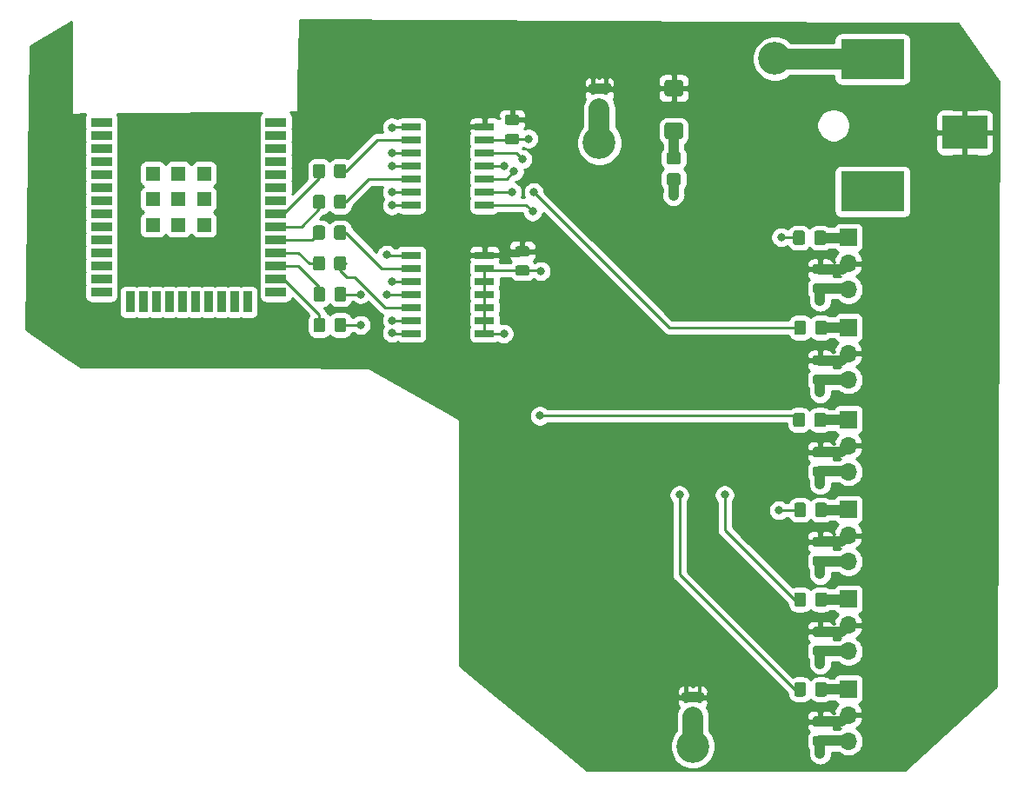
<source format=gbr>
G04 #@! TF.GenerationSoftware,KiCad,Pcbnew,(5.1.5)-3*
G04 #@! TF.CreationDate,2022-02-18T13:47:20-05:00*
G04 #@! TF.ProjectId,Motor board,4d6f746f-7220-4626-9f61-72642e6b6963,rev?*
G04 #@! TF.SameCoordinates,Original*
G04 #@! TF.FileFunction,Copper,L1,Top*
G04 #@! TF.FilePolarity,Positive*
%FSLAX46Y46*%
G04 Gerber Fmt 4.6, Leading zero omitted, Abs format (unit mm)*
G04 Created by KiCad (PCBNEW (5.1.5)-3) date 2022-02-18 13:47:20*
%MOMM*%
%LPD*%
G04 APERTURE LIST*
%ADD10R,0.400000X1.200000*%
%ADD11R,1.825000X0.700000*%
%ADD12R,6.200000X3.900000*%
%ADD13R,4.400000X3.300000*%
%ADD14C,0.100000*%
%ADD15R,1.330000X1.330000*%
%ADD16R,2.000000X0.900000*%
%ADD17R,0.900000X2.000000*%
%ADD18O,1.700000X1.700000*%
%ADD19R,1.700000X1.700000*%
%ADD20C,3.200000*%
%ADD21C,0.800000*%
%ADD22C,0.250000*%
%ADD23C,1.000000*%
%ADD24C,2.000000*%
%ADD25C,0.254000*%
G04 APERTURE END LIST*
D10*
X183250000Y-83000000D03*
X181950000Y-83000000D03*
X182600000Y-84900000D03*
D11*
X162312000Y-27440000D03*
X162312000Y-28710000D03*
X162312000Y-29980000D03*
X162312000Y-31250000D03*
X162312000Y-32520000D03*
X162312000Y-33790000D03*
X162312000Y-35060000D03*
X155188000Y-35060000D03*
X155188000Y-33790000D03*
X155188000Y-32520000D03*
X155188000Y-31250000D03*
X155188000Y-29980000D03*
X155188000Y-28710000D03*
X155188000Y-27440000D03*
D12*
X200100000Y-33750000D03*
X200100000Y-20850000D03*
D13*
X209100000Y-28000000D03*
G04 #@! TA.AperFunction,SMDPad,CuDef*
D14*
G36*
X165480142Y-28151174D02*
G01*
X165503803Y-28154684D01*
X165527007Y-28160496D01*
X165549529Y-28168554D01*
X165571153Y-28178782D01*
X165591670Y-28191079D01*
X165610883Y-28205329D01*
X165628607Y-28221393D01*
X165644671Y-28239117D01*
X165658921Y-28258330D01*
X165671218Y-28278847D01*
X165681446Y-28300471D01*
X165689504Y-28322993D01*
X165695316Y-28346197D01*
X165698826Y-28369858D01*
X165700000Y-28393750D01*
X165700000Y-28881250D01*
X165698826Y-28905142D01*
X165695316Y-28928803D01*
X165689504Y-28952007D01*
X165681446Y-28974529D01*
X165671218Y-28996153D01*
X165658921Y-29016670D01*
X165644671Y-29035883D01*
X165628607Y-29053607D01*
X165610883Y-29069671D01*
X165591670Y-29083921D01*
X165571153Y-29096218D01*
X165549529Y-29106446D01*
X165527007Y-29114504D01*
X165503803Y-29120316D01*
X165480142Y-29123826D01*
X165456250Y-29125000D01*
X164543750Y-29125000D01*
X164519858Y-29123826D01*
X164496197Y-29120316D01*
X164472993Y-29114504D01*
X164450471Y-29106446D01*
X164428847Y-29096218D01*
X164408330Y-29083921D01*
X164389117Y-29069671D01*
X164371393Y-29053607D01*
X164355329Y-29035883D01*
X164341079Y-29016670D01*
X164328782Y-28996153D01*
X164318554Y-28974529D01*
X164310496Y-28952007D01*
X164304684Y-28928803D01*
X164301174Y-28905142D01*
X164300000Y-28881250D01*
X164300000Y-28393750D01*
X164301174Y-28369858D01*
X164304684Y-28346197D01*
X164310496Y-28322993D01*
X164318554Y-28300471D01*
X164328782Y-28278847D01*
X164341079Y-28258330D01*
X164355329Y-28239117D01*
X164371393Y-28221393D01*
X164389117Y-28205329D01*
X164408330Y-28191079D01*
X164428847Y-28178782D01*
X164450471Y-28168554D01*
X164472993Y-28160496D01*
X164496197Y-28154684D01*
X164519858Y-28151174D01*
X164543750Y-28150000D01*
X165456250Y-28150000D01*
X165480142Y-28151174D01*
G37*
G04 #@! TD.AperFunction*
G04 #@! TA.AperFunction,SMDPad,CuDef*
G36*
X165480142Y-26276174D02*
G01*
X165503803Y-26279684D01*
X165527007Y-26285496D01*
X165549529Y-26293554D01*
X165571153Y-26303782D01*
X165591670Y-26316079D01*
X165610883Y-26330329D01*
X165628607Y-26346393D01*
X165644671Y-26364117D01*
X165658921Y-26383330D01*
X165671218Y-26403847D01*
X165681446Y-26425471D01*
X165689504Y-26447993D01*
X165695316Y-26471197D01*
X165698826Y-26494858D01*
X165700000Y-26518750D01*
X165700000Y-27006250D01*
X165698826Y-27030142D01*
X165695316Y-27053803D01*
X165689504Y-27077007D01*
X165681446Y-27099529D01*
X165671218Y-27121153D01*
X165658921Y-27141670D01*
X165644671Y-27160883D01*
X165628607Y-27178607D01*
X165610883Y-27194671D01*
X165591670Y-27208921D01*
X165571153Y-27221218D01*
X165549529Y-27231446D01*
X165527007Y-27239504D01*
X165503803Y-27245316D01*
X165480142Y-27248826D01*
X165456250Y-27250000D01*
X164543750Y-27250000D01*
X164519858Y-27248826D01*
X164496197Y-27245316D01*
X164472993Y-27239504D01*
X164450471Y-27231446D01*
X164428847Y-27221218D01*
X164408330Y-27208921D01*
X164389117Y-27194671D01*
X164371393Y-27178607D01*
X164355329Y-27160883D01*
X164341079Y-27141670D01*
X164328782Y-27121153D01*
X164318554Y-27099529D01*
X164310496Y-27077007D01*
X164304684Y-27053803D01*
X164301174Y-27030142D01*
X164300000Y-27006250D01*
X164300000Y-26518750D01*
X164301174Y-26494858D01*
X164304684Y-26471197D01*
X164310496Y-26447993D01*
X164318554Y-26425471D01*
X164328782Y-26403847D01*
X164341079Y-26383330D01*
X164355329Y-26364117D01*
X164371393Y-26346393D01*
X164389117Y-26330329D01*
X164408330Y-26316079D01*
X164428847Y-26303782D01*
X164450471Y-26293554D01*
X164472993Y-26285496D01*
X164496197Y-26279684D01*
X164519858Y-26276174D01*
X164543750Y-26275000D01*
X165456250Y-26275000D01*
X165480142Y-26276174D01*
G37*
G04 #@! TD.AperFunction*
G04 #@! TA.AperFunction,SMDPad,CuDef*
G36*
X166480142Y-39076174D02*
G01*
X166503803Y-39079684D01*
X166527007Y-39085496D01*
X166549529Y-39093554D01*
X166571153Y-39103782D01*
X166591670Y-39116079D01*
X166610883Y-39130329D01*
X166628607Y-39146393D01*
X166644671Y-39164117D01*
X166658921Y-39183330D01*
X166671218Y-39203847D01*
X166681446Y-39225471D01*
X166689504Y-39247993D01*
X166695316Y-39271197D01*
X166698826Y-39294858D01*
X166700000Y-39318750D01*
X166700000Y-39806250D01*
X166698826Y-39830142D01*
X166695316Y-39853803D01*
X166689504Y-39877007D01*
X166681446Y-39899529D01*
X166671218Y-39921153D01*
X166658921Y-39941670D01*
X166644671Y-39960883D01*
X166628607Y-39978607D01*
X166610883Y-39994671D01*
X166591670Y-40008921D01*
X166571153Y-40021218D01*
X166549529Y-40031446D01*
X166527007Y-40039504D01*
X166503803Y-40045316D01*
X166480142Y-40048826D01*
X166456250Y-40050000D01*
X165543750Y-40050000D01*
X165519858Y-40048826D01*
X165496197Y-40045316D01*
X165472993Y-40039504D01*
X165450471Y-40031446D01*
X165428847Y-40021218D01*
X165408330Y-40008921D01*
X165389117Y-39994671D01*
X165371393Y-39978607D01*
X165355329Y-39960883D01*
X165341079Y-39941670D01*
X165328782Y-39921153D01*
X165318554Y-39899529D01*
X165310496Y-39877007D01*
X165304684Y-39853803D01*
X165301174Y-39830142D01*
X165300000Y-39806250D01*
X165300000Y-39318750D01*
X165301174Y-39294858D01*
X165304684Y-39271197D01*
X165310496Y-39247993D01*
X165318554Y-39225471D01*
X165328782Y-39203847D01*
X165341079Y-39183330D01*
X165355329Y-39164117D01*
X165371393Y-39146393D01*
X165389117Y-39130329D01*
X165408330Y-39116079D01*
X165428847Y-39103782D01*
X165450471Y-39093554D01*
X165472993Y-39085496D01*
X165496197Y-39079684D01*
X165519858Y-39076174D01*
X165543750Y-39075000D01*
X166456250Y-39075000D01*
X166480142Y-39076174D01*
G37*
G04 #@! TD.AperFunction*
G04 #@! TA.AperFunction,SMDPad,CuDef*
G36*
X166480142Y-40951174D02*
G01*
X166503803Y-40954684D01*
X166527007Y-40960496D01*
X166549529Y-40968554D01*
X166571153Y-40978782D01*
X166591670Y-40991079D01*
X166610883Y-41005329D01*
X166628607Y-41021393D01*
X166644671Y-41039117D01*
X166658921Y-41058330D01*
X166671218Y-41078847D01*
X166681446Y-41100471D01*
X166689504Y-41122993D01*
X166695316Y-41146197D01*
X166698826Y-41169858D01*
X166700000Y-41193750D01*
X166700000Y-41681250D01*
X166698826Y-41705142D01*
X166695316Y-41728803D01*
X166689504Y-41752007D01*
X166681446Y-41774529D01*
X166671218Y-41796153D01*
X166658921Y-41816670D01*
X166644671Y-41835883D01*
X166628607Y-41853607D01*
X166610883Y-41869671D01*
X166591670Y-41883921D01*
X166571153Y-41896218D01*
X166549529Y-41906446D01*
X166527007Y-41914504D01*
X166503803Y-41920316D01*
X166480142Y-41923826D01*
X166456250Y-41925000D01*
X165543750Y-41925000D01*
X165519858Y-41923826D01*
X165496197Y-41920316D01*
X165472993Y-41914504D01*
X165450471Y-41906446D01*
X165428847Y-41896218D01*
X165408330Y-41883921D01*
X165389117Y-41869671D01*
X165371393Y-41853607D01*
X165355329Y-41835883D01*
X165341079Y-41816670D01*
X165328782Y-41796153D01*
X165318554Y-41774529D01*
X165310496Y-41752007D01*
X165304684Y-41728803D01*
X165301174Y-41705142D01*
X165300000Y-41681250D01*
X165300000Y-41193750D01*
X165301174Y-41169858D01*
X165304684Y-41146197D01*
X165310496Y-41122993D01*
X165318554Y-41100471D01*
X165328782Y-41078847D01*
X165341079Y-41058330D01*
X165355329Y-41039117D01*
X165371393Y-41021393D01*
X165389117Y-41005329D01*
X165408330Y-40991079D01*
X165428847Y-40978782D01*
X165450471Y-40968554D01*
X165472993Y-40960496D01*
X165496197Y-40954684D01*
X165519858Y-40951174D01*
X165543750Y-40950000D01*
X166456250Y-40950000D01*
X166480142Y-40951174D01*
G37*
G04 #@! TD.AperFunction*
G04 #@! TA.AperFunction,SMDPad,CuDef*
G36*
X195480142Y-42701174D02*
G01*
X195503803Y-42704684D01*
X195527007Y-42710496D01*
X195549529Y-42718554D01*
X195571153Y-42728782D01*
X195591670Y-42741079D01*
X195610883Y-42755329D01*
X195628607Y-42771393D01*
X195644671Y-42789117D01*
X195658921Y-42808330D01*
X195671218Y-42828847D01*
X195681446Y-42850471D01*
X195689504Y-42872993D01*
X195695316Y-42896197D01*
X195698826Y-42919858D01*
X195700000Y-42943750D01*
X195700000Y-43431250D01*
X195698826Y-43455142D01*
X195695316Y-43478803D01*
X195689504Y-43502007D01*
X195681446Y-43524529D01*
X195671218Y-43546153D01*
X195658921Y-43566670D01*
X195644671Y-43585883D01*
X195628607Y-43603607D01*
X195610883Y-43619671D01*
X195591670Y-43633921D01*
X195571153Y-43646218D01*
X195549529Y-43656446D01*
X195527007Y-43664504D01*
X195503803Y-43670316D01*
X195480142Y-43673826D01*
X195456250Y-43675000D01*
X194543750Y-43675000D01*
X194519858Y-43673826D01*
X194496197Y-43670316D01*
X194472993Y-43664504D01*
X194450471Y-43656446D01*
X194428847Y-43646218D01*
X194408330Y-43633921D01*
X194389117Y-43619671D01*
X194371393Y-43603607D01*
X194355329Y-43585883D01*
X194341079Y-43566670D01*
X194328782Y-43546153D01*
X194318554Y-43524529D01*
X194310496Y-43502007D01*
X194304684Y-43478803D01*
X194301174Y-43455142D01*
X194300000Y-43431250D01*
X194300000Y-42943750D01*
X194301174Y-42919858D01*
X194304684Y-42896197D01*
X194310496Y-42872993D01*
X194318554Y-42850471D01*
X194328782Y-42828847D01*
X194341079Y-42808330D01*
X194355329Y-42789117D01*
X194371393Y-42771393D01*
X194389117Y-42755329D01*
X194408330Y-42741079D01*
X194428847Y-42728782D01*
X194450471Y-42718554D01*
X194472993Y-42710496D01*
X194496197Y-42704684D01*
X194519858Y-42701174D01*
X194543750Y-42700000D01*
X195456250Y-42700000D01*
X195480142Y-42701174D01*
G37*
G04 #@! TD.AperFunction*
G04 #@! TA.AperFunction,SMDPad,CuDef*
G36*
X195480142Y-40826174D02*
G01*
X195503803Y-40829684D01*
X195527007Y-40835496D01*
X195549529Y-40843554D01*
X195571153Y-40853782D01*
X195591670Y-40866079D01*
X195610883Y-40880329D01*
X195628607Y-40896393D01*
X195644671Y-40914117D01*
X195658921Y-40933330D01*
X195671218Y-40953847D01*
X195681446Y-40975471D01*
X195689504Y-40997993D01*
X195695316Y-41021197D01*
X195698826Y-41044858D01*
X195700000Y-41068750D01*
X195700000Y-41556250D01*
X195698826Y-41580142D01*
X195695316Y-41603803D01*
X195689504Y-41627007D01*
X195681446Y-41649529D01*
X195671218Y-41671153D01*
X195658921Y-41691670D01*
X195644671Y-41710883D01*
X195628607Y-41728607D01*
X195610883Y-41744671D01*
X195591670Y-41758921D01*
X195571153Y-41771218D01*
X195549529Y-41781446D01*
X195527007Y-41789504D01*
X195503803Y-41795316D01*
X195480142Y-41798826D01*
X195456250Y-41800000D01*
X194543750Y-41800000D01*
X194519858Y-41798826D01*
X194496197Y-41795316D01*
X194472993Y-41789504D01*
X194450471Y-41781446D01*
X194428847Y-41771218D01*
X194408330Y-41758921D01*
X194389117Y-41744671D01*
X194371393Y-41728607D01*
X194355329Y-41710883D01*
X194341079Y-41691670D01*
X194328782Y-41671153D01*
X194318554Y-41649529D01*
X194310496Y-41627007D01*
X194304684Y-41603803D01*
X194301174Y-41580142D01*
X194300000Y-41556250D01*
X194300000Y-41068750D01*
X194301174Y-41044858D01*
X194304684Y-41021197D01*
X194310496Y-40997993D01*
X194318554Y-40975471D01*
X194328782Y-40953847D01*
X194341079Y-40933330D01*
X194355329Y-40914117D01*
X194371393Y-40896393D01*
X194389117Y-40880329D01*
X194408330Y-40866079D01*
X194428847Y-40853782D01*
X194450471Y-40843554D01*
X194472993Y-40835496D01*
X194496197Y-40829684D01*
X194519858Y-40826174D01*
X194543750Y-40825000D01*
X195456250Y-40825000D01*
X195480142Y-40826174D01*
G37*
G04 #@! TD.AperFunction*
G04 #@! TA.AperFunction,SMDPad,CuDef*
G36*
X195480142Y-49713674D02*
G01*
X195503803Y-49717184D01*
X195527007Y-49722996D01*
X195549529Y-49731054D01*
X195571153Y-49741282D01*
X195591670Y-49753579D01*
X195610883Y-49767829D01*
X195628607Y-49783893D01*
X195644671Y-49801617D01*
X195658921Y-49820830D01*
X195671218Y-49841347D01*
X195681446Y-49862971D01*
X195689504Y-49885493D01*
X195695316Y-49908697D01*
X195698826Y-49932358D01*
X195700000Y-49956250D01*
X195700000Y-50443750D01*
X195698826Y-50467642D01*
X195695316Y-50491303D01*
X195689504Y-50514507D01*
X195681446Y-50537029D01*
X195671218Y-50558653D01*
X195658921Y-50579170D01*
X195644671Y-50598383D01*
X195628607Y-50616107D01*
X195610883Y-50632171D01*
X195591670Y-50646421D01*
X195571153Y-50658718D01*
X195549529Y-50668946D01*
X195527007Y-50677004D01*
X195503803Y-50682816D01*
X195480142Y-50686326D01*
X195456250Y-50687500D01*
X194543750Y-50687500D01*
X194519858Y-50686326D01*
X194496197Y-50682816D01*
X194472993Y-50677004D01*
X194450471Y-50668946D01*
X194428847Y-50658718D01*
X194408330Y-50646421D01*
X194389117Y-50632171D01*
X194371393Y-50616107D01*
X194355329Y-50598383D01*
X194341079Y-50579170D01*
X194328782Y-50558653D01*
X194318554Y-50537029D01*
X194310496Y-50514507D01*
X194304684Y-50491303D01*
X194301174Y-50467642D01*
X194300000Y-50443750D01*
X194300000Y-49956250D01*
X194301174Y-49932358D01*
X194304684Y-49908697D01*
X194310496Y-49885493D01*
X194318554Y-49862971D01*
X194328782Y-49841347D01*
X194341079Y-49820830D01*
X194355329Y-49801617D01*
X194371393Y-49783893D01*
X194389117Y-49767829D01*
X194408330Y-49753579D01*
X194428847Y-49741282D01*
X194450471Y-49731054D01*
X194472993Y-49722996D01*
X194496197Y-49717184D01*
X194519858Y-49713674D01*
X194543750Y-49712500D01*
X195456250Y-49712500D01*
X195480142Y-49713674D01*
G37*
G04 #@! TD.AperFunction*
G04 #@! TA.AperFunction,SMDPad,CuDef*
G36*
X195480142Y-51588674D02*
G01*
X195503803Y-51592184D01*
X195527007Y-51597996D01*
X195549529Y-51606054D01*
X195571153Y-51616282D01*
X195591670Y-51628579D01*
X195610883Y-51642829D01*
X195628607Y-51658893D01*
X195644671Y-51676617D01*
X195658921Y-51695830D01*
X195671218Y-51716347D01*
X195681446Y-51737971D01*
X195689504Y-51760493D01*
X195695316Y-51783697D01*
X195698826Y-51807358D01*
X195700000Y-51831250D01*
X195700000Y-52318750D01*
X195698826Y-52342642D01*
X195695316Y-52366303D01*
X195689504Y-52389507D01*
X195681446Y-52412029D01*
X195671218Y-52433653D01*
X195658921Y-52454170D01*
X195644671Y-52473383D01*
X195628607Y-52491107D01*
X195610883Y-52507171D01*
X195591670Y-52521421D01*
X195571153Y-52533718D01*
X195549529Y-52543946D01*
X195527007Y-52552004D01*
X195503803Y-52557816D01*
X195480142Y-52561326D01*
X195456250Y-52562500D01*
X194543750Y-52562500D01*
X194519858Y-52561326D01*
X194496197Y-52557816D01*
X194472993Y-52552004D01*
X194450471Y-52543946D01*
X194428847Y-52533718D01*
X194408330Y-52521421D01*
X194389117Y-52507171D01*
X194371393Y-52491107D01*
X194355329Y-52473383D01*
X194341079Y-52454170D01*
X194328782Y-52433653D01*
X194318554Y-52412029D01*
X194310496Y-52389507D01*
X194304684Y-52366303D01*
X194301174Y-52342642D01*
X194300000Y-52318750D01*
X194300000Y-51831250D01*
X194301174Y-51807358D01*
X194304684Y-51783697D01*
X194310496Y-51760493D01*
X194318554Y-51737971D01*
X194328782Y-51716347D01*
X194341079Y-51695830D01*
X194355329Y-51676617D01*
X194371393Y-51658893D01*
X194389117Y-51642829D01*
X194408330Y-51628579D01*
X194428847Y-51616282D01*
X194450471Y-51606054D01*
X194472993Y-51597996D01*
X194496197Y-51592184D01*
X194519858Y-51588674D01*
X194543750Y-51587500D01*
X195456250Y-51587500D01*
X195480142Y-51588674D01*
G37*
G04 #@! TD.AperFunction*
G04 #@! TA.AperFunction,SMDPad,CuDef*
G36*
X195480142Y-60513674D02*
G01*
X195503803Y-60517184D01*
X195527007Y-60522996D01*
X195549529Y-60531054D01*
X195571153Y-60541282D01*
X195591670Y-60553579D01*
X195610883Y-60567829D01*
X195628607Y-60583893D01*
X195644671Y-60601617D01*
X195658921Y-60620830D01*
X195671218Y-60641347D01*
X195681446Y-60662971D01*
X195689504Y-60685493D01*
X195695316Y-60708697D01*
X195698826Y-60732358D01*
X195700000Y-60756250D01*
X195700000Y-61243750D01*
X195698826Y-61267642D01*
X195695316Y-61291303D01*
X195689504Y-61314507D01*
X195681446Y-61337029D01*
X195671218Y-61358653D01*
X195658921Y-61379170D01*
X195644671Y-61398383D01*
X195628607Y-61416107D01*
X195610883Y-61432171D01*
X195591670Y-61446421D01*
X195571153Y-61458718D01*
X195549529Y-61468946D01*
X195527007Y-61477004D01*
X195503803Y-61482816D01*
X195480142Y-61486326D01*
X195456250Y-61487500D01*
X194543750Y-61487500D01*
X194519858Y-61486326D01*
X194496197Y-61482816D01*
X194472993Y-61477004D01*
X194450471Y-61468946D01*
X194428847Y-61458718D01*
X194408330Y-61446421D01*
X194389117Y-61432171D01*
X194371393Y-61416107D01*
X194355329Y-61398383D01*
X194341079Y-61379170D01*
X194328782Y-61358653D01*
X194318554Y-61337029D01*
X194310496Y-61314507D01*
X194304684Y-61291303D01*
X194301174Y-61267642D01*
X194300000Y-61243750D01*
X194300000Y-60756250D01*
X194301174Y-60732358D01*
X194304684Y-60708697D01*
X194310496Y-60685493D01*
X194318554Y-60662971D01*
X194328782Y-60641347D01*
X194341079Y-60620830D01*
X194355329Y-60601617D01*
X194371393Y-60583893D01*
X194389117Y-60567829D01*
X194408330Y-60553579D01*
X194428847Y-60541282D01*
X194450471Y-60531054D01*
X194472993Y-60522996D01*
X194496197Y-60517184D01*
X194519858Y-60513674D01*
X194543750Y-60512500D01*
X195456250Y-60512500D01*
X195480142Y-60513674D01*
G37*
G04 #@! TD.AperFunction*
G04 #@! TA.AperFunction,SMDPad,CuDef*
G36*
X195480142Y-58638674D02*
G01*
X195503803Y-58642184D01*
X195527007Y-58647996D01*
X195549529Y-58656054D01*
X195571153Y-58666282D01*
X195591670Y-58678579D01*
X195610883Y-58692829D01*
X195628607Y-58708893D01*
X195644671Y-58726617D01*
X195658921Y-58745830D01*
X195671218Y-58766347D01*
X195681446Y-58787971D01*
X195689504Y-58810493D01*
X195695316Y-58833697D01*
X195698826Y-58857358D01*
X195700000Y-58881250D01*
X195700000Y-59368750D01*
X195698826Y-59392642D01*
X195695316Y-59416303D01*
X195689504Y-59439507D01*
X195681446Y-59462029D01*
X195671218Y-59483653D01*
X195658921Y-59504170D01*
X195644671Y-59523383D01*
X195628607Y-59541107D01*
X195610883Y-59557171D01*
X195591670Y-59571421D01*
X195571153Y-59583718D01*
X195549529Y-59593946D01*
X195527007Y-59602004D01*
X195503803Y-59607816D01*
X195480142Y-59611326D01*
X195456250Y-59612500D01*
X194543750Y-59612500D01*
X194519858Y-59611326D01*
X194496197Y-59607816D01*
X194472993Y-59602004D01*
X194450471Y-59593946D01*
X194428847Y-59583718D01*
X194408330Y-59571421D01*
X194389117Y-59557171D01*
X194371393Y-59541107D01*
X194355329Y-59523383D01*
X194341079Y-59504170D01*
X194328782Y-59483653D01*
X194318554Y-59462029D01*
X194310496Y-59439507D01*
X194304684Y-59416303D01*
X194301174Y-59392642D01*
X194300000Y-59368750D01*
X194300000Y-58881250D01*
X194301174Y-58857358D01*
X194304684Y-58833697D01*
X194310496Y-58810493D01*
X194318554Y-58787971D01*
X194328782Y-58766347D01*
X194341079Y-58745830D01*
X194355329Y-58726617D01*
X194371393Y-58708893D01*
X194389117Y-58692829D01*
X194408330Y-58678579D01*
X194428847Y-58666282D01*
X194450471Y-58656054D01*
X194472993Y-58647996D01*
X194496197Y-58642184D01*
X194519858Y-58638674D01*
X194543750Y-58637500D01*
X195456250Y-58637500D01*
X195480142Y-58638674D01*
G37*
G04 #@! TD.AperFunction*
G04 #@! TA.AperFunction,SMDPad,CuDef*
G36*
X195480142Y-67388674D02*
G01*
X195503803Y-67392184D01*
X195527007Y-67397996D01*
X195549529Y-67406054D01*
X195571153Y-67416282D01*
X195591670Y-67428579D01*
X195610883Y-67442829D01*
X195628607Y-67458893D01*
X195644671Y-67476617D01*
X195658921Y-67495830D01*
X195671218Y-67516347D01*
X195681446Y-67537971D01*
X195689504Y-67560493D01*
X195695316Y-67583697D01*
X195698826Y-67607358D01*
X195700000Y-67631250D01*
X195700000Y-68118750D01*
X195698826Y-68142642D01*
X195695316Y-68166303D01*
X195689504Y-68189507D01*
X195681446Y-68212029D01*
X195671218Y-68233653D01*
X195658921Y-68254170D01*
X195644671Y-68273383D01*
X195628607Y-68291107D01*
X195610883Y-68307171D01*
X195591670Y-68321421D01*
X195571153Y-68333718D01*
X195549529Y-68343946D01*
X195527007Y-68352004D01*
X195503803Y-68357816D01*
X195480142Y-68361326D01*
X195456250Y-68362500D01*
X194543750Y-68362500D01*
X194519858Y-68361326D01*
X194496197Y-68357816D01*
X194472993Y-68352004D01*
X194450471Y-68343946D01*
X194428847Y-68333718D01*
X194408330Y-68321421D01*
X194389117Y-68307171D01*
X194371393Y-68291107D01*
X194355329Y-68273383D01*
X194341079Y-68254170D01*
X194328782Y-68233653D01*
X194318554Y-68212029D01*
X194310496Y-68189507D01*
X194304684Y-68166303D01*
X194301174Y-68142642D01*
X194300000Y-68118750D01*
X194300000Y-67631250D01*
X194301174Y-67607358D01*
X194304684Y-67583697D01*
X194310496Y-67560493D01*
X194318554Y-67537971D01*
X194328782Y-67516347D01*
X194341079Y-67495830D01*
X194355329Y-67476617D01*
X194371393Y-67458893D01*
X194389117Y-67442829D01*
X194408330Y-67428579D01*
X194428847Y-67416282D01*
X194450471Y-67406054D01*
X194472993Y-67397996D01*
X194496197Y-67392184D01*
X194519858Y-67388674D01*
X194543750Y-67387500D01*
X195456250Y-67387500D01*
X195480142Y-67388674D01*
G37*
G04 #@! TD.AperFunction*
G04 #@! TA.AperFunction,SMDPad,CuDef*
G36*
X195480142Y-69263674D02*
G01*
X195503803Y-69267184D01*
X195527007Y-69272996D01*
X195549529Y-69281054D01*
X195571153Y-69291282D01*
X195591670Y-69303579D01*
X195610883Y-69317829D01*
X195628607Y-69333893D01*
X195644671Y-69351617D01*
X195658921Y-69370830D01*
X195671218Y-69391347D01*
X195681446Y-69412971D01*
X195689504Y-69435493D01*
X195695316Y-69458697D01*
X195698826Y-69482358D01*
X195700000Y-69506250D01*
X195700000Y-69993750D01*
X195698826Y-70017642D01*
X195695316Y-70041303D01*
X195689504Y-70064507D01*
X195681446Y-70087029D01*
X195671218Y-70108653D01*
X195658921Y-70129170D01*
X195644671Y-70148383D01*
X195628607Y-70166107D01*
X195610883Y-70182171D01*
X195591670Y-70196421D01*
X195571153Y-70208718D01*
X195549529Y-70218946D01*
X195527007Y-70227004D01*
X195503803Y-70232816D01*
X195480142Y-70236326D01*
X195456250Y-70237500D01*
X194543750Y-70237500D01*
X194519858Y-70236326D01*
X194496197Y-70232816D01*
X194472993Y-70227004D01*
X194450471Y-70218946D01*
X194428847Y-70208718D01*
X194408330Y-70196421D01*
X194389117Y-70182171D01*
X194371393Y-70166107D01*
X194355329Y-70148383D01*
X194341079Y-70129170D01*
X194328782Y-70108653D01*
X194318554Y-70087029D01*
X194310496Y-70064507D01*
X194304684Y-70041303D01*
X194301174Y-70017642D01*
X194300000Y-69993750D01*
X194300000Y-69506250D01*
X194301174Y-69482358D01*
X194304684Y-69458697D01*
X194310496Y-69435493D01*
X194318554Y-69412971D01*
X194328782Y-69391347D01*
X194341079Y-69370830D01*
X194355329Y-69351617D01*
X194371393Y-69333893D01*
X194389117Y-69317829D01*
X194408330Y-69303579D01*
X194428847Y-69291282D01*
X194450471Y-69281054D01*
X194472993Y-69272996D01*
X194496197Y-69267184D01*
X194519858Y-69263674D01*
X194543750Y-69262500D01*
X195456250Y-69262500D01*
X195480142Y-69263674D01*
G37*
G04 #@! TD.AperFunction*
G04 #@! TA.AperFunction,SMDPad,CuDef*
G36*
X195480142Y-78013674D02*
G01*
X195503803Y-78017184D01*
X195527007Y-78022996D01*
X195549529Y-78031054D01*
X195571153Y-78041282D01*
X195591670Y-78053579D01*
X195610883Y-78067829D01*
X195628607Y-78083893D01*
X195644671Y-78101617D01*
X195658921Y-78120830D01*
X195671218Y-78141347D01*
X195681446Y-78162971D01*
X195689504Y-78185493D01*
X195695316Y-78208697D01*
X195698826Y-78232358D01*
X195700000Y-78256250D01*
X195700000Y-78743750D01*
X195698826Y-78767642D01*
X195695316Y-78791303D01*
X195689504Y-78814507D01*
X195681446Y-78837029D01*
X195671218Y-78858653D01*
X195658921Y-78879170D01*
X195644671Y-78898383D01*
X195628607Y-78916107D01*
X195610883Y-78932171D01*
X195591670Y-78946421D01*
X195571153Y-78958718D01*
X195549529Y-78968946D01*
X195527007Y-78977004D01*
X195503803Y-78982816D01*
X195480142Y-78986326D01*
X195456250Y-78987500D01*
X194543750Y-78987500D01*
X194519858Y-78986326D01*
X194496197Y-78982816D01*
X194472993Y-78977004D01*
X194450471Y-78968946D01*
X194428847Y-78958718D01*
X194408330Y-78946421D01*
X194389117Y-78932171D01*
X194371393Y-78916107D01*
X194355329Y-78898383D01*
X194341079Y-78879170D01*
X194328782Y-78858653D01*
X194318554Y-78837029D01*
X194310496Y-78814507D01*
X194304684Y-78791303D01*
X194301174Y-78767642D01*
X194300000Y-78743750D01*
X194300000Y-78256250D01*
X194301174Y-78232358D01*
X194304684Y-78208697D01*
X194310496Y-78185493D01*
X194318554Y-78162971D01*
X194328782Y-78141347D01*
X194341079Y-78120830D01*
X194355329Y-78101617D01*
X194371393Y-78083893D01*
X194389117Y-78067829D01*
X194408330Y-78053579D01*
X194428847Y-78041282D01*
X194450471Y-78031054D01*
X194472993Y-78022996D01*
X194496197Y-78017184D01*
X194519858Y-78013674D01*
X194543750Y-78012500D01*
X195456250Y-78012500D01*
X195480142Y-78013674D01*
G37*
G04 #@! TD.AperFunction*
G04 #@! TA.AperFunction,SMDPad,CuDef*
G36*
X195480142Y-76138674D02*
G01*
X195503803Y-76142184D01*
X195527007Y-76147996D01*
X195549529Y-76156054D01*
X195571153Y-76166282D01*
X195591670Y-76178579D01*
X195610883Y-76192829D01*
X195628607Y-76208893D01*
X195644671Y-76226617D01*
X195658921Y-76245830D01*
X195671218Y-76266347D01*
X195681446Y-76287971D01*
X195689504Y-76310493D01*
X195695316Y-76333697D01*
X195698826Y-76357358D01*
X195700000Y-76381250D01*
X195700000Y-76868750D01*
X195698826Y-76892642D01*
X195695316Y-76916303D01*
X195689504Y-76939507D01*
X195681446Y-76962029D01*
X195671218Y-76983653D01*
X195658921Y-77004170D01*
X195644671Y-77023383D01*
X195628607Y-77041107D01*
X195610883Y-77057171D01*
X195591670Y-77071421D01*
X195571153Y-77083718D01*
X195549529Y-77093946D01*
X195527007Y-77102004D01*
X195503803Y-77107816D01*
X195480142Y-77111326D01*
X195456250Y-77112500D01*
X194543750Y-77112500D01*
X194519858Y-77111326D01*
X194496197Y-77107816D01*
X194472993Y-77102004D01*
X194450471Y-77093946D01*
X194428847Y-77083718D01*
X194408330Y-77071421D01*
X194389117Y-77057171D01*
X194371393Y-77041107D01*
X194355329Y-77023383D01*
X194341079Y-77004170D01*
X194328782Y-76983653D01*
X194318554Y-76962029D01*
X194310496Y-76939507D01*
X194304684Y-76916303D01*
X194301174Y-76892642D01*
X194300000Y-76868750D01*
X194300000Y-76381250D01*
X194301174Y-76357358D01*
X194304684Y-76333697D01*
X194310496Y-76310493D01*
X194318554Y-76287971D01*
X194328782Y-76266347D01*
X194341079Y-76245830D01*
X194355329Y-76226617D01*
X194371393Y-76208893D01*
X194389117Y-76192829D01*
X194408330Y-76178579D01*
X194428847Y-76166282D01*
X194450471Y-76156054D01*
X194472993Y-76147996D01*
X194496197Y-76142184D01*
X194519858Y-76138674D01*
X194543750Y-76137500D01*
X195456250Y-76137500D01*
X195480142Y-76138674D01*
G37*
G04 #@! TD.AperFunction*
G04 #@! TA.AperFunction,SMDPad,CuDef*
G36*
X195480142Y-84888674D02*
G01*
X195503803Y-84892184D01*
X195527007Y-84897996D01*
X195549529Y-84906054D01*
X195571153Y-84916282D01*
X195591670Y-84928579D01*
X195610883Y-84942829D01*
X195628607Y-84958893D01*
X195644671Y-84976617D01*
X195658921Y-84995830D01*
X195671218Y-85016347D01*
X195681446Y-85037971D01*
X195689504Y-85060493D01*
X195695316Y-85083697D01*
X195698826Y-85107358D01*
X195700000Y-85131250D01*
X195700000Y-85618750D01*
X195698826Y-85642642D01*
X195695316Y-85666303D01*
X195689504Y-85689507D01*
X195681446Y-85712029D01*
X195671218Y-85733653D01*
X195658921Y-85754170D01*
X195644671Y-85773383D01*
X195628607Y-85791107D01*
X195610883Y-85807171D01*
X195591670Y-85821421D01*
X195571153Y-85833718D01*
X195549529Y-85843946D01*
X195527007Y-85852004D01*
X195503803Y-85857816D01*
X195480142Y-85861326D01*
X195456250Y-85862500D01*
X194543750Y-85862500D01*
X194519858Y-85861326D01*
X194496197Y-85857816D01*
X194472993Y-85852004D01*
X194450471Y-85843946D01*
X194428847Y-85833718D01*
X194408330Y-85821421D01*
X194389117Y-85807171D01*
X194371393Y-85791107D01*
X194355329Y-85773383D01*
X194341079Y-85754170D01*
X194328782Y-85733653D01*
X194318554Y-85712029D01*
X194310496Y-85689507D01*
X194304684Y-85666303D01*
X194301174Y-85642642D01*
X194300000Y-85618750D01*
X194300000Y-85131250D01*
X194301174Y-85107358D01*
X194304684Y-85083697D01*
X194310496Y-85060493D01*
X194318554Y-85037971D01*
X194328782Y-85016347D01*
X194341079Y-84995830D01*
X194355329Y-84976617D01*
X194371393Y-84958893D01*
X194389117Y-84942829D01*
X194408330Y-84928579D01*
X194428847Y-84916282D01*
X194450471Y-84906054D01*
X194472993Y-84897996D01*
X194496197Y-84892184D01*
X194519858Y-84888674D01*
X194543750Y-84887500D01*
X195456250Y-84887500D01*
X195480142Y-84888674D01*
G37*
G04 #@! TD.AperFunction*
G04 #@! TA.AperFunction,SMDPad,CuDef*
G36*
X195480142Y-86763674D02*
G01*
X195503803Y-86767184D01*
X195527007Y-86772996D01*
X195549529Y-86781054D01*
X195571153Y-86791282D01*
X195591670Y-86803579D01*
X195610883Y-86817829D01*
X195628607Y-86833893D01*
X195644671Y-86851617D01*
X195658921Y-86870830D01*
X195671218Y-86891347D01*
X195681446Y-86912971D01*
X195689504Y-86935493D01*
X195695316Y-86958697D01*
X195698826Y-86982358D01*
X195700000Y-87006250D01*
X195700000Y-87493750D01*
X195698826Y-87517642D01*
X195695316Y-87541303D01*
X195689504Y-87564507D01*
X195681446Y-87587029D01*
X195671218Y-87608653D01*
X195658921Y-87629170D01*
X195644671Y-87648383D01*
X195628607Y-87666107D01*
X195610883Y-87682171D01*
X195591670Y-87696421D01*
X195571153Y-87708718D01*
X195549529Y-87718946D01*
X195527007Y-87727004D01*
X195503803Y-87732816D01*
X195480142Y-87736326D01*
X195456250Y-87737500D01*
X194543750Y-87737500D01*
X194519858Y-87736326D01*
X194496197Y-87732816D01*
X194472993Y-87727004D01*
X194450471Y-87718946D01*
X194428847Y-87708718D01*
X194408330Y-87696421D01*
X194389117Y-87682171D01*
X194371393Y-87666107D01*
X194355329Y-87648383D01*
X194341079Y-87629170D01*
X194328782Y-87608653D01*
X194318554Y-87587029D01*
X194310496Y-87564507D01*
X194304684Y-87541303D01*
X194301174Y-87517642D01*
X194300000Y-87493750D01*
X194300000Y-87006250D01*
X194301174Y-86982358D01*
X194304684Y-86958697D01*
X194310496Y-86935493D01*
X194318554Y-86912971D01*
X194328782Y-86891347D01*
X194341079Y-86870830D01*
X194355329Y-86851617D01*
X194371393Y-86833893D01*
X194389117Y-86817829D01*
X194408330Y-86803579D01*
X194428847Y-86791282D01*
X194450471Y-86781054D01*
X194472993Y-86772996D01*
X194496197Y-86767184D01*
X194519858Y-86763674D01*
X194543750Y-86762500D01*
X195456250Y-86762500D01*
X195480142Y-86763674D01*
G37*
G04 #@! TD.AperFunction*
G04 #@! TA.AperFunction,SMDPad,CuDef*
G36*
X181424505Y-27051204D02*
G01*
X181448773Y-27054804D01*
X181472572Y-27060765D01*
X181495671Y-27069030D01*
X181517850Y-27079520D01*
X181538893Y-27092132D01*
X181558599Y-27106747D01*
X181576777Y-27123223D01*
X181593253Y-27141401D01*
X181607868Y-27161107D01*
X181620480Y-27182150D01*
X181630970Y-27204329D01*
X181639235Y-27227428D01*
X181645196Y-27251227D01*
X181648796Y-27275495D01*
X181650000Y-27299999D01*
X181650000Y-28375001D01*
X181648796Y-28399505D01*
X181645196Y-28423773D01*
X181639235Y-28447572D01*
X181630970Y-28470671D01*
X181620480Y-28492850D01*
X181607868Y-28513893D01*
X181593253Y-28533599D01*
X181576777Y-28551777D01*
X181558599Y-28568253D01*
X181538893Y-28582868D01*
X181517850Y-28595480D01*
X181495671Y-28605970D01*
X181472572Y-28614235D01*
X181448773Y-28620196D01*
X181424505Y-28623796D01*
X181400001Y-28625000D01*
X180099999Y-28625000D01*
X180075495Y-28623796D01*
X180051227Y-28620196D01*
X180027428Y-28614235D01*
X180004329Y-28605970D01*
X179982150Y-28595480D01*
X179961107Y-28582868D01*
X179941401Y-28568253D01*
X179923223Y-28551777D01*
X179906747Y-28533599D01*
X179892132Y-28513893D01*
X179879520Y-28492850D01*
X179869030Y-28470671D01*
X179860765Y-28447572D01*
X179854804Y-28423773D01*
X179851204Y-28399505D01*
X179850000Y-28375001D01*
X179850000Y-27299999D01*
X179851204Y-27275495D01*
X179854804Y-27251227D01*
X179860765Y-27227428D01*
X179869030Y-27204329D01*
X179879520Y-27182150D01*
X179892132Y-27161107D01*
X179906747Y-27141401D01*
X179923223Y-27123223D01*
X179941401Y-27106747D01*
X179961107Y-27092132D01*
X179982150Y-27079520D01*
X180004329Y-27069030D01*
X180027428Y-27060765D01*
X180051227Y-27054804D01*
X180075495Y-27051204D01*
X180099999Y-27050000D01*
X181400001Y-27050000D01*
X181424505Y-27051204D01*
G37*
G04 #@! TD.AperFunction*
G04 #@! TA.AperFunction,SMDPad,CuDef*
G36*
X181424505Y-22876204D02*
G01*
X181448773Y-22879804D01*
X181472572Y-22885765D01*
X181495671Y-22894030D01*
X181517850Y-22904520D01*
X181538893Y-22917132D01*
X181558599Y-22931747D01*
X181576777Y-22948223D01*
X181593253Y-22966401D01*
X181607868Y-22986107D01*
X181620480Y-23007150D01*
X181630970Y-23029329D01*
X181639235Y-23052428D01*
X181645196Y-23076227D01*
X181648796Y-23100495D01*
X181650000Y-23124999D01*
X181650000Y-24200001D01*
X181648796Y-24224505D01*
X181645196Y-24248773D01*
X181639235Y-24272572D01*
X181630970Y-24295671D01*
X181620480Y-24317850D01*
X181607868Y-24338893D01*
X181593253Y-24358599D01*
X181576777Y-24376777D01*
X181558599Y-24393253D01*
X181538893Y-24407868D01*
X181517850Y-24420480D01*
X181495671Y-24430970D01*
X181472572Y-24439235D01*
X181448773Y-24445196D01*
X181424505Y-24448796D01*
X181400001Y-24450000D01*
X180099999Y-24450000D01*
X180075495Y-24448796D01*
X180051227Y-24445196D01*
X180027428Y-24439235D01*
X180004329Y-24430970D01*
X179982150Y-24420480D01*
X179961107Y-24407868D01*
X179941401Y-24393253D01*
X179923223Y-24376777D01*
X179906747Y-24358599D01*
X179892132Y-24338893D01*
X179879520Y-24317850D01*
X179869030Y-24295671D01*
X179860765Y-24272572D01*
X179854804Y-24248773D01*
X179851204Y-24224505D01*
X179850000Y-24200001D01*
X179850000Y-23124999D01*
X179851204Y-23100495D01*
X179854804Y-23076227D01*
X179860765Y-23052428D01*
X179869030Y-23029329D01*
X179879520Y-23007150D01*
X179892132Y-22986107D01*
X179906747Y-22966401D01*
X179923223Y-22948223D01*
X179941401Y-22931747D01*
X179961107Y-22917132D01*
X179982150Y-22904520D01*
X180004329Y-22894030D01*
X180027428Y-22885765D01*
X180051227Y-22879804D01*
X180075495Y-22876204D01*
X180099999Y-22875000D01*
X181400001Y-22875000D01*
X181424505Y-22876204D01*
G37*
G04 #@! TD.AperFunction*
D15*
X135000000Y-37000000D03*
X135000000Y-34500000D03*
X135000000Y-32000000D03*
X132500000Y-32000000D03*
X132500000Y-34500000D03*
X132500000Y-37000000D03*
X130000000Y-37000000D03*
X130000000Y-34500000D03*
X130000000Y-32000000D03*
D16*
X142000000Y-27000000D03*
X142000000Y-28270000D03*
X142000000Y-29540000D03*
X142000000Y-30810000D03*
X142000000Y-32080000D03*
X142000000Y-33350000D03*
X142000000Y-34620000D03*
X142000000Y-35890000D03*
X142000000Y-37160000D03*
X142000000Y-38430000D03*
X142000000Y-39700000D03*
X142000000Y-40970000D03*
X142000000Y-42240000D03*
X142000000Y-43510000D03*
D17*
X139215000Y-44510000D03*
X137945000Y-44510000D03*
X136675000Y-44510000D03*
X135405000Y-44510000D03*
X134135000Y-44510000D03*
X132865000Y-44510000D03*
X131595000Y-44510000D03*
X130325000Y-44510000D03*
X129055000Y-44510000D03*
X127785000Y-44510000D03*
D16*
X125000000Y-43510000D03*
X125000000Y-42240000D03*
X125000000Y-40970000D03*
X125000000Y-39700000D03*
X125000000Y-38430000D03*
X125000000Y-37160000D03*
X125000000Y-35890000D03*
X125000000Y-34620000D03*
X125000000Y-33350000D03*
X125000000Y-32080000D03*
X125000000Y-30810000D03*
X125000000Y-29540000D03*
X125000000Y-28270000D03*
X125000000Y-27000000D03*
D10*
X173500000Y-25650000D03*
X172850000Y-23750000D03*
X174150000Y-23750000D03*
D11*
X155188000Y-39940000D03*
X155188000Y-41210000D03*
X155188000Y-42480000D03*
X155188000Y-43750000D03*
X155188000Y-45020000D03*
X155188000Y-46290000D03*
X155188000Y-47560000D03*
X162312000Y-47560000D03*
X162312000Y-46290000D03*
X162312000Y-45020000D03*
X162312000Y-43750000D03*
X162312000Y-42480000D03*
X162312000Y-41210000D03*
X162312000Y-39940000D03*
D18*
X197750000Y-43290000D03*
X197750000Y-40750000D03*
D19*
X197750000Y-38210000D03*
X197750000Y-47000000D03*
D18*
X197750000Y-49540000D03*
X197750000Y-52080000D03*
X197750000Y-61040000D03*
X197750000Y-58500000D03*
D19*
X197750000Y-55960000D03*
X197750000Y-64710000D03*
D18*
X197750000Y-67250000D03*
X197750000Y-69790000D03*
X197750000Y-78540000D03*
X197750000Y-76000000D03*
D19*
X197750000Y-73460000D03*
X197750000Y-82210000D03*
D18*
X197750000Y-84750000D03*
X197750000Y-87290000D03*
G04 #@! TA.AperFunction,SMDPad,CuDef*
D14*
G36*
X148624505Y-46051204D02*
G01*
X148648773Y-46054804D01*
X148672572Y-46060765D01*
X148695671Y-46069030D01*
X148717850Y-46079520D01*
X148738893Y-46092132D01*
X148758599Y-46106747D01*
X148776777Y-46123223D01*
X148793253Y-46141401D01*
X148807868Y-46161107D01*
X148820480Y-46182150D01*
X148830970Y-46204329D01*
X148839235Y-46227428D01*
X148845196Y-46251227D01*
X148848796Y-46275495D01*
X148850000Y-46299999D01*
X148850000Y-47200001D01*
X148848796Y-47224505D01*
X148845196Y-47248773D01*
X148839235Y-47272572D01*
X148830970Y-47295671D01*
X148820480Y-47317850D01*
X148807868Y-47338893D01*
X148793253Y-47358599D01*
X148776777Y-47376777D01*
X148758599Y-47393253D01*
X148738893Y-47407868D01*
X148717850Y-47420480D01*
X148695671Y-47430970D01*
X148672572Y-47439235D01*
X148648773Y-47445196D01*
X148624505Y-47448796D01*
X148600001Y-47450000D01*
X147949999Y-47450000D01*
X147925495Y-47448796D01*
X147901227Y-47445196D01*
X147877428Y-47439235D01*
X147854329Y-47430970D01*
X147832150Y-47420480D01*
X147811107Y-47407868D01*
X147791401Y-47393253D01*
X147773223Y-47376777D01*
X147756747Y-47358599D01*
X147742132Y-47338893D01*
X147729520Y-47317850D01*
X147719030Y-47295671D01*
X147710765Y-47272572D01*
X147704804Y-47248773D01*
X147701204Y-47224505D01*
X147700000Y-47200001D01*
X147700000Y-46299999D01*
X147701204Y-46275495D01*
X147704804Y-46251227D01*
X147710765Y-46227428D01*
X147719030Y-46204329D01*
X147729520Y-46182150D01*
X147742132Y-46161107D01*
X147756747Y-46141401D01*
X147773223Y-46123223D01*
X147791401Y-46106747D01*
X147811107Y-46092132D01*
X147832150Y-46079520D01*
X147854329Y-46069030D01*
X147877428Y-46060765D01*
X147901227Y-46054804D01*
X147925495Y-46051204D01*
X147949999Y-46050000D01*
X148600001Y-46050000D01*
X148624505Y-46051204D01*
G37*
G04 #@! TD.AperFunction*
G04 #@! TA.AperFunction,SMDPad,CuDef*
G36*
X146574505Y-46051204D02*
G01*
X146598773Y-46054804D01*
X146622572Y-46060765D01*
X146645671Y-46069030D01*
X146667850Y-46079520D01*
X146688893Y-46092132D01*
X146708599Y-46106747D01*
X146726777Y-46123223D01*
X146743253Y-46141401D01*
X146757868Y-46161107D01*
X146770480Y-46182150D01*
X146780970Y-46204329D01*
X146789235Y-46227428D01*
X146795196Y-46251227D01*
X146798796Y-46275495D01*
X146800000Y-46299999D01*
X146800000Y-47200001D01*
X146798796Y-47224505D01*
X146795196Y-47248773D01*
X146789235Y-47272572D01*
X146780970Y-47295671D01*
X146770480Y-47317850D01*
X146757868Y-47338893D01*
X146743253Y-47358599D01*
X146726777Y-47376777D01*
X146708599Y-47393253D01*
X146688893Y-47407868D01*
X146667850Y-47420480D01*
X146645671Y-47430970D01*
X146622572Y-47439235D01*
X146598773Y-47445196D01*
X146574505Y-47448796D01*
X146550001Y-47450000D01*
X145899999Y-47450000D01*
X145875495Y-47448796D01*
X145851227Y-47445196D01*
X145827428Y-47439235D01*
X145804329Y-47430970D01*
X145782150Y-47420480D01*
X145761107Y-47407868D01*
X145741401Y-47393253D01*
X145723223Y-47376777D01*
X145706747Y-47358599D01*
X145692132Y-47338893D01*
X145679520Y-47317850D01*
X145669030Y-47295671D01*
X145660765Y-47272572D01*
X145654804Y-47248773D01*
X145651204Y-47224505D01*
X145650000Y-47200001D01*
X145650000Y-46299999D01*
X145651204Y-46275495D01*
X145654804Y-46251227D01*
X145660765Y-46227428D01*
X145669030Y-46204329D01*
X145679520Y-46182150D01*
X145692132Y-46161107D01*
X145706747Y-46141401D01*
X145723223Y-46123223D01*
X145741401Y-46106747D01*
X145761107Y-46092132D01*
X145782150Y-46079520D01*
X145804329Y-46069030D01*
X145827428Y-46060765D01*
X145851227Y-46054804D01*
X145875495Y-46051204D01*
X145899999Y-46050000D01*
X146550001Y-46050000D01*
X146574505Y-46051204D01*
G37*
G04 #@! TD.AperFunction*
G04 #@! TA.AperFunction,SMDPad,CuDef*
G36*
X146574505Y-43051204D02*
G01*
X146598773Y-43054804D01*
X146622572Y-43060765D01*
X146645671Y-43069030D01*
X146667850Y-43079520D01*
X146688893Y-43092132D01*
X146708599Y-43106747D01*
X146726777Y-43123223D01*
X146743253Y-43141401D01*
X146757868Y-43161107D01*
X146770480Y-43182150D01*
X146780970Y-43204329D01*
X146789235Y-43227428D01*
X146795196Y-43251227D01*
X146798796Y-43275495D01*
X146800000Y-43299999D01*
X146800000Y-44200001D01*
X146798796Y-44224505D01*
X146795196Y-44248773D01*
X146789235Y-44272572D01*
X146780970Y-44295671D01*
X146770480Y-44317850D01*
X146757868Y-44338893D01*
X146743253Y-44358599D01*
X146726777Y-44376777D01*
X146708599Y-44393253D01*
X146688893Y-44407868D01*
X146667850Y-44420480D01*
X146645671Y-44430970D01*
X146622572Y-44439235D01*
X146598773Y-44445196D01*
X146574505Y-44448796D01*
X146550001Y-44450000D01*
X145899999Y-44450000D01*
X145875495Y-44448796D01*
X145851227Y-44445196D01*
X145827428Y-44439235D01*
X145804329Y-44430970D01*
X145782150Y-44420480D01*
X145761107Y-44407868D01*
X145741401Y-44393253D01*
X145723223Y-44376777D01*
X145706747Y-44358599D01*
X145692132Y-44338893D01*
X145679520Y-44317850D01*
X145669030Y-44295671D01*
X145660765Y-44272572D01*
X145654804Y-44248773D01*
X145651204Y-44224505D01*
X145650000Y-44200001D01*
X145650000Y-43299999D01*
X145651204Y-43275495D01*
X145654804Y-43251227D01*
X145660765Y-43227428D01*
X145669030Y-43204329D01*
X145679520Y-43182150D01*
X145692132Y-43161107D01*
X145706747Y-43141401D01*
X145723223Y-43123223D01*
X145741401Y-43106747D01*
X145761107Y-43092132D01*
X145782150Y-43079520D01*
X145804329Y-43069030D01*
X145827428Y-43060765D01*
X145851227Y-43054804D01*
X145875495Y-43051204D01*
X145899999Y-43050000D01*
X146550001Y-43050000D01*
X146574505Y-43051204D01*
G37*
G04 #@! TD.AperFunction*
G04 #@! TA.AperFunction,SMDPad,CuDef*
G36*
X148624505Y-43051204D02*
G01*
X148648773Y-43054804D01*
X148672572Y-43060765D01*
X148695671Y-43069030D01*
X148717850Y-43079520D01*
X148738893Y-43092132D01*
X148758599Y-43106747D01*
X148776777Y-43123223D01*
X148793253Y-43141401D01*
X148807868Y-43161107D01*
X148820480Y-43182150D01*
X148830970Y-43204329D01*
X148839235Y-43227428D01*
X148845196Y-43251227D01*
X148848796Y-43275495D01*
X148850000Y-43299999D01*
X148850000Y-44200001D01*
X148848796Y-44224505D01*
X148845196Y-44248773D01*
X148839235Y-44272572D01*
X148830970Y-44295671D01*
X148820480Y-44317850D01*
X148807868Y-44338893D01*
X148793253Y-44358599D01*
X148776777Y-44376777D01*
X148758599Y-44393253D01*
X148738893Y-44407868D01*
X148717850Y-44420480D01*
X148695671Y-44430970D01*
X148672572Y-44439235D01*
X148648773Y-44445196D01*
X148624505Y-44448796D01*
X148600001Y-44450000D01*
X147949999Y-44450000D01*
X147925495Y-44448796D01*
X147901227Y-44445196D01*
X147877428Y-44439235D01*
X147854329Y-44430970D01*
X147832150Y-44420480D01*
X147811107Y-44407868D01*
X147791401Y-44393253D01*
X147773223Y-44376777D01*
X147756747Y-44358599D01*
X147742132Y-44338893D01*
X147729520Y-44317850D01*
X147719030Y-44295671D01*
X147710765Y-44272572D01*
X147704804Y-44248773D01*
X147701204Y-44224505D01*
X147700000Y-44200001D01*
X147700000Y-43299999D01*
X147701204Y-43275495D01*
X147704804Y-43251227D01*
X147710765Y-43227428D01*
X147719030Y-43204329D01*
X147729520Y-43182150D01*
X147742132Y-43161107D01*
X147756747Y-43141401D01*
X147773223Y-43123223D01*
X147791401Y-43106747D01*
X147811107Y-43092132D01*
X147832150Y-43079520D01*
X147854329Y-43069030D01*
X147877428Y-43060765D01*
X147901227Y-43054804D01*
X147925495Y-43051204D01*
X147949999Y-43050000D01*
X148600001Y-43050000D01*
X148624505Y-43051204D01*
G37*
G04 #@! TD.AperFunction*
G04 #@! TA.AperFunction,SMDPad,CuDef*
G36*
X148599505Y-40051204D02*
G01*
X148623773Y-40054804D01*
X148647572Y-40060765D01*
X148670671Y-40069030D01*
X148692850Y-40079520D01*
X148713893Y-40092132D01*
X148733599Y-40106747D01*
X148751777Y-40123223D01*
X148768253Y-40141401D01*
X148782868Y-40161107D01*
X148795480Y-40182150D01*
X148805970Y-40204329D01*
X148814235Y-40227428D01*
X148820196Y-40251227D01*
X148823796Y-40275495D01*
X148825000Y-40299999D01*
X148825000Y-41200001D01*
X148823796Y-41224505D01*
X148820196Y-41248773D01*
X148814235Y-41272572D01*
X148805970Y-41295671D01*
X148795480Y-41317850D01*
X148782868Y-41338893D01*
X148768253Y-41358599D01*
X148751777Y-41376777D01*
X148733599Y-41393253D01*
X148713893Y-41407868D01*
X148692850Y-41420480D01*
X148670671Y-41430970D01*
X148647572Y-41439235D01*
X148623773Y-41445196D01*
X148599505Y-41448796D01*
X148575001Y-41450000D01*
X147924999Y-41450000D01*
X147900495Y-41448796D01*
X147876227Y-41445196D01*
X147852428Y-41439235D01*
X147829329Y-41430970D01*
X147807150Y-41420480D01*
X147786107Y-41407868D01*
X147766401Y-41393253D01*
X147748223Y-41376777D01*
X147731747Y-41358599D01*
X147717132Y-41338893D01*
X147704520Y-41317850D01*
X147694030Y-41295671D01*
X147685765Y-41272572D01*
X147679804Y-41248773D01*
X147676204Y-41224505D01*
X147675000Y-41200001D01*
X147675000Y-40299999D01*
X147676204Y-40275495D01*
X147679804Y-40251227D01*
X147685765Y-40227428D01*
X147694030Y-40204329D01*
X147704520Y-40182150D01*
X147717132Y-40161107D01*
X147731747Y-40141401D01*
X147748223Y-40123223D01*
X147766401Y-40106747D01*
X147786107Y-40092132D01*
X147807150Y-40079520D01*
X147829329Y-40069030D01*
X147852428Y-40060765D01*
X147876227Y-40054804D01*
X147900495Y-40051204D01*
X147924999Y-40050000D01*
X148575001Y-40050000D01*
X148599505Y-40051204D01*
G37*
G04 #@! TD.AperFunction*
G04 #@! TA.AperFunction,SMDPad,CuDef*
G36*
X146549505Y-40051204D02*
G01*
X146573773Y-40054804D01*
X146597572Y-40060765D01*
X146620671Y-40069030D01*
X146642850Y-40079520D01*
X146663893Y-40092132D01*
X146683599Y-40106747D01*
X146701777Y-40123223D01*
X146718253Y-40141401D01*
X146732868Y-40161107D01*
X146745480Y-40182150D01*
X146755970Y-40204329D01*
X146764235Y-40227428D01*
X146770196Y-40251227D01*
X146773796Y-40275495D01*
X146775000Y-40299999D01*
X146775000Y-41200001D01*
X146773796Y-41224505D01*
X146770196Y-41248773D01*
X146764235Y-41272572D01*
X146755970Y-41295671D01*
X146745480Y-41317850D01*
X146732868Y-41338893D01*
X146718253Y-41358599D01*
X146701777Y-41376777D01*
X146683599Y-41393253D01*
X146663893Y-41407868D01*
X146642850Y-41420480D01*
X146620671Y-41430970D01*
X146597572Y-41439235D01*
X146573773Y-41445196D01*
X146549505Y-41448796D01*
X146525001Y-41450000D01*
X145874999Y-41450000D01*
X145850495Y-41448796D01*
X145826227Y-41445196D01*
X145802428Y-41439235D01*
X145779329Y-41430970D01*
X145757150Y-41420480D01*
X145736107Y-41407868D01*
X145716401Y-41393253D01*
X145698223Y-41376777D01*
X145681747Y-41358599D01*
X145667132Y-41338893D01*
X145654520Y-41317850D01*
X145644030Y-41295671D01*
X145635765Y-41272572D01*
X145629804Y-41248773D01*
X145626204Y-41224505D01*
X145625000Y-41200001D01*
X145625000Y-40299999D01*
X145626204Y-40275495D01*
X145629804Y-40251227D01*
X145635765Y-40227428D01*
X145644030Y-40204329D01*
X145654520Y-40182150D01*
X145667132Y-40161107D01*
X145681747Y-40141401D01*
X145698223Y-40123223D01*
X145716401Y-40106747D01*
X145736107Y-40092132D01*
X145757150Y-40079520D01*
X145779329Y-40069030D01*
X145802428Y-40060765D01*
X145826227Y-40054804D01*
X145850495Y-40051204D01*
X145874999Y-40050000D01*
X146525001Y-40050000D01*
X146549505Y-40051204D01*
G37*
G04 #@! TD.AperFunction*
G04 #@! TA.AperFunction,SMDPad,CuDef*
G36*
X146549505Y-37051204D02*
G01*
X146573773Y-37054804D01*
X146597572Y-37060765D01*
X146620671Y-37069030D01*
X146642850Y-37079520D01*
X146663893Y-37092132D01*
X146683599Y-37106747D01*
X146701777Y-37123223D01*
X146718253Y-37141401D01*
X146732868Y-37161107D01*
X146745480Y-37182150D01*
X146755970Y-37204329D01*
X146764235Y-37227428D01*
X146770196Y-37251227D01*
X146773796Y-37275495D01*
X146775000Y-37299999D01*
X146775000Y-38200001D01*
X146773796Y-38224505D01*
X146770196Y-38248773D01*
X146764235Y-38272572D01*
X146755970Y-38295671D01*
X146745480Y-38317850D01*
X146732868Y-38338893D01*
X146718253Y-38358599D01*
X146701777Y-38376777D01*
X146683599Y-38393253D01*
X146663893Y-38407868D01*
X146642850Y-38420480D01*
X146620671Y-38430970D01*
X146597572Y-38439235D01*
X146573773Y-38445196D01*
X146549505Y-38448796D01*
X146525001Y-38450000D01*
X145874999Y-38450000D01*
X145850495Y-38448796D01*
X145826227Y-38445196D01*
X145802428Y-38439235D01*
X145779329Y-38430970D01*
X145757150Y-38420480D01*
X145736107Y-38407868D01*
X145716401Y-38393253D01*
X145698223Y-38376777D01*
X145681747Y-38358599D01*
X145667132Y-38338893D01*
X145654520Y-38317850D01*
X145644030Y-38295671D01*
X145635765Y-38272572D01*
X145629804Y-38248773D01*
X145626204Y-38224505D01*
X145625000Y-38200001D01*
X145625000Y-37299999D01*
X145626204Y-37275495D01*
X145629804Y-37251227D01*
X145635765Y-37227428D01*
X145644030Y-37204329D01*
X145654520Y-37182150D01*
X145667132Y-37161107D01*
X145681747Y-37141401D01*
X145698223Y-37123223D01*
X145716401Y-37106747D01*
X145736107Y-37092132D01*
X145757150Y-37079520D01*
X145779329Y-37069030D01*
X145802428Y-37060765D01*
X145826227Y-37054804D01*
X145850495Y-37051204D01*
X145874999Y-37050000D01*
X146525001Y-37050000D01*
X146549505Y-37051204D01*
G37*
G04 #@! TD.AperFunction*
G04 #@! TA.AperFunction,SMDPad,CuDef*
G36*
X148599505Y-37051204D02*
G01*
X148623773Y-37054804D01*
X148647572Y-37060765D01*
X148670671Y-37069030D01*
X148692850Y-37079520D01*
X148713893Y-37092132D01*
X148733599Y-37106747D01*
X148751777Y-37123223D01*
X148768253Y-37141401D01*
X148782868Y-37161107D01*
X148795480Y-37182150D01*
X148805970Y-37204329D01*
X148814235Y-37227428D01*
X148820196Y-37251227D01*
X148823796Y-37275495D01*
X148825000Y-37299999D01*
X148825000Y-38200001D01*
X148823796Y-38224505D01*
X148820196Y-38248773D01*
X148814235Y-38272572D01*
X148805970Y-38295671D01*
X148795480Y-38317850D01*
X148782868Y-38338893D01*
X148768253Y-38358599D01*
X148751777Y-38376777D01*
X148733599Y-38393253D01*
X148713893Y-38407868D01*
X148692850Y-38420480D01*
X148670671Y-38430970D01*
X148647572Y-38439235D01*
X148623773Y-38445196D01*
X148599505Y-38448796D01*
X148575001Y-38450000D01*
X147924999Y-38450000D01*
X147900495Y-38448796D01*
X147876227Y-38445196D01*
X147852428Y-38439235D01*
X147829329Y-38430970D01*
X147807150Y-38420480D01*
X147786107Y-38407868D01*
X147766401Y-38393253D01*
X147748223Y-38376777D01*
X147731747Y-38358599D01*
X147717132Y-38338893D01*
X147704520Y-38317850D01*
X147694030Y-38295671D01*
X147685765Y-38272572D01*
X147679804Y-38248773D01*
X147676204Y-38224505D01*
X147675000Y-38200001D01*
X147675000Y-37299999D01*
X147676204Y-37275495D01*
X147679804Y-37251227D01*
X147685765Y-37227428D01*
X147694030Y-37204329D01*
X147704520Y-37182150D01*
X147717132Y-37161107D01*
X147731747Y-37141401D01*
X147748223Y-37123223D01*
X147766401Y-37106747D01*
X147786107Y-37092132D01*
X147807150Y-37079520D01*
X147829329Y-37069030D01*
X147852428Y-37060765D01*
X147876227Y-37054804D01*
X147900495Y-37051204D01*
X147924999Y-37050000D01*
X148575001Y-37050000D01*
X148599505Y-37051204D01*
G37*
G04 #@! TD.AperFunction*
G04 #@! TA.AperFunction,SMDPad,CuDef*
G36*
X148599505Y-34051204D02*
G01*
X148623773Y-34054804D01*
X148647572Y-34060765D01*
X148670671Y-34069030D01*
X148692850Y-34079520D01*
X148713893Y-34092132D01*
X148733599Y-34106747D01*
X148751777Y-34123223D01*
X148768253Y-34141401D01*
X148782868Y-34161107D01*
X148795480Y-34182150D01*
X148805970Y-34204329D01*
X148814235Y-34227428D01*
X148820196Y-34251227D01*
X148823796Y-34275495D01*
X148825000Y-34299999D01*
X148825000Y-35200001D01*
X148823796Y-35224505D01*
X148820196Y-35248773D01*
X148814235Y-35272572D01*
X148805970Y-35295671D01*
X148795480Y-35317850D01*
X148782868Y-35338893D01*
X148768253Y-35358599D01*
X148751777Y-35376777D01*
X148733599Y-35393253D01*
X148713893Y-35407868D01*
X148692850Y-35420480D01*
X148670671Y-35430970D01*
X148647572Y-35439235D01*
X148623773Y-35445196D01*
X148599505Y-35448796D01*
X148575001Y-35450000D01*
X147924999Y-35450000D01*
X147900495Y-35448796D01*
X147876227Y-35445196D01*
X147852428Y-35439235D01*
X147829329Y-35430970D01*
X147807150Y-35420480D01*
X147786107Y-35407868D01*
X147766401Y-35393253D01*
X147748223Y-35376777D01*
X147731747Y-35358599D01*
X147717132Y-35338893D01*
X147704520Y-35317850D01*
X147694030Y-35295671D01*
X147685765Y-35272572D01*
X147679804Y-35248773D01*
X147676204Y-35224505D01*
X147675000Y-35200001D01*
X147675000Y-34299999D01*
X147676204Y-34275495D01*
X147679804Y-34251227D01*
X147685765Y-34227428D01*
X147694030Y-34204329D01*
X147704520Y-34182150D01*
X147717132Y-34161107D01*
X147731747Y-34141401D01*
X147748223Y-34123223D01*
X147766401Y-34106747D01*
X147786107Y-34092132D01*
X147807150Y-34079520D01*
X147829329Y-34069030D01*
X147852428Y-34060765D01*
X147876227Y-34054804D01*
X147900495Y-34051204D01*
X147924999Y-34050000D01*
X148575001Y-34050000D01*
X148599505Y-34051204D01*
G37*
G04 #@! TD.AperFunction*
G04 #@! TA.AperFunction,SMDPad,CuDef*
G36*
X146549505Y-34051204D02*
G01*
X146573773Y-34054804D01*
X146597572Y-34060765D01*
X146620671Y-34069030D01*
X146642850Y-34079520D01*
X146663893Y-34092132D01*
X146683599Y-34106747D01*
X146701777Y-34123223D01*
X146718253Y-34141401D01*
X146732868Y-34161107D01*
X146745480Y-34182150D01*
X146755970Y-34204329D01*
X146764235Y-34227428D01*
X146770196Y-34251227D01*
X146773796Y-34275495D01*
X146775000Y-34299999D01*
X146775000Y-35200001D01*
X146773796Y-35224505D01*
X146770196Y-35248773D01*
X146764235Y-35272572D01*
X146755970Y-35295671D01*
X146745480Y-35317850D01*
X146732868Y-35338893D01*
X146718253Y-35358599D01*
X146701777Y-35376777D01*
X146683599Y-35393253D01*
X146663893Y-35407868D01*
X146642850Y-35420480D01*
X146620671Y-35430970D01*
X146597572Y-35439235D01*
X146573773Y-35445196D01*
X146549505Y-35448796D01*
X146525001Y-35450000D01*
X145874999Y-35450000D01*
X145850495Y-35448796D01*
X145826227Y-35445196D01*
X145802428Y-35439235D01*
X145779329Y-35430970D01*
X145757150Y-35420480D01*
X145736107Y-35407868D01*
X145716401Y-35393253D01*
X145698223Y-35376777D01*
X145681747Y-35358599D01*
X145667132Y-35338893D01*
X145654520Y-35317850D01*
X145644030Y-35295671D01*
X145635765Y-35272572D01*
X145629804Y-35248773D01*
X145626204Y-35224505D01*
X145625000Y-35200001D01*
X145625000Y-34299999D01*
X145626204Y-34275495D01*
X145629804Y-34251227D01*
X145635765Y-34227428D01*
X145644030Y-34204329D01*
X145654520Y-34182150D01*
X145667132Y-34161107D01*
X145681747Y-34141401D01*
X145698223Y-34123223D01*
X145716401Y-34106747D01*
X145736107Y-34092132D01*
X145757150Y-34079520D01*
X145779329Y-34069030D01*
X145802428Y-34060765D01*
X145826227Y-34054804D01*
X145850495Y-34051204D01*
X145874999Y-34050000D01*
X146525001Y-34050000D01*
X146549505Y-34051204D01*
G37*
G04 #@! TD.AperFunction*
G04 #@! TA.AperFunction,SMDPad,CuDef*
G36*
X146549505Y-31051204D02*
G01*
X146573773Y-31054804D01*
X146597572Y-31060765D01*
X146620671Y-31069030D01*
X146642850Y-31079520D01*
X146663893Y-31092132D01*
X146683599Y-31106747D01*
X146701777Y-31123223D01*
X146718253Y-31141401D01*
X146732868Y-31161107D01*
X146745480Y-31182150D01*
X146755970Y-31204329D01*
X146764235Y-31227428D01*
X146770196Y-31251227D01*
X146773796Y-31275495D01*
X146775000Y-31299999D01*
X146775000Y-32200001D01*
X146773796Y-32224505D01*
X146770196Y-32248773D01*
X146764235Y-32272572D01*
X146755970Y-32295671D01*
X146745480Y-32317850D01*
X146732868Y-32338893D01*
X146718253Y-32358599D01*
X146701777Y-32376777D01*
X146683599Y-32393253D01*
X146663893Y-32407868D01*
X146642850Y-32420480D01*
X146620671Y-32430970D01*
X146597572Y-32439235D01*
X146573773Y-32445196D01*
X146549505Y-32448796D01*
X146525001Y-32450000D01*
X145874999Y-32450000D01*
X145850495Y-32448796D01*
X145826227Y-32445196D01*
X145802428Y-32439235D01*
X145779329Y-32430970D01*
X145757150Y-32420480D01*
X145736107Y-32407868D01*
X145716401Y-32393253D01*
X145698223Y-32376777D01*
X145681747Y-32358599D01*
X145667132Y-32338893D01*
X145654520Y-32317850D01*
X145644030Y-32295671D01*
X145635765Y-32272572D01*
X145629804Y-32248773D01*
X145626204Y-32224505D01*
X145625000Y-32200001D01*
X145625000Y-31299999D01*
X145626204Y-31275495D01*
X145629804Y-31251227D01*
X145635765Y-31227428D01*
X145644030Y-31204329D01*
X145654520Y-31182150D01*
X145667132Y-31161107D01*
X145681747Y-31141401D01*
X145698223Y-31123223D01*
X145716401Y-31106747D01*
X145736107Y-31092132D01*
X145757150Y-31079520D01*
X145779329Y-31069030D01*
X145802428Y-31060765D01*
X145826227Y-31054804D01*
X145850495Y-31051204D01*
X145874999Y-31050000D01*
X146525001Y-31050000D01*
X146549505Y-31051204D01*
G37*
G04 #@! TD.AperFunction*
G04 #@! TA.AperFunction,SMDPad,CuDef*
G36*
X148599505Y-31051204D02*
G01*
X148623773Y-31054804D01*
X148647572Y-31060765D01*
X148670671Y-31069030D01*
X148692850Y-31079520D01*
X148713893Y-31092132D01*
X148733599Y-31106747D01*
X148751777Y-31123223D01*
X148768253Y-31141401D01*
X148782868Y-31161107D01*
X148795480Y-31182150D01*
X148805970Y-31204329D01*
X148814235Y-31227428D01*
X148820196Y-31251227D01*
X148823796Y-31275495D01*
X148825000Y-31299999D01*
X148825000Y-32200001D01*
X148823796Y-32224505D01*
X148820196Y-32248773D01*
X148814235Y-32272572D01*
X148805970Y-32295671D01*
X148795480Y-32317850D01*
X148782868Y-32338893D01*
X148768253Y-32358599D01*
X148751777Y-32376777D01*
X148733599Y-32393253D01*
X148713893Y-32407868D01*
X148692850Y-32420480D01*
X148670671Y-32430970D01*
X148647572Y-32439235D01*
X148623773Y-32445196D01*
X148599505Y-32448796D01*
X148575001Y-32450000D01*
X147924999Y-32450000D01*
X147900495Y-32448796D01*
X147876227Y-32445196D01*
X147852428Y-32439235D01*
X147829329Y-32430970D01*
X147807150Y-32420480D01*
X147786107Y-32407868D01*
X147766401Y-32393253D01*
X147748223Y-32376777D01*
X147731747Y-32358599D01*
X147717132Y-32338893D01*
X147704520Y-32317850D01*
X147694030Y-32295671D01*
X147685765Y-32272572D01*
X147679804Y-32248773D01*
X147676204Y-32224505D01*
X147675000Y-32200001D01*
X147675000Y-31299999D01*
X147676204Y-31275495D01*
X147679804Y-31251227D01*
X147685765Y-31227428D01*
X147694030Y-31204329D01*
X147704520Y-31182150D01*
X147717132Y-31161107D01*
X147731747Y-31141401D01*
X147748223Y-31123223D01*
X147766401Y-31106747D01*
X147786107Y-31092132D01*
X147807150Y-31079520D01*
X147829329Y-31069030D01*
X147852428Y-31060765D01*
X147876227Y-31054804D01*
X147900495Y-31051204D01*
X147924999Y-31050000D01*
X148575001Y-31050000D01*
X148599505Y-31051204D01*
G37*
G04 #@! TD.AperFunction*
G04 #@! TA.AperFunction,SMDPad,CuDef*
G36*
X181224505Y-29926204D02*
G01*
X181248773Y-29929804D01*
X181272572Y-29935765D01*
X181295671Y-29944030D01*
X181317850Y-29954520D01*
X181338893Y-29967132D01*
X181358599Y-29981747D01*
X181376777Y-29998223D01*
X181393253Y-30016401D01*
X181407868Y-30036107D01*
X181420480Y-30057150D01*
X181430970Y-30079329D01*
X181439235Y-30102428D01*
X181445196Y-30126227D01*
X181448796Y-30150495D01*
X181450000Y-30174999D01*
X181450000Y-30825001D01*
X181448796Y-30849505D01*
X181445196Y-30873773D01*
X181439235Y-30897572D01*
X181430970Y-30920671D01*
X181420480Y-30942850D01*
X181407868Y-30963893D01*
X181393253Y-30983599D01*
X181376777Y-31001777D01*
X181358599Y-31018253D01*
X181338893Y-31032868D01*
X181317850Y-31045480D01*
X181295671Y-31055970D01*
X181272572Y-31064235D01*
X181248773Y-31070196D01*
X181224505Y-31073796D01*
X181200001Y-31075000D01*
X180299999Y-31075000D01*
X180275495Y-31073796D01*
X180251227Y-31070196D01*
X180227428Y-31064235D01*
X180204329Y-31055970D01*
X180182150Y-31045480D01*
X180161107Y-31032868D01*
X180141401Y-31018253D01*
X180123223Y-31001777D01*
X180106747Y-30983599D01*
X180092132Y-30963893D01*
X180079520Y-30942850D01*
X180069030Y-30920671D01*
X180060765Y-30897572D01*
X180054804Y-30873773D01*
X180051204Y-30849505D01*
X180050000Y-30825001D01*
X180050000Y-30174999D01*
X180051204Y-30150495D01*
X180054804Y-30126227D01*
X180060765Y-30102428D01*
X180069030Y-30079329D01*
X180079520Y-30057150D01*
X180092132Y-30036107D01*
X180106747Y-30016401D01*
X180123223Y-29998223D01*
X180141401Y-29981747D01*
X180161107Y-29967132D01*
X180182150Y-29954520D01*
X180204329Y-29944030D01*
X180227428Y-29935765D01*
X180251227Y-29929804D01*
X180275495Y-29926204D01*
X180299999Y-29925000D01*
X181200001Y-29925000D01*
X181224505Y-29926204D01*
G37*
G04 #@! TD.AperFunction*
G04 #@! TA.AperFunction,SMDPad,CuDef*
G36*
X181224505Y-31976204D02*
G01*
X181248773Y-31979804D01*
X181272572Y-31985765D01*
X181295671Y-31994030D01*
X181317850Y-32004520D01*
X181338893Y-32017132D01*
X181358599Y-32031747D01*
X181376777Y-32048223D01*
X181393253Y-32066401D01*
X181407868Y-32086107D01*
X181420480Y-32107150D01*
X181430970Y-32129329D01*
X181439235Y-32152428D01*
X181445196Y-32176227D01*
X181448796Y-32200495D01*
X181450000Y-32224999D01*
X181450000Y-32875001D01*
X181448796Y-32899505D01*
X181445196Y-32923773D01*
X181439235Y-32947572D01*
X181430970Y-32970671D01*
X181420480Y-32992850D01*
X181407868Y-33013893D01*
X181393253Y-33033599D01*
X181376777Y-33051777D01*
X181358599Y-33068253D01*
X181338893Y-33082868D01*
X181317850Y-33095480D01*
X181295671Y-33105970D01*
X181272572Y-33114235D01*
X181248773Y-33120196D01*
X181224505Y-33123796D01*
X181200001Y-33125000D01*
X180299999Y-33125000D01*
X180275495Y-33123796D01*
X180251227Y-33120196D01*
X180227428Y-33114235D01*
X180204329Y-33105970D01*
X180182150Y-33095480D01*
X180161107Y-33082868D01*
X180141401Y-33068253D01*
X180123223Y-33051777D01*
X180106747Y-33033599D01*
X180092132Y-33013893D01*
X180079520Y-32992850D01*
X180069030Y-32970671D01*
X180060765Y-32947572D01*
X180054804Y-32923773D01*
X180051204Y-32899505D01*
X180050000Y-32875001D01*
X180050000Y-32224999D01*
X180051204Y-32200495D01*
X180054804Y-32176227D01*
X180060765Y-32152428D01*
X180069030Y-32129329D01*
X180079520Y-32107150D01*
X180092132Y-32086107D01*
X180106747Y-32066401D01*
X180123223Y-32048223D01*
X180141401Y-32031747D01*
X180161107Y-32017132D01*
X180182150Y-32004520D01*
X180204329Y-31994030D01*
X180227428Y-31985765D01*
X180251227Y-31979804D01*
X180275495Y-31976204D01*
X180299999Y-31975000D01*
X181200001Y-31975000D01*
X181224505Y-31976204D01*
G37*
G04 #@! TD.AperFunction*
G04 #@! TA.AperFunction,SMDPad,CuDef*
G36*
X193299505Y-37551204D02*
G01*
X193323773Y-37554804D01*
X193347572Y-37560765D01*
X193370671Y-37569030D01*
X193392850Y-37579520D01*
X193413893Y-37592132D01*
X193433599Y-37606747D01*
X193451777Y-37623223D01*
X193468253Y-37641401D01*
X193482868Y-37661107D01*
X193495480Y-37682150D01*
X193505970Y-37704329D01*
X193514235Y-37727428D01*
X193520196Y-37751227D01*
X193523796Y-37775495D01*
X193525000Y-37799999D01*
X193525000Y-38700001D01*
X193523796Y-38724505D01*
X193520196Y-38748773D01*
X193514235Y-38772572D01*
X193505970Y-38795671D01*
X193495480Y-38817850D01*
X193482868Y-38838893D01*
X193468253Y-38858599D01*
X193451777Y-38876777D01*
X193433599Y-38893253D01*
X193413893Y-38907868D01*
X193392850Y-38920480D01*
X193370671Y-38930970D01*
X193347572Y-38939235D01*
X193323773Y-38945196D01*
X193299505Y-38948796D01*
X193275001Y-38950000D01*
X192624999Y-38950000D01*
X192600495Y-38948796D01*
X192576227Y-38945196D01*
X192552428Y-38939235D01*
X192529329Y-38930970D01*
X192507150Y-38920480D01*
X192486107Y-38907868D01*
X192466401Y-38893253D01*
X192448223Y-38876777D01*
X192431747Y-38858599D01*
X192417132Y-38838893D01*
X192404520Y-38817850D01*
X192394030Y-38795671D01*
X192385765Y-38772572D01*
X192379804Y-38748773D01*
X192376204Y-38724505D01*
X192375000Y-38700001D01*
X192375000Y-37799999D01*
X192376204Y-37775495D01*
X192379804Y-37751227D01*
X192385765Y-37727428D01*
X192394030Y-37704329D01*
X192404520Y-37682150D01*
X192417132Y-37661107D01*
X192431747Y-37641401D01*
X192448223Y-37623223D01*
X192466401Y-37606747D01*
X192486107Y-37592132D01*
X192507150Y-37579520D01*
X192529329Y-37569030D01*
X192552428Y-37560765D01*
X192576227Y-37554804D01*
X192600495Y-37551204D01*
X192624999Y-37550000D01*
X193275001Y-37550000D01*
X193299505Y-37551204D01*
G37*
G04 #@! TD.AperFunction*
G04 #@! TA.AperFunction,SMDPad,CuDef*
G36*
X195349505Y-37551204D02*
G01*
X195373773Y-37554804D01*
X195397572Y-37560765D01*
X195420671Y-37569030D01*
X195442850Y-37579520D01*
X195463893Y-37592132D01*
X195483599Y-37606747D01*
X195501777Y-37623223D01*
X195518253Y-37641401D01*
X195532868Y-37661107D01*
X195545480Y-37682150D01*
X195555970Y-37704329D01*
X195564235Y-37727428D01*
X195570196Y-37751227D01*
X195573796Y-37775495D01*
X195575000Y-37799999D01*
X195575000Y-38700001D01*
X195573796Y-38724505D01*
X195570196Y-38748773D01*
X195564235Y-38772572D01*
X195555970Y-38795671D01*
X195545480Y-38817850D01*
X195532868Y-38838893D01*
X195518253Y-38858599D01*
X195501777Y-38876777D01*
X195483599Y-38893253D01*
X195463893Y-38907868D01*
X195442850Y-38920480D01*
X195420671Y-38930970D01*
X195397572Y-38939235D01*
X195373773Y-38945196D01*
X195349505Y-38948796D01*
X195325001Y-38950000D01*
X194674999Y-38950000D01*
X194650495Y-38948796D01*
X194626227Y-38945196D01*
X194602428Y-38939235D01*
X194579329Y-38930970D01*
X194557150Y-38920480D01*
X194536107Y-38907868D01*
X194516401Y-38893253D01*
X194498223Y-38876777D01*
X194481747Y-38858599D01*
X194467132Y-38838893D01*
X194454520Y-38817850D01*
X194444030Y-38795671D01*
X194435765Y-38772572D01*
X194429804Y-38748773D01*
X194426204Y-38724505D01*
X194425000Y-38700001D01*
X194425000Y-37799999D01*
X194426204Y-37775495D01*
X194429804Y-37751227D01*
X194435765Y-37727428D01*
X194444030Y-37704329D01*
X194454520Y-37682150D01*
X194467132Y-37661107D01*
X194481747Y-37641401D01*
X194498223Y-37623223D01*
X194516401Y-37606747D01*
X194536107Y-37592132D01*
X194557150Y-37579520D01*
X194579329Y-37569030D01*
X194602428Y-37560765D01*
X194626227Y-37554804D01*
X194650495Y-37551204D01*
X194674999Y-37550000D01*
X195325001Y-37550000D01*
X195349505Y-37551204D01*
G37*
G04 #@! TD.AperFunction*
G04 #@! TA.AperFunction,SMDPad,CuDef*
G36*
X195449505Y-46301204D02*
G01*
X195473773Y-46304804D01*
X195497572Y-46310765D01*
X195520671Y-46319030D01*
X195542850Y-46329520D01*
X195563893Y-46342132D01*
X195583599Y-46356747D01*
X195601777Y-46373223D01*
X195618253Y-46391401D01*
X195632868Y-46411107D01*
X195645480Y-46432150D01*
X195655970Y-46454329D01*
X195664235Y-46477428D01*
X195670196Y-46501227D01*
X195673796Y-46525495D01*
X195675000Y-46549999D01*
X195675000Y-47450001D01*
X195673796Y-47474505D01*
X195670196Y-47498773D01*
X195664235Y-47522572D01*
X195655970Y-47545671D01*
X195645480Y-47567850D01*
X195632868Y-47588893D01*
X195618253Y-47608599D01*
X195601777Y-47626777D01*
X195583599Y-47643253D01*
X195563893Y-47657868D01*
X195542850Y-47670480D01*
X195520671Y-47680970D01*
X195497572Y-47689235D01*
X195473773Y-47695196D01*
X195449505Y-47698796D01*
X195425001Y-47700000D01*
X194774999Y-47700000D01*
X194750495Y-47698796D01*
X194726227Y-47695196D01*
X194702428Y-47689235D01*
X194679329Y-47680970D01*
X194657150Y-47670480D01*
X194636107Y-47657868D01*
X194616401Y-47643253D01*
X194598223Y-47626777D01*
X194581747Y-47608599D01*
X194567132Y-47588893D01*
X194554520Y-47567850D01*
X194544030Y-47545671D01*
X194535765Y-47522572D01*
X194529804Y-47498773D01*
X194526204Y-47474505D01*
X194525000Y-47450001D01*
X194525000Y-46549999D01*
X194526204Y-46525495D01*
X194529804Y-46501227D01*
X194535765Y-46477428D01*
X194544030Y-46454329D01*
X194554520Y-46432150D01*
X194567132Y-46411107D01*
X194581747Y-46391401D01*
X194598223Y-46373223D01*
X194616401Y-46356747D01*
X194636107Y-46342132D01*
X194657150Y-46329520D01*
X194679329Y-46319030D01*
X194702428Y-46310765D01*
X194726227Y-46304804D01*
X194750495Y-46301204D01*
X194774999Y-46300000D01*
X195425001Y-46300000D01*
X195449505Y-46301204D01*
G37*
G04 #@! TD.AperFunction*
G04 #@! TA.AperFunction,SMDPad,CuDef*
G36*
X193399505Y-46301204D02*
G01*
X193423773Y-46304804D01*
X193447572Y-46310765D01*
X193470671Y-46319030D01*
X193492850Y-46329520D01*
X193513893Y-46342132D01*
X193533599Y-46356747D01*
X193551777Y-46373223D01*
X193568253Y-46391401D01*
X193582868Y-46411107D01*
X193595480Y-46432150D01*
X193605970Y-46454329D01*
X193614235Y-46477428D01*
X193620196Y-46501227D01*
X193623796Y-46525495D01*
X193625000Y-46549999D01*
X193625000Y-47450001D01*
X193623796Y-47474505D01*
X193620196Y-47498773D01*
X193614235Y-47522572D01*
X193605970Y-47545671D01*
X193595480Y-47567850D01*
X193582868Y-47588893D01*
X193568253Y-47608599D01*
X193551777Y-47626777D01*
X193533599Y-47643253D01*
X193513893Y-47657868D01*
X193492850Y-47670480D01*
X193470671Y-47680970D01*
X193447572Y-47689235D01*
X193423773Y-47695196D01*
X193399505Y-47698796D01*
X193375001Y-47700000D01*
X192724999Y-47700000D01*
X192700495Y-47698796D01*
X192676227Y-47695196D01*
X192652428Y-47689235D01*
X192629329Y-47680970D01*
X192607150Y-47670480D01*
X192586107Y-47657868D01*
X192566401Y-47643253D01*
X192548223Y-47626777D01*
X192531747Y-47608599D01*
X192517132Y-47588893D01*
X192504520Y-47567850D01*
X192494030Y-47545671D01*
X192485765Y-47522572D01*
X192479804Y-47498773D01*
X192476204Y-47474505D01*
X192475000Y-47450001D01*
X192475000Y-46549999D01*
X192476204Y-46525495D01*
X192479804Y-46501227D01*
X192485765Y-46477428D01*
X192494030Y-46454329D01*
X192504520Y-46432150D01*
X192517132Y-46411107D01*
X192531747Y-46391401D01*
X192548223Y-46373223D01*
X192566401Y-46356747D01*
X192586107Y-46342132D01*
X192607150Y-46329520D01*
X192629329Y-46319030D01*
X192652428Y-46310765D01*
X192676227Y-46304804D01*
X192700495Y-46301204D01*
X192724999Y-46300000D01*
X193375001Y-46300000D01*
X193399505Y-46301204D01*
G37*
G04 #@! TD.AperFunction*
G04 #@! TA.AperFunction,SMDPad,CuDef*
G36*
X195349505Y-55301204D02*
G01*
X195373773Y-55304804D01*
X195397572Y-55310765D01*
X195420671Y-55319030D01*
X195442850Y-55329520D01*
X195463893Y-55342132D01*
X195483599Y-55356747D01*
X195501777Y-55373223D01*
X195518253Y-55391401D01*
X195532868Y-55411107D01*
X195545480Y-55432150D01*
X195555970Y-55454329D01*
X195564235Y-55477428D01*
X195570196Y-55501227D01*
X195573796Y-55525495D01*
X195575000Y-55549999D01*
X195575000Y-56450001D01*
X195573796Y-56474505D01*
X195570196Y-56498773D01*
X195564235Y-56522572D01*
X195555970Y-56545671D01*
X195545480Y-56567850D01*
X195532868Y-56588893D01*
X195518253Y-56608599D01*
X195501777Y-56626777D01*
X195483599Y-56643253D01*
X195463893Y-56657868D01*
X195442850Y-56670480D01*
X195420671Y-56680970D01*
X195397572Y-56689235D01*
X195373773Y-56695196D01*
X195349505Y-56698796D01*
X195325001Y-56700000D01*
X194674999Y-56700000D01*
X194650495Y-56698796D01*
X194626227Y-56695196D01*
X194602428Y-56689235D01*
X194579329Y-56680970D01*
X194557150Y-56670480D01*
X194536107Y-56657868D01*
X194516401Y-56643253D01*
X194498223Y-56626777D01*
X194481747Y-56608599D01*
X194467132Y-56588893D01*
X194454520Y-56567850D01*
X194444030Y-56545671D01*
X194435765Y-56522572D01*
X194429804Y-56498773D01*
X194426204Y-56474505D01*
X194425000Y-56450001D01*
X194425000Y-55549999D01*
X194426204Y-55525495D01*
X194429804Y-55501227D01*
X194435765Y-55477428D01*
X194444030Y-55454329D01*
X194454520Y-55432150D01*
X194467132Y-55411107D01*
X194481747Y-55391401D01*
X194498223Y-55373223D01*
X194516401Y-55356747D01*
X194536107Y-55342132D01*
X194557150Y-55329520D01*
X194579329Y-55319030D01*
X194602428Y-55310765D01*
X194626227Y-55304804D01*
X194650495Y-55301204D01*
X194674999Y-55300000D01*
X195325001Y-55300000D01*
X195349505Y-55301204D01*
G37*
G04 #@! TD.AperFunction*
G04 #@! TA.AperFunction,SMDPad,CuDef*
G36*
X193299505Y-55301204D02*
G01*
X193323773Y-55304804D01*
X193347572Y-55310765D01*
X193370671Y-55319030D01*
X193392850Y-55329520D01*
X193413893Y-55342132D01*
X193433599Y-55356747D01*
X193451777Y-55373223D01*
X193468253Y-55391401D01*
X193482868Y-55411107D01*
X193495480Y-55432150D01*
X193505970Y-55454329D01*
X193514235Y-55477428D01*
X193520196Y-55501227D01*
X193523796Y-55525495D01*
X193525000Y-55549999D01*
X193525000Y-56450001D01*
X193523796Y-56474505D01*
X193520196Y-56498773D01*
X193514235Y-56522572D01*
X193505970Y-56545671D01*
X193495480Y-56567850D01*
X193482868Y-56588893D01*
X193468253Y-56608599D01*
X193451777Y-56626777D01*
X193433599Y-56643253D01*
X193413893Y-56657868D01*
X193392850Y-56670480D01*
X193370671Y-56680970D01*
X193347572Y-56689235D01*
X193323773Y-56695196D01*
X193299505Y-56698796D01*
X193275001Y-56700000D01*
X192624999Y-56700000D01*
X192600495Y-56698796D01*
X192576227Y-56695196D01*
X192552428Y-56689235D01*
X192529329Y-56680970D01*
X192507150Y-56670480D01*
X192486107Y-56657868D01*
X192466401Y-56643253D01*
X192448223Y-56626777D01*
X192431747Y-56608599D01*
X192417132Y-56588893D01*
X192404520Y-56567850D01*
X192394030Y-56545671D01*
X192385765Y-56522572D01*
X192379804Y-56498773D01*
X192376204Y-56474505D01*
X192375000Y-56450001D01*
X192375000Y-55549999D01*
X192376204Y-55525495D01*
X192379804Y-55501227D01*
X192385765Y-55477428D01*
X192394030Y-55454329D01*
X192404520Y-55432150D01*
X192417132Y-55411107D01*
X192431747Y-55391401D01*
X192448223Y-55373223D01*
X192466401Y-55356747D01*
X192486107Y-55342132D01*
X192507150Y-55329520D01*
X192529329Y-55319030D01*
X192552428Y-55310765D01*
X192576227Y-55304804D01*
X192600495Y-55301204D01*
X192624999Y-55300000D01*
X193275001Y-55300000D01*
X193299505Y-55301204D01*
G37*
G04 #@! TD.AperFunction*
G04 #@! TA.AperFunction,SMDPad,CuDef*
G36*
X193399505Y-64051204D02*
G01*
X193423773Y-64054804D01*
X193447572Y-64060765D01*
X193470671Y-64069030D01*
X193492850Y-64079520D01*
X193513893Y-64092132D01*
X193533599Y-64106747D01*
X193551777Y-64123223D01*
X193568253Y-64141401D01*
X193582868Y-64161107D01*
X193595480Y-64182150D01*
X193605970Y-64204329D01*
X193614235Y-64227428D01*
X193620196Y-64251227D01*
X193623796Y-64275495D01*
X193625000Y-64299999D01*
X193625000Y-65200001D01*
X193623796Y-65224505D01*
X193620196Y-65248773D01*
X193614235Y-65272572D01*
X193605970Y-65295671D01*
X193595480Y-65317850D01*
X193582868Y-65338893D01*
X193568253Y-65358599D01*
X193551777Y-65376777D01*
X193533599Y-65393253D01*
X193513893Y-65407868D01*
X193492850Y-65420480D01*
X193470671Y-65430970D01*
X193447572Y-65439235D01*
X193423773Y-65445196D01*
X193399505Y-65448796D01*
X193375001Y-65450000D01*
X192724999Y-65450000D01*
X192700495Y-65448796D01*
X192676227Y-65445196D01*
X192652428Y-65439235D01*
X192629329Y-65430970D01*
X192607150Y-65420480D01*
X192586107Y-65407868D01*
X192566401Y-65393253D01*
X192548223Y-65376777D01*
X192531747Y-65358599D01*
X192517132Y-65338893D01*
X192504520Y-65317850D01*
X192494030Y-65295671D01*
X192485765Y-65272572D01*
X192479804Y-65248773D01*
X192476204Y-65224505D01*
X192475000Y-65200001D01*
X192475000Y-64299999D01*
X192476204Y-64275495D01*
X192479804Y-64251227D01*
X192485765Y-64227428D01*
X192494030Y-64204329D01*
X192504520Y-64182150D01*
X192517132Y-64161107D01*
X192531747Y-64141401D01*
X192548223Y-64123223D01*
X192566401Y-64106747D01*
X192586107Y-64092132D01*
X192607150Y-64079520D01*
X192629329Y-64069030D01*
X192652428Y-64060765D01*
X192676227Y-64054804D01*
X192700495Y-64051204D01*
X192724999Y-64050000D01*
X193375001Y-64050000D01*
X193399505Y-64051204D01*
G37*
G04 #@! TD.AperFunction*
G04 #@! TA.AperFunction,SMDPad,CuDef*
G36*
X195449505Y-64051204D02*
G01*
X195473773Y-64054804D01*
X195497572Y-64060765D01*
X195520671Y-64069030D01*
X195542850Y-64079520D01*
X195563893Y-64092132D01*
X195583599Y-64106747D01*
X195601777Y-64123223D01*
X195618253Y-64141401D01*
X195632868Y-64161107D01*
X195645480Y-64182150D01*
X195655970Y-64204329D01*
X195664235Y-64227428D01*
X195670196Y-64251227D01*
X195673796Y-64275495D01*
X195675000Y-64299999D01*
X195675000Y-65200001D01*
X195673796Y-65224505D01*
X195670196Y-65248773D01*
X195664235Y-65272572D01*
X195655970Y-65295671D01*
X195645480Y-65317850D01*
X195632868Y-65338893D01*
X195618253Y-65358599D01*
X195601777Y-65376777D01*
X195583599Y-65393253D01*
X195563893Y-65407868D01*
X195542850Y-65420480D01*
X195520671Y-65430970D01*
X195497572Y-65439235D01*
X195473773Y-65445196D01*
X195449505Y-65448796D01*
X195425001Y-65450000D01*
X194774999Y-65450000D01*
X194750495Y-65448796D01*
X194726227Y-65445196D01*
X194702428Y-65439235D01*
X194679329Y-65430970D01*
X194657150Y-65420480D01*
X194636107Y-65407868D01*
X194616401Y-65393253D01*
X194598223Y-65376777D01*
X194581747Y-65358599D01*
X194567132Y-65338893D01*
X194554520Y-65317850D01*
X194544030Y-65295671D01*
X194535765Y-65272572D01*
X194529804Y-65248773D01*
X194526204Y-65224505D01*
X194525000Y-65200001D01*
X194525000Y-64299999D01*
X194526204Y-64275495D01*
X194529804Y-64251227D01*
X194535765Y-64227428D01*
X194544030Y-64204329D01*
X194554520Y-64182150D01*
X194567132Y-64161107D01*
X194581747Y-64141401D01*
X194598223Y-64123223D01*
X194616401Y-64106747D01*
X194636107Y-64092132D01*
X194657150Y-64079520D01*
X194679329Y-64069030D01*
X194702428Y-64060765D01*
X194726227Y-64054804D01*
X194750495Y-64051204D01*
X194774999Y-64050000D01*
X195425001Y-64050000D01*
X195449505Y-64051204D01*
G37*
G04 #@! TD.AperFunction*
G04 #@! TA.AperFunction,SMDPad,CuDef*
G36*
X195449505Y-72801204D02*
G01*
X195473773Y-72804804D01*
X195497572Y-72810765D01*
X195520671Y-72819030D01*
X195542850Y-72829520D01*
X195563893Y-72842132D01*
X195583599Y-72856747D01*
X195601777Y-72873223D01*
X195618253Y-72891401D01*
X195632868Y-72911107D01*
X195645480Y-72932150D01*
X195655970Y-72954329D01*
X195664235Y-72977428D01*
X195670196Y-73001227D01*
X195673796Y-73025495D01*
X195675000Y-73049999D01*
X195675000Y-73950001D01*
X195673796Y-73974505D01*
X195670196Y-73998773D01*
X195664235Y-74022572D01*
X195655970Y-74045671D01*
X195645480Y-74067850D01*
X195632868Y-74088893D01*
X195618253Y-74108599D01*
X195601777Y-74126777D01*
X195583599Y-74143253D01*
X195563893Y-74157868D01*
X195542850Y-74170480D01*
X195520671Y-74180970D01*
X195497572Y-74189235D01*
X195473773Y-74195196D01*
X195449505Y-74198796D01*
X195425001Y-74200000D01*
X194774999Y-74200000D01*
X194750495Y-74198796D01*
X194726227Y-74195196D01*
X194702428Y-74189235D01*
X194679329Y-74180970D01*
X194657150Y-74170480D01*
X194636107Y-74157868D01*
X194616401Y-74143253D01*
X194598223Y-74126777D01*
X194581747Y-74108599D01*
X194567132Y-74088893D01*
X194554520Y-74067850D01*
X194544030Y-74045671D01*
X194535765Y-74022572D01*
X194529804Y-73998773D01*
X194526204Y-73974505D01*
X194525000Y-73950001D01*
X194525000Y-73049999D01*
X194526204Y-73025495D01*
X194529804Y-73001227D01*
X194535765Y-72977428D01*
X194544030Y-72954329D01*
X194554520Y-72932150D01*
X194567132Y-72911107D01*
X194581747Y-72891401D01*
X194598223Y-72873223D01*
X194616401Y-72856747D01*
X194636107Y-72842132D01*
X194657150Y-72829520D01*
X194679329Y-72819030D01*
X194702428Y-72810765D01*
X194726227Y-72804804D01*
X194750495Y-72801204D01*
X194774999Y-72800000D01*
X195425001Y-72800000D01*
X195449505Y-72801204D01*
G37*
G04 #@! TD.AperFunction*
G04 #@! TA.AperFunction,SMDPad,CuDef*
G36*
X193399505Y-72801204D02*
G01*
X193423773Y-72804804D01*
X193447572Y-72810765D01*
X193470671Y-72819030D01*
X193492850Y-72829520D01*
X193513893Y-72842132D01*
X193533599Y-72856747D01*
X193551777Y-72873223D01*
X193568253Y-72891401D01*
X193582868Y-72911107D01*
X193595480Y-72932150D01*
X193605970Y-72954329D01*
X193614235Y-72977428D01*
X193620196Y-73001227D01*
X193623796Y-73025495D01*
X193625000Y-73049999D01*
X193625000Y-73950001D01*
X193623796Y-73974505D01*
X193620196Y-73998773D01*
X193614235Y-74022572D01*
X193605970Y-74045671D01*
X193595480Y-74067850D01*
X193582868Y-74088893D01*
X193568253Y-74108599D01*
X193551777Y-74126777D01*
X193533599Y-74143253D01*
X193513893Y-74157868D01*
X193492850Y-74170480D01*
X193470671Y-74180970D01*
X193447572Y-74189235D01*
X193423773Y-74195196D01*
X193399505Y-74198796D01*
X193375001Y-74200000D01*
X192724999Y-74200000D01*
X192700495Y-74198796D01*
X192676227Y-74195196D01*
X192652428Y-74189235D01*
X192629329Y-74180970D01*
X192607150Y-74170480D01*
X192586107Y-74157868D01*
X192566401Y-74143253D01*
X192548223Y-74126777D01*
X192531747Y-74108599D01*
X192517132Y-74088893D01*
X192504520Y-74067850D01*
X192494030Y-74045671D01*
X192485765Y-74022572D01*
X192479804Y-73998773D01*
X192476204Y-73974505D01*
X192475000Y-73950001D01*
X192475000Y-73049999D01*
X192476204Y-73025495D01*
X192479804Y-73001227D01*
X192485765Y-72977428D01*
X192494030Y-72954329D01*
X192504520Y-72932150D01*
X192517132Y-72911107D01*
X192531747Y-72891401D01*
X192548223Y-72873223D01*
X192566401Y-72856747D01*
X192586107Y-72842132D01*
X192607150Y-72829520D01*
X192629329Y-72819030D01*
X192652428Y-72810765D01*
X192676227Y-72804804D01*
X192700495Y-72801204D01*
X192724999Y-72800000D01*
X193375001Y-72800000D01*
X193399505Y-72801204D01*
G37*
G04 #@! TD.AperFunction*
G04 #@! TA.AperFunction,SMDPad,CuDef*
G36*
X193399505Y-81551204D02*
G01*
X193423773Y-81554804D01*
X193447572Y-81560765D01*
X193470671Y-81569030D01*
X193492850Y-81579520D01*
X193513893Y-81592132D01*
X193533599Y-81606747D01*
X193551777Y-81623223D01*
X193568253Y-81641401D01*
X193582868Y-81661107D01*
X193595480Y-81682150D01*
X193605970Y-81704329D01*
X193614235Y-81727428D01*
X193620196Y-81751227D01*
X193623796Y-81775495D01*
X193625000Y-81799999D01*
X193625000Y-82700001D01*
X193623796Y-82724505D01*
X193620196Y-82748773D01*
X193614235Y-82772572D01*
X193605970Y-82795671D01*
X193595480Y-82817850D01*
X193582868Y-82838893D01*
X193568253Y-82858599D01*
X193551777Y-82876777D01*
X193533599Y-82893253D01*
X193513893Y-82907868D01*
X193492850Y-82920480D01*
X193470671Y-82930970D01*
X193447572Y-82939235D01*
X193423773Y-82945196D01*
X193399505Y-82948796D01*
X193375001Y-82950000D01*
X192724999Y-82950000D01*
X192700495Y-82948796D01*
X192676227Y-82945196D01*
X192652428Y-82939235D01*
X192629329Y-82930970D01*
X192607150Y-82920480D01*
X192586107Y-82907868D01*
X192566401Y-82893253D01*
X192548223Y-82876777D01*
X192531747Y-82858599D01*
X192517132Y-82838893D01*
X192504520Y-82817850D01*
X192494030Y-82795671D01*
X192485765Y-82772572D01*
X192479804Y-82748773D01*
X192476204Y-82724505D01*
X192475000Y-82700001D01*
X192475000Y-81799999D01*
X192476204Y-81775495D01*
X192479804Y-81751227D01*
X192485765Y-81727428D01*
X192494030Y-81704329D01*
X192504520Y-81682150D01*
X192517132Y-81661107D01*
X192531747Y-81641401D01*
X192548223Y-81623223D01*
X192566401Y-81606747D01*
X192586107Y-81592132D01*
X192607150Y-81579520D01*
X192629329Y-81569030D01*
X192652428Y-81560765D01*
X192676227Y-81554804D01*
X192700495Y-81551204D01*
X192724999Y-81550000D01*
X193375001Y-81550000D01*
X193399505Y-81551204D01*
G37*
G04 #@! TD.AperFunction*
G04 #@! TA.AperFunction,SMDPad,CuDef*
G36*
X195449505Y-81551204D02*
G01*
X195473773Y-81554804D01*
X195497572Y-81560765D01*
X195520671Y-81569030D01*
X195542850Y-81579520D01*
X195563893Y-81592132D01*
X195583599Y-81606747D01*
X195601777Y-81623223D01*
X195618253Y-81641401D01*
X195632868Y-81661107D01*
X195645480Y-81682150D01*
X195655970Y-81704329D01*
X195664235Y-81727428D01*
X195670196Y-81751227D01*
X195673796Y-81775495D01*
X195675000Y-81799999D01*
X195675000Y-82700001D01*
X195673796Y-82724505D01*
X195670196Y-82748773D01*
X195664235Y-82772572D01*
X195655970Y-82795671D01*
X195645480Y-82817850D01*
X195632868Y-82838893D01*
X195618253Y-82858599D01*
X195601777Y-82876777D01*
X195583599Y-82893253D01*
X195563893Y-82907868D01*
X195542850Y-82920480D01*
X195520671Y-82930970D01*
X195497572Y-82939235D01*
X195473773Y-82945196D01*
X195449505Y-82948796D01*
X195425001Y-82950000D01*
X194774999Y-82950000D01*
X194750495Y-82948796D01*
X194726227Y-82945196D01*
X194702428Y-82939235D01*
X194679329Y-82930970D01*
X194657150Y-82920480D01*
X194636107Y-82907868D01*
X194616401Y-82893253D01*
X194598223Y-82876777D01*
X194581747Y-82858599D01*
X194567132Y-82838893D01*
X194554520Y-82817850D01*
X194544030Y-82795671D01*
X194535765Y-82772572D01*
X194529804Y-82748773D01*
X194526204Y-82724505D01*
X194525000Y-82700001D01*
X194525000Y-81799999D01*
X194526204Y-81775495D01*
X194529804Y-81751227D01*
X194535765Y-81727428D01*
X194544030Y-81704329D01*
X194554520Y-81682150D01*
X194567132Y-81661107D01*
X194581747Y-81641401D01*
X194598223Y-81623223D01*
X194616401Y-81606747D01*
X194636107Y-81592132D01*
X194657150Y-81579520D01*
X194679329Y-81569030D01*
X194702428Y-81560765D01*
X194726227Y-81554804D01*
X194750495Y-81551204D01*
X194774999Y-81550000D01*
X195425001Y-81550000D01*
X195449505Y-81551204D01*
G37*
G04 #@! TD.AperFunction*
D20*
X182600000Y-87800000D03*
D21*
X166600000Y-28600000D03*
X152800000Y-43800000D03*
X152800000Y-39900000D03*
X153300000Y-31300000D03*
X153300000Y-27500000D03*
X165200000Y-31800000D03*
X167800000Y-41500000D03*
X195000000Y-53300000D03*
X153300000Y-47500000D03*
X153300000Y-35100000D03*
D20*
X190600000Y-20800000D03*
X173500000Y-29000000D03*
D21*
X180700000Y-34100000D03*
X195000000Y-62250000D03*
X195000000Y-71000000D03*
X195000000Y-79750000D03*
X195000000Y-88500000D03*
X195000000Y-44400000D03*
X164200000Y-47600000D03*
X166000000Y-30600000D03*
X185700000Y-63300000D03*
X150250000Y-43750000D03*
X164200000Y-31300000D03*
X150250000Y-46750000D03*
X165000000Y-33800000D03*
X167000000Y-35700000D03*
X181300000Y-63300000D03*
X153300000Y-33800000D03*
X167100000Y-33800000D03*
X191200000Y-38200000D03*
X153300000Y-30000000D03*
X153300000Y-42500000D03*
X167700000Y-55600000D03*
X191000000Y-64800000D03*
X153300000Y-46300000D03*
D22*
X197165000Y-50125000D02*
X197750000Y-49540000D01*
X180750000Y-23662500D02*
X180750000Y-24450000D01*
X165622500Y-39940000D02*
X166000000Y-39562500D01*
X162312000Y-39940000D02*
X165622500Y-39940000D01*
D23*
X180662500Y-23750000D02*
X180750000Y-23662500D01*
X197125000Y-85375000D02*
X197750000Y-84750000D01*
X195000000Y-85375000D02*
X197125000Y-85375000D01*
X197125000Y-76625000D02*
X197750000Y-76000000D01*
X195000000Y-76625000D02*
X197125000Y-76625000D01*
X197125000Y-67875000D02*
X197750000Y-67250000D01*
X195000000Y-67875000D02*
X197125000Y-67875000D01*
X197125000Y-59125000D02*
X197750000Y-58500000D01*
X195000000Y-59125000D02*
X197125000Y-59125000D01*
X197090000Y-50200000D02*
X197750000Y-49540000D01*
X195000000Y-50200000D02*
X197090000Y-50200000D01*
X197187500Y-41312500D02*
X197750000Y-40750000D01*
X195000000Y-41312500D02*
X197187500Y-41312500D01*
X174237500Y-23662500D02*
X174150000Y-23750000D01*
X174150000Y-23750000D02*
X172850000Y-23750000D01*
X181950000Y-83000000D02*
X183250000Y-83000000D01*
D22*
X197670000Y-52000000D02*
X197750000Y-52080000D01*
X162312000Y-41210000D02*
X162312000Y-42480000D01*
X162312000Y-42480000D02*
X162312000Y-43750000D01*
X162312000Y-43750000D02*
X162312000Y-45020000D01*
X162312000Y-45020000D02*
X162312000Y-46290000D01*
X162312000Y-47560000D02*
X162312000Y-46290000D01*
X162539500Y-41437500D02*
X162312000Y-41210000D01*
X166000000Y-41437500D02*
X162539500Y-41437500D01*
D23*
X197710000Y-87250000D02*
X197750000Y-87290000D01*
X195000000Y-87250000D02*
X197710000Y-87250000D01*
X195000000Y-87250000D02*
X195000000Y-88500000D01*
X197710000Y-78500000D02*
X197750000Y-78540000D01*
X195000000Y-78500000D02*
X197710000Y-78500000D01*
X195000000Y-78500000D02*
X195000000Y-79750000D01*
X195000000Y-69750000D02*
X195000000Y-71000000D01*
X197710000Y-69750000D02*
X197750000Y-69790000D01*
X195000000Y-69750000D02*
X197710000Y-69750000D01*
X197710000Y-61000000D02*
X197750000Y-61040000D01*
X195000000Y-61000000D02*
X197710000Y-61000000D01*
X195000000Y-61000000D02*
X195000000Y-62250000D01*
X195000000Y-52075000D02*
X195000000Y-53300000D01*
X197745000Y-52075000D02*
X197750000Y-52080000D01*
X195000000Y-52075000D02*
X197745000Y-52075000D01*
X195000000Y-43187500D02*
X195000000Y-44400000D01*
X197647500Y-43187500D02*
X197750000Y-43290000D01*
X195000000Y-43187500D02*
X197647500Y-43187500D01*
X180750000Y-34050000D02*
X180700000Y-34100000D01*
X180750000Y-32550000D02*
X180750000Y-34050000D01*
D24*
X173500000Y-25650000D02*
X173500000Y-29000000D01*
X190650000Y-20850000D02*
X190600000Y-20800000D01*
X200100000Y-20850000D02*
X190650000Y-20850000D01*
D22*
X153340000Y-35060000D02*
X153300000Y-35100000D01*
X155188000Y-35060000D02*
X153340000Y-35060000D01*
X167737500Y-41437500D02*
X167800000Y-41500000D01*
X166000000Y-41437500D02*
X167737500Y-41437500D01*
X164160000Y-47560000D02*
X164200000Y-47600000D01*
X162312000Y-47560000D02*
X164160000Y-47560000D01*
X155188000Y-47560000D02*
X153360000Y-47560000D01*
X153350000Y-31250000D02*
X153300000Y-31300000D01*
X155188000Y-31250000D02*
X153350000Y-31250000D01*
X153360000Y-27440000D02*
X153300000Y-27500000D01*
X155188000Y-27440000D02*
X153360000Y-27440000D01*
X152840000Y-39940000D02*
X152800000Y-39900000D01*
X155188000Y-39940000D02*
X152840000Y-39940000D01*
X154938000Y-44000000D02*
X155188000Y-43750000D01*
X164480000Y-32520000D02*
X165200000Y-31800000D01*
X162312000Y-32520000D02*
X164480000Y-32520000D01*
D23*
X173137500Y-28637500D02*
X173500000Y-29000000D01*
D22*
X166562500Y-28637500D02*
X166600000Y-28600000D01*
X165000000Y-28637500D02*
X166562500Y-28637500D01*
X152850000Y-43750000D02*
X152800000Y-43800000D01*
X155188000Y-43750000D02*
X152850000Y-43750000D01*
X164927500Y-28710000D02*
X165000000Y-28637500D01*
X162312000Y-28710000D02*
X164927500Y-28710000D01*
D24*
X182600000Y-84900000D02*
X182600000Y-87800000D01*
D23*
X180750000Y-27837500D02*
X180750000Y-30500000D01*
D22*
X146200000Y-32455002D02*
X146200000Y-32450000D01*
X146200000Y-32450000D02*
X146200000Y-31750000D01*
X142765002Y-35890000D02*
X146200000Y-32455002D01*
X142000000Y-35890000D02*
X142765002Y-35890000D01*
X146200000Y-35450000D02*
X146200000Y-34750000D01*
X144490000Y-37160000D02*
X146200000Y-35450000D01*
X142000000Y-37160000D02*
X144490000Y-37160000D01*
X145520000Y-38430000D02*
X146200000Y-37750000D01*
X142000000Y-38430000D02*
X145520000Y-38430000D01*
X142000000Y-39700000D02*
X144200000Y-39700000D01*
X145250000Y-40750000D02*
X146200000Y-40750000D01*
X144200000Y-39700000D02*
X145250000Y-40750000D01*
X146225000Y-43050000D02*
X146225000Y-43750000D01*
X142000000Y-40970000D02*
X144145000Y-40970000D01*
X144145000Y-40970000D02*
X146225000Y-43050000D01*
X142000000Y-42240000D02*
X142765002Y-42240000D01*
X146225000Y-45699998D02*
X146225000Y-46750000D01*
X142765002Y-42240000D02*
X146225000Y-45699998D01*
X192475000Y-73500000D02*
X193050000Y-73500000D01*
X185700000Y-66725000D02*
X192475000Y-73500000D01*
X185700000Y-63300000D02*
X185700000Y-66725000D01*
X165380000Y-29980000D02*
X166000000Y-30600000D01*
X162312000Y-29980000D02*
X165380000Y-29980000D01*
X148275000Y-43750000D02*
X150250000Y-43750000D01*
X162362000Y-31300000D02*
X162312000Y-31250000D01*
X164150000Y-31250000D02*
X164200000Y-31300000D01*
X162312000Y-31250000D02*
X164150000Y-31250000D01*
X148275000Y-46750000D02*
X150250000Y-46750000D01*
X162322000Y-33800000D02*
X162312000Y-33790000D01*
X164900000Y-33800000D02*
X162322000Y-33800000D01*
X181300000Y-71075000D02*
X192475000Y-82250000D01*
X192475000Y-82250000D02*
X193050000Y-82250000D01*
X181300000Y-63300000D02*
X181300000Y-71075000D01*
X166360000Y-35060000D02*
X167000000Y-35700000D01*
X162312000Y-35060000D02*
X166360000Y-35060000D01*
X153310000Y-33790000D02*
X153300000Y-33800000D01*
X155188000Y-33790000D02*
X153310000Y-33790000D01*
X180300000Y-47000000D02*
X191300000Y-47000000D01*
X167100000Y-33800000D02*
X180300000Y-47000000D01*
X191200000Y-47000000D02*
X191300000Y-47000000D01*
X191300000Y-47000000D02*
X193050000Y-47000000D01*
X154025500Y-32520000D02*
X155188000Y-32520000D01*
X151055000Y-32520000D02*
X154025500Y-32520000D01*
X148825000Y-34750000D02*
X151055000Y-32520000D01*
X148250000Y-34750000D02*
X148825000Y-34750000D01*
X153320000Y-29980000D02*
X153300000Y-30000000D01*
X155188000Y-29980000D02*
X153320000Y-29980000D01*
X193050000Y-38200000D02*
X193100000Y-38250000D01*
X191200000Y-38200000D02*
X193050000Y-38200000D01*
X154025500Y-28710000D02*
X155188000Y-28710000D01*
X151865000Y-28710000D02*
X154025500Y-28710000D01*
X148825000Y-31750000D02*
X151865000Y-28710000D01*
X148250000Y-31750000D02*
X148825000Y-31750000D01*
X152285000Y-41210000D02*
X154025500Y-41210000D01*
X148825000Y-37750000D02*
X152285000Y-41210000D01*
X154025500Y-41210000D02*
X155188000Y-41210000D01*
X148250000Y-37750000D02*
X148825000Y-37750000D01*
X153320000Y-42480000D02*
X153300000Y-42500000D01*
X155188000Y-42480000D02*
X153320000Y-42480000D01*
X192700000Y-55600000D02*
X193100000Y-56000000D01*
X167700000Y-55600000D02*
X192700000Y-55600000D01*
X148250000Y-40750000D02*
X148825000Y-40750000D01*
X148250000Y-41450000D02*
X148250000Y-40750000D01*
X148900000Y-42100000D02*
X148250000Y-41450000D01*
X149673002Y-42100000D02*
X148900000Y-42100000D01*
X152593002Y-45020000D02*
X149673002Y-42100000D01*
X155188000Y-45020000D02*
X152593002Y-45020000D01*
X153310000Y-46290000D02*
X153300000Y-46300000D01*
X155188000Y-46290000D02*
X153310000Y-46290000D01*
X193000000Y-64800000D02*
X193050000Y-64750000D01*
X191000000Y-64800000D02*
X193000000Y-64800000D01*
D23*
X197710000Y-38250000D02*
X197750000Y-38210000D01*
X195150000Y-38250000D02*
X197710000Y-38250000D01*
X195100000Y-47000000D02*
X197750000Y-47000000D01*
X197710000Y-56000000D02*
X197750000Y-55960000D01*
X195150000Y-56000000D02*
X197710000Y-56000000D01*
X197710000Y-64750000D02*
X197750000Y-64710000D01*
X195100000Y-64750000D02*
X197710000Y-64750000D01*
X197710000Y-73500000D02*
X197750000Y-73460000D01*
X195100000Y-73500000D02*
X197710000Y-73500000D01*
X197710000Y-82250000D02*
X197750000Y-82210000D01*
X195100000Y-82250000D02*
X197710000Y-82250000D01*
D25*
G36*
X200749189Y-17376997D02*
G01*
X200750000Y-17377000D01*
X208433641Y-17377000D01*
X212372831Y-23039586D01*
X212123236Y-81943915D01*
X203236599Y-90090000D01*
X172267855Y-90090000D01*
X172254271Y-90089264D01*
X169194037Y-87579872D01*
X180365000Y-87579872D01*
X180365000Y-88020128D01*
X180450890Y-88451925D01*
X180619369Y-88858669D01*
X180863962Y-89224729D01*
X181175271Y-89536038D01*
X181541331Y-89780631D01*
X181948075Y-89949110D01*
X182379872Y-90035000D01*
X182820128Y-90035000D01*
X183251925Y-89949110D01*
X183658669Y-89780631D01*
X184024729Y-89536038D01*
X184336038Y-89224729D01*
X184580631Y-88858669D01*
X184749110Y-88451925D01*
X184835000Y-88020128D01*
X184835000Y-87579872D01*
X184749110Y-87148075D01*
X184580631Y-86741331D01*
X184336038Y-86375271D01*
X184235000Y-86274233D01*
X184235000Y-84887500D01*
X193661928Y-84887500D01*
X193665000Y-85089250D01*
X193823750Y-85248000D01*
X194873000Y-85248000D01*
X194873000Y-84411250D01*
X194714250Y-84252500D01*
X194300000Y-84249428D01*
X194175518Y-84261688D01*
X194055820Y-84297998D01*
X193945506Y-84356963D01*
X193848815Y-84436315D01*
X193769463Y-84533006D01*
X193710498Y-84643320D01*
X193674188Y-84763018D01*
X193661928Y-84887500D01*
X184235000Y-84887500D01*
X184235000Y-84819678D01*
X184211343Y-84579484D01*
X184117852Y-84271285D01*
X183966031Y-83987248D01*
X183959570Y-83979375D01*
X183986591Y-83945263D01*
X184043638Y-83833945D01*
X184077871Y-83713637D01*
X184087977Y-83588961D01*
X184085000Y-83285750D01*
X183926250Y-83127000D01*
X183323000Y-83127000D01*
X183323000Y-83147000D01*
X183177000Y-83147000D01*
X183177000Y-83127000D01*
X182023000Y-83127000D01*
X182023000Y-83147000D01*
X181877000Y-83147000D01*
X181877000Y-83127000D01*
X181273750Y-83127000D01*
X181115000Y-83285750D01*
X181112023Y-83588961D01*
X181122129Y-83713637D01*
X181156362Y-83833945D01*
X181213409Y-83945263D01*
X181240431Y-83979375D01*
X181233969Y-83987249D01*
X181082148Y-84271286D01*
X180988657Y-84579485D01*
X180965000Y-84819679D01*
X180965000Y-86274233D01*
X180863962Y-86375271D01*
X180619369Y-86741331D01*
X180450890Y-87148075D01*
X180365000Y-87579872D01*
X169194037Y-87579872D01*
X162890582Y-82411039D01*
X181112023Y-82411039D01*
X181115000Y-82714250D01*
X181273750Y-82873000D01*
X181877000Y-82873000D01*
X181877000Y-81923750D01*
X182023000Y-81923750D01*
X182023000Y-82873000D01*
X183177000Y-82873000D01*
X183177000Y-81923750D01*
X183323000Y-81923750D01*
X183323000Y-82873000D01*
X183926250Y-82873000D01*
X184085000Y-82714250D01*
X184087977Y-82411039D01*
X184077871Y-82286363D01*
X184043638Y-82166055D01*
X183986591Y-82054737D01*
X183908923Y-81956688D01*
X183813619Y-81875675D01*
X183704341Y-81814811D01*
X183585289Y-81776436D01*
X183481750Y-81765000D01*
X183323000Y-81923750D01*
X183177000Y-81923750D01*
X183018250Y-81765000D01*
X182914711Y-81776436D01*
X182795659Y-81814811D01*
X182686381Y-81875675D01*
X182600000Y-81949103D01*
X182513619Y-81875675D01*
X182404341Y-81814811D01*
X182285289Y-81776436D01*
X182181750Y-81765000D01*
X182023000Y-81923750D01*
X181877000Y-81923750D01*
X181718250Y-81765000D01*
X181614711Y-81776436D01*
X181495659Y-81814811D01*
X181386381Y-81875675D01*
X181291077Y-81956688D01*
X181213409Y-82054737D01*
X181156362Y-82166055D01*
X181122129Y-82286363D01*
X181112023Y-82411039D01*
X162890582Y-82411039D01*
X159877000Y-79939902D01*
X159877000Y-63198061D01*
X180265000Y-63198061D01*
X180265000Y-63401939D01*
X180304774Y-63601898D01*
X180382795Y-63790256D01*
X180496063Y-63959774D01*
X180540000Y-64003711D01*
X180540001Y-71037668D01*
X180536324Y-71075000D01*
X180550998Y-71223985D01*
X180594454Y-71367246D01*
X180665026Y-71499276D01*
X180736201Y-71586002D01*
X180760000Y-71615001D01*
X180788998Y-71638799D01*
X191836928Y-82686730D01*
X191836928Y-82700001D01*
X191853992Y-82873255D01*
X191904528Y-83039851D01*
X191986595Y-83193387D01*
X192097038Y-83327962D01*
X192231613Y-83438405D01*
X192385149Y-83520472D01*
X192551745Y-83571008D01*
X192724999Y-83588072D01*
X193375001Y-83588072D01*
X193548255Y-83571008D01*
X193714851Y-83520472D01*
X193868387Y-83438405D01*
X194002962Y-83327962D01*
X194075000Y-83240184D01*
X194147038Y-83327962D01*
X194281613Y-83438405D01*
X194435149Y-83520472D01*
X194601745Y-83571008D01*
X194774999Y-83588072D01*
X195425001Y-83588072D01*
X195598255Y-83571008D01*
X195764851Y-83520472D01*
X195918387Y-83438405D01*
X195983461Y-83385000D01*
X196353698Y-83385000D01*
X196369463Y-83414494D01*
X196448815Y-83511185D01*
X196545506Y-83590537D01*
X196655820Y-83649502D01*
X196736466Y-83673966D01*
X196652412Y-83749731D01*
X196478359Y-83983080D01*
X196353175Y-84245901D01*
X196308524Y-84393110D01*
X196429844Y-84622998D01*
X196278639Y-84622998D01*
X196230537Y-84533006D01*
X196151185Y-84436315D01*
X196054494Y-84356963D01*
X195944180Y-84297998D01*
X195824482Y-84261688D01*
X195700000Y-84249428D01*
X195285750Y-84252500D01*
X195127000Y-84411250D01*
X195127000Y-85248000D01*
X196176250Y-85248000D01*
X196310580Y-85113670D01*
X196353175Y-85254099D01*
X196478359Y-85516920D01*
X196652412Y-85750269D01*
X196868645Y-85945178D01*
X196985534Y-86014805D01*
X196835582Y-86115000D01*
X196285055Y-86115000D01*
X196289502Y-86106680D01*
X196325812Y-85986982D01*
X196338072Y-85862500D01*
X196335000Y-85660750D01*
X196176250Y-85502000D01*
X195127000Y-85502000D01*
X195127000Y-85522000D01*
X194873000Y-85522000D01*
X194873000Y-85502000D01*
X193823750Y-85502000D01*
X193665000Y-85660750D01*
X193661928Y-85862500D01*
X193674188Y-85986982D01*
X193710498Y-86106680D01*
X193769463Y-86216994D01*
X193848815Y-86313685D01*
X193926564Y-86377492D01*
X193920208Y-86382708D01*
X193810542Y-86516336D01*
X193729053Y-86668791D01*
X193678872Y-86834215D01*
X193661928Y-87006250D01*
X193661928Y-87493750D01*
X193678872Y-87665785D01*
X193729053Y-87831209D01*
X193810542Y-87983664D01*
X193865000Y-88050021D01*
X193865000Y-88555752D01*
X193881423Y-88722499D01*
X193946324Y-88936447D01*
X194051717Y-89133623D01*
X194193552Y-89306449D01*
X194366378Y-89448284D01*
X194563554Y-89553676D01*
X194777502Y-89618577D01*
X195000000Y-89640491D01*
X195222499Y-89618577D01*
X195436447Y-89553676D01*
X195633623Y-89448284D01*
X195806449Y-89306449D01*
X195948284Y-89133623D01*
X196053676Y-88936447D01*
X196118577Y-88722499D01*
X196135000Y-88555752D01*
X196135000Y-88385000D01*
X196744893Y-88385000D01*
X196803368Y-88443475D01*
X197046589Y-88605990D01*
X197316842Y-88717932D01*
X197603740Y-88775000D01*
X197896260Y-88775000D01*
X198183158Y-88717932D01*
X198453411Y-88605990D01*
X198696632Y-88443475D01*
X198903475Y-88236632D01*
X199065990Y-87993411D01*
X199177932Y-87723158D01*
X199235000Y-87436260D01*
X199235000Y-87143740D01*
X199177932Y-86856842D01*
X199065990Y-86586589D01*
X198903475Y-86343368D01*
X198696632Y-86136525D01*
X198514466Y-86014805D01*
X198631355Y-85945178D01*
X198847588Y-85750269D01*
X199021641Y-85516920D01*
X199146825Y-85254099D01*
X199191476Y-85106890D01*
X199070155Y-84877000D01*
X197877000Y-84877000D01*
X197877000Y-84897000D01*
X197623000Y-84897000D01*
X197623000Y-84877000D01*
X197603000Y-84877000D01*
X197603000Y-84623000D01*
X197623000Y-84623000D01*
X197623000Y-84603000D01*
X197877000Y-84603000D01*
X197877000Y-84623000D01*
X199070155Y-84623000D01*
X199191476Y-84393110D01*
X199146825Y-84245901D01*
X199021641Y-83983080D01*
X198847588Y-83749731D01*
X198763534Y-83673966D01*
X198844180Y-83649502D01*
X198954494Y-83590537D01*
X199051185Y-83511185D01*
X199130537Y-83414494D01*
X199189502Y-83304180D01*
X199225812Y-83184482D01*
X199238072Y-83060000D01*
X199238072Y-81360000D01*
X199225812Y-81235518D01*
X199189502Y-81115820D01*
X199130537Y-81005506D01*
X199051185Y-80908815D01*
X198954494Y-80829463D01*
X198844180Y-80770498D01*
X198724482Y-80734188D01*
X198600000Y-80721928D01*
X196900000Y-80721928D01*
X196775518Y-80734188D01*
X196655820Y-80770498D01*
X196545506Y-80829463D01*
X196448815Y-80908815D01*
X196369463Y-81005506D01*
X196310936Y-81115000D01*
X195983461Y-81115000D01*
X195918387Y-81061595D01*
X195764851Y-80979528D01*
X195598255Y-80928992D01*
X195425001Y-80911928D01*
X194774999Y-80911928D01*
X194601745Y-80928992D01*
X194435149Y-80979528D01*
X194281613Y-81061595D01*
X194147038Y-81172038D01*
X194075000Y-81259816D01*
X194002962Y-81172038D01*
X193868387Y-81061595D01*
X193714851Y-80979528D01*
X193548255Y-80928992D01*
X193375001Y-80911928D01*
X192724999Y-80911928D01*
X192551745Y-80928992D01*
X192385149Y-80979528D01*
X192316190Y-81016388D01*
X187437302Y-76137500D01*
X193661928Y-76137500D01*
X193665000Y-76339250D01*
X193823750Y-76498000D01*
X194873000Y-76498000D01*
X194873000Y-75661250D01*
X194714250Y-75502500D01*
X194300000Y-75499428D01*
X194175518Y-75511688D01*
X194055820Y-75547998D01*
X193945506Y-75606963D01*
X193848815Y-75686315D01*
X193769463Y-75783006D01*
X193710498Y-75893320D01*
X193674188Y-76013018D01*
X193661928Y-76137500D01*
X187437302Y-76137500D01*
X182060000Y-70760199D01*
X182060000Y-64003711D01*
X182103937Y-63959774D01*
X182217205Y-63790256D01*
X182295226Y-63601898D01*
X182335000Y-63401939D01*
X182335000Y-63198061D01*
X184665000Y-63198061D01*
X184665000Y-63401939D01*
X184704774Y-63601898D01*
X184782795Y-63790256D01*
X184896063Y-63959774D01*
X184940000Y-64003711D01*
X184940001Y-66687668D01*
X184936324Y-66725000D01*
X184950998Y-66873985D01*
X184994454Y-67017246D01*
X185065026Y-67149276D01*
X185136201Y-67236002D01*
X185160000Y-67265001D01*
X185188998Y-67288799D01*
X191836928Y-73936730D01*
X191836928Y-73950001D01*
X191853992Y-74123255D01*
X191904528Y-74289851D01*
X191986595Y-74443387D01*
X192097038Y-74577962D01*
X192231613Y-74688405D01*
X192385149Y-74770472D01*
X192551745Y-74821008D01*
X192724999Y-74838072D01*
X193375001Y-74838072D01*
X193548255Y-74821008D01*
X193714851Y-74770472D01*
X193868387Y-74688405D01*
X194002962Y-74577962D01*
X194075000Y-74490184D01*
X194147038Y-74577962D01*
X194281613Y-74688405D01*
X194435149Y-74770472D01*
X194601745Y-74821008D01*
X194774999Y-74838072D01*
X195425001Y-74838072D01*
X195598255Y-74821008D01*
X195764851Y-74770472D01*
X195918387Y-74688405D01*
X195983461Y-74635000D01*
X196353698Y-74635000D01*
X196369463Y-74664494D01*
X196448815Y-74761185D01*
X196545506Y-74840537D01*
X196655820Y-74899502D01*
X196736466Y-74923966D01*
X196652412Y-74999731D01*
X196478359Y-75233080D01*
X196353175Y-75495901D01*
X196308524Y-75643110D01*
X196429844Y-75872998D01*
X196278639Y-75872998D01*
X196230537Y-75783006D01*
X196151185Y-75686315D01*
X196054494Y-75606963D01*
X195944180Y-75547998D01*
X195824482Y-75511688D01*
X195700000Y-75499428D01*
X195285750Y-75502500D01*
X195127000Y-75661250D01*
X195127000Y-76498000D01*
X196176250Y-76498000D01*
X196310580Y-76363670D01*
X196353175Y-76504099D01*
X196478359Y-76766920D01*
X196652412Y-77000269D01*
X196868645Y-77195178D01*
X196985534Y-77264805D01*
X196835582Y-77365000D01*
X196285055Y-77365000D01*
X196289502Y-77356680D01*
X196325812Y-77236982D01*
X196338072Y-77112500D01*
X196335000Y-76910750D01*
X196176250Y-76752000D01*
X195127000Y-76752000D01*
X195127000Y-76772000D01*
X194873000Y-76772000D01*
X194873000Y-76752000D01*
X193823750Y-76752000D01*
X193665000Y-76910750D01*
X193661928Y-77112500D01*
X193674188Y-77236982D01*
X193710498Y-77356680D01*
X193769463Y-77466994D01*
X193848815Y-77563685D01*
X193926564Y-77627492D01*
X193920208Y-77632708D01*
X193810542Y-77766336D01*
X193729053Y-77918791D01*
X193678872Y-78084215D01*
X193661928Y-78256250D01*
X193661928Y-78743750D01*
X193678872Y-78915785D01*
X193729053Y-79081209D01*
X193810542Y-79233664D01*
X193865000Y-79300021D01*
X193865000Y-79805752D01*
X193881423Y-79972499D01*
X193946324Y-80186447D01*
X194051717Y-80383623D01*
X194193552Y-80556449D01*
X194366378Y-80698284D01*
X194563554Y-80803676D01*
X194777502Y-80868577D01*
X195000000Y-80890491D01*
X195222499Y-80868577D01*
X195436447Y-80803676D01*
X195633623Y-80698284D01*
X195806449Y-80556449D01*
X195948284Y-80383623D01*
X196053676Y-80186447D01*
X196118577Y-79972499D01*
X196135000Y-79805752D01*
X196135000Y-79635000D01*
X196744893Y-79635000D01*
X196803368Y-79693475D01*
X197046589Y-79855990D01*
X197316842Y-79967932D01*
X197603740Y-80025000D01*
X197896260Y-80025000D01*
X198183158Y-79967932D01*
X198453411Y-79855990D01*
X198696632Y-79693475D01*
X198903475Y-79486632D01*
X199065990Y-79243411D01*
X199177932Y-78973158D01*
X199235000Y-78686260D01*
X199235000Y-78393740D01*
X199177932Y-78106842D01*
X199065990Y-77836589D01*
X198903475Y-77593368D01*
X198696632Y-77386525D01*
X198514466Y-77264805D01*
X198631355Y-77195178D01*
X198847588Y-77000269D01*
X199021641Y-76766920D01*
X199146825Y-76504099D01*
X199191476Y-76356890D01*
X199070155Y-76127000D01*
X197877000Y-76127000D01*
X197877000Y-76147000D01*
X197623000Y-76147000D01*
X197623000Y-76127000D01*
X197603000Y-76127000D01*
X197603000Y-75873000D01*
X197623000Y-75873000D01*
X197623000Y-75853000D01*
X197877000Y-75853000D01*
X197877000Y-75873000D01*
X199070155Y-75873000D01*
X199191476Y-75643110D01*
X199146825Y-75495901D01*
X199021641Y-75233080D01*
X198847588Y-74999731D01*
X198763534Y-74923966D01*
X198844180Y-74899502D01*
X198954494Y-74840537D01*
X199051185Y-74761185D01*
X199130537Y-74664494D01*
X199189502Y-74554180D01*
X199225812Y-74434482D01*
X199238072Y-74310000D01*
X199238072Y-72610000D01*
X199225812Y-72485518D01*
X199189502Y-72365820D01*
X199130537Y-72255506D01*
X199051185Y-72158815D01*
X198954494Y-72079463D01*
X198844180Y-72020498D01*
X198724482Y-71984188D01*
X198600000Y-71971928D01*
X196900000Y-71971928D01*
X196775518Y-71984188D01*
X196655820Y-72020498D01*
X196545506Y-72079463D01*
X196448815Y-72158815D01*
X196369463Y-72255506D01*
X196310936Y-72365000D01*
X195983461Y-72365000D01*
X195918387Y-72311595D01*
X195764851Y-72229528D01*
X195598255Y-72178992D01*
X195425001Y-72161928D01*
X194774999Y-72161928D01*
X194601745Y-72178992D01*
X194435149Y-72229528D01*
X194281613Y-72311595D01*
X194147038Y-72422038D01*
X194075000Y-72509816D01*
X194002962Y-72422038D01*
X193868387Y-72311595D01*
X193714851Y-72229528D01*
X193548255Y-72178992D01*
X193375001Y-72161928D01*
X192724999Y-72161928D01*
X192551745Y-72178992D01*
X192385149Y-72229528D01*
X192316190Y-72266388D01*
X187437302Y-67387500D01*
X193661928Y-67387500D01*
X193665000Y-67589250D01*
X193823750Y-67748000D01*
X194873000Y-67748000D01*
X194873000Y-66911250D01*
X194714250Y-66752500D01*
X194300000Y-66749428D01*
X194175518Y-66761688D01*
X194055820Y-66797998D01*
X193945506Y-66856963D01*
X193848815Y-66936315D01*
X193769463Y-67033006D01*
X193710498Y-67143320D01*
X193674188Y-67263018D01*
X193661928Y-67387500D01*
X187437302Y-67387500D01*
X186460000Y-66410199D01*
X186460000Y-64698061D01*
X189965000Y-64698061D01*
X189965000Y-64901939D01*
X190004774Y-65101898D01*
X190082795Y-65290256D01*
X190196063Y-65459774D01*
X190340226Y-65603937D01*
X190509744Y-65717205D01*
X190698102Y-65795226D01*
X190898061Y-65835000D01*
X191101939Y-65835000D01*
X191301898Y-65795226D01*
X191490256Y-65717205D01*
X191659774Y-65603937D01*
X191703711Y-65560000D01*
X191915298Y-65560000D01*
X191986595Y-65693387D01*
X192097038Y-65827962D01*
X192231613Y-65938405D01*
X192385149Y-66020472D01*
X192551745Y-66071008D01*
X192724999Y-66088072D01*
X193375001Y-66088072D01*
X193548255Y-66071008D01*
X193714851Y-66020472D01*
X193868387Y-65938405D01*
X194002962Y-65827962D01*
X194075000Y-65740184D01*
X194147038Y-65827962D01*
X194281613Y-65938405D01*
X194435149Y-66020472D01*
X194601745Y-66071008D01*
X194774999Y-66088072D01*
X195425001Y-66088072D01*
X195598255Y-66071008D01*
X195764851Y-66020472D01*
X195918387Y-65938405D01*
X195983461Y-65885000D01*
X196353698Y-65885000D01*
X196369463Y-65914494D01*
X196448815Y-66011185D01*
X196545506Y-66090537D01*
X196655820Y-66149502D01*
X196736466Y-66173966D01*
X196652412Y-66249731D01*
X196478359Y-66483080D01*
X196353175Y-66745901D01*
X196308524Y-66893110D01*
X196429844Y-67122998D01*
X196278639Y-67122998D01*
X196230537Y-67033006D01*
X196151185Y-66936315D01*
X196054494Y-66856963D01*
X195944180Y-66797998D01*
X195824482Y-66761688D01*
X195700000Y-66749428D01*
X195285750Y-66752500D01*
X195127000Y-66911250D01*
X195127000Y-67748000D01*
X196176250Y-67748000D01*
X196310580Y-67613670D01*
X196353175Y-67754099D01*
X196478359Y-68016920D01*
X196652412Y-68250269D01*
X196868645Y-68445178D01*
X196985534Y-68514805D01*
X196835582Y-68615000D01*
X196285055Y-68615000D01*
X196289502Y-68606680D01*
X196325812Y-68486982D01*
X196338072Y-68362500D01*
X196335000Y-68160750D01*
X196176250Y-68002000D01*
X195127000Y-68002000D01*
X195127000Y-68022000D01*
X194873000Y-68022000D01*
X194873000Y-68002000D01*
X193823750Y-68002000D01*
X193665000Y-68160750D01*
X193661928Y-68362500D01*
X193674188Y-68486982D01*
X193710498Y-68606680D01*
X193769463Y-68716994D01*
X193848815Y-68813685D01*
X193926564Y-68877492D01*
X193920208Y-68882708D01*
X193810542Y-69016336D01*
X193729053Y-69168791D01*
X193678872Y-69334215D01*
X193661928Y-69506250D01*
X193661928Y-69993750D01*
X193678872Y-70165785D01*
X193729053Y-70331209D01*
X193810542Y-70483664D01*
X193865000Y-70550021D01*
X193865000Y-71055752D01*
X193881423Y-71222499D01*
X193946324Y-71436447D01*
X194051717Y-71633623D01*
X194193552Y-71806449D01*
X194366378Y-71948284D01*
X194563554Y-72053676D01*
X194777502Y-72118577D01*
X195000000Y-72140491D01*
X195222499Y-72118577D01*
X195436447Y-72053676D01*
X195633623Y-71948284D01*
X195806449Y-71806449D01*
X195948284Y-71633623D01*
X196053676Y-71436447D01*
X196118577Y-71222499D01*
X196135000Y-71055752D01*
X196135000Y-70885000D01*
X196744893Y-70885000D01*
X196803368Y-70943475D01*
X197046589Y-71105990D01*
X197316842Y-71217932D01*
X197603740Y-71275000D01*
X197896260Y-71275000D01*
X198183158Y-71217932D01*
X198453411Y-71105990D01*
X198696632Y-70943475D01*
X198903475Y-70736632D01*
X199065990Y-70493411D01*
X199177932Y-70223158D01*
X199235000Y-69936260D01*
X199235000Y-69643740D01*
X199177932Y-69356842D01*
X199065990Y-69086589D01*
X198903475Y-68843368D01*
X198696632Y-68636525D01*
X198514466Y-68514805D01*
X198631355Y-68445178D01*
X198847588Y-68250269D01*
X199021641Y-68016920D01*
X199146825Y-67754099D01*
X199191476Y-67606890D01*
X199070155Y-67377000D01*
X197877000Y-67377000D01*
X197877000Y-67397000D01*
X197623000Y-67397000D01*
X197623000Y-67377000D01*
X197603000Y-67377000D01*
X197603000Y-67123000D01*
X197623000Y-67123000D01*
X197623000Y-67103000D01*
X197877000Y-67103000D01*
X197877000Y-67123000D01*
X199070155Y-67123000D01*
X199191476Y-66893110D01*
X199146825Y-66745901D01*
X199021641Y-66483080D01*
X198847588Y-66249731D01*
X198763534Y-66173966D01*
X198844180Y-66149502D01*
X198954494Y-66090537D01*
X199051185Y-66011185D01*
X199130537Y-65914494D01*
X199189502Y-65804180D01*
X199225812Y-65684482D01*
X199238072Y-65560000D01*
X199238072Y-63860000D01*
X199225812Y-63735518D01*
X199189502Y-63615820D01*
X199130537Y-63505506D01*
X199051185Y-63408815D01*
X198954494Y-63329463D01*
X198844180Y-63270498D01*
X198724482Y-63234188D01*
X198600000Y-63221928D01*
X196900000Y-63221928D01*
X196775518Y-63234188D01*
X196655820Y-63270498D01*
X196545506Y-63329463D01*
X196448815Y-63408815D01*
X196369463Y-63505506D01*
X196310936Y-63615000D01*
X195983461Y-63615000D01*
X195918387Y-63561595D01*
X195764851Y-63479528D01*
X195598255Y-63428992D01*
X195425001Y-63411928D01*
X194774999Y-63411928D01*
X194601745Y-63428992D01*
X194435149Y-63479528D01*
X194281613Y-63561595D01*
X194147038Y-63672038D01*
X194075000Y-63759816D01*
X194002962Y-63672038D01*
X193868387Y-63561595D01*
X193714851Y-63479528D01*
X193548255Y-63428992D01*
X193375001Y-63411928D01*
X192724999Y-63411928D01*
X192551745Y-63428992D01*
X192385149Y-63479528D01*
X192231613Y-63561595D01*
X192097038Y-63672038D01*
X191986595Y-63806613D01*
X191904528Y-63960149D01*
X191880306Y-64040000D01*
X191703711Y-64040000D01*
X191659774Y-63996063D01*
X191490256Y-63882795D01*
X191301898Y-63804774D01*
X191101939Y-63765000D01*
X190898061Y-63765000D01*
X190698102Y-63804774D01*
X190509744Y-63882795D01*
X190340226Y-63996063D01*
X190196063Y-64140226D01*
X190082795Y-64309744D01*
X190004774Y-64498102D01*
X189965000Y-64698061D01*
X186460000Y-64698061D01*
X186460000Y-64003711D01*
X186503937Y-63959774D01*
X186617205Y-63790256D01*
X186695226Y-63601898D01*
X186735000Y-63401939D01*
X186735000Y-63198061D01*
X186695226Y-62998102D01*
X186617205Y-62809744D01*
X186503937Y-62640226D01*
X186359774Y-62496063D01*
X186190256Y-62382795D01*
X186001898Y-62304774D01*
X185801939Y-62265000D01*
X185598061Y-62265000D01*
X185398102Y-62304774D01*
X185209744Y-62382795D01*
X185040226Y-62496063D01*
X184896063Y-62640226D01*
X184782795Y-62809744D01*
X184704774Y-62998102D01*
X184665000Y-63198061D01*
X182335000Y-63198061D01*
X182295226Y-62998102D01*
X182217205Y-62809744D01*
X182103937Y-62640226D01*
X181959774Y-62496063D01*
X181790256Y-62382795D01*
X181601898Y-62304774D01*
X181401939Y-62265000D01*
X181198061Y-62265000D01*
X180998102Y-62304774D01*
X180809744Y-62382795D01*
X180640226Y-62496063D01*
X180496063Y-62640226D01*
X180382795Y-62809744D01*
X180304774Y-62998102D01*
X180265000Y-63198061D01*
X159877000Y-63198061D01*
X159877000Y-58637500D01*
X193661928Y-58637500D01*
X193665000Y-58839250D01*
X193823750Y-58998000D01*
X194873000Y-58998000D01*
X194873000Y-58161250D01*
X194714250Y-58002500D01*
X194300000Y-57999428D01*
X194175518Y-58011688D01*
X194055820Y-58047998D01*
X193945506Y-58106963D01*
X193848815Y-58186315D01*
X193769463Y-58283006D01*
X193710498Y-58393320D01*
X193674188Y-58513018D01*
X193661928Y-58637500D01*
X159877000Y-58637500D01*
X159877000Y-56000000D01*
X159874560Y-55975224D01*
X159867333Y-55951399D01*
X159855597Y-55929443D01*
X159839803Y-55910197D01*
X159813010Y-55889733D01*
X159127584Y-55498061D01*
X166665000Y-55498061D01*
X166665000Y-55701939D01*
X166704774Y-55901898D01*
X166782795Y-56090256D01*
X166896063Y-56259774D01*
X167040226Y-56403937D01*
X167209744Y-56517205D01*
X167398102Y-56595226D01*
X167598061Y-56635000D01*
X167801939Y-56635000D01*
X168001898Y-56595226D01*
X168190256Y-56517205D01*
X168359774Y-56403937D01*
X168403711Y-56360000D01*
X191736928Y-56360000D01*
X191736928Y-56450001D01*
X191753992Y-56623255D01*
X191804528Y-56789851D01*
X191886595Y-56943387D01*
X191997038Y-57077962D01*
X192131613Y-57188405D01*
X192285149Y-57270472D01*
X192451745Y-57321008D01*
X192624999Y-57338072D01*
X193275001Y-57338072D01*
X193448255Y-57321008D01*
X193614851Y-57270472D01*
X193768387Y-57188405D01*
X193902962Y-57077962D01*
X193975000Y-56990184D01*
X194047038Y-57077962D01*
X194181613Y-57188405D01*
X194335149Y-57270472D01*
X194501745Y-57321008D01*
X194674999Y-57338072D01*
X195325001Y-57338072D01*
X195498255Y-57321008D01*
X195664851Y-57270472D01*
X195818387Y-57188405D01*
X195883461Y-57135000D01*
X196353698Y-57135000D01*
X196369463Y-57164494D01*
X196448815Y-57261185D01*
X196545506Y-57340537D01*
X196655820Y-57399502D01*
X196736466Y-57423966D01*
X196652412Y-57499731D01*
X196478359Y-57733080D01*
X196353175Y-57995901D01*
X196308524Y-58143110D01*
X196429844Y-58372998D01*
X196278639Y-58372998D01*
X196230537Y-58283006D01*
X196151185Y-58186315D01*
X196054494Y-58106963D01*
X195944180Y-58047998D01*
X195824482Y-58011688D01*
X195700000Y-57999428D01*
X195285750Y-58002500D01*
X195127000Y-58161250D01*
X195127000Y-58998000D01*
X196176250Y-58998000D01*
X196310580Y-58863670D01*
X196353175Y-59004099D01*
X196478359Y-59266920D01*
X196652412Y-59500269D01*
X196868645Y-59695178D01*
X196985534Y-59764805D01*
X196835582Y-59865000D01*
X196285055Y-59865000D01*
X196289502Y-59856680D01*
X196325812Y-59736982D01*
X196338072Y-59612500D01*
X196335000Y-59410750D01*
X196176250Y-59252000D01*
X195127000Y-59252000D01*
X195127000Y-59272000D01*
X194873000Y-59272000D01*
X194873000Y-59252000D01*
X193823750Y-59252000D01*
X193665000Y-59410750D01*
X193661928Y-59612500D01*
X193674188Y-59736982D01*
X193710498Y-59856680D01*
X193769463Y-59966994D01*
X193848815Y-60063685D01*
X193926564Y-60127492D01*
X193920208Y-60132708D01*
X193810542Y-60266336D01*
X193729053Y-60418791D01*
X193678872Y-60584215D01*
X193661928Y-60756250D01*
X193661928Y-61243750D01*
X193678872Y-61415785D01*
X193729053Y-61581209D01*
X193810542Y-61733664D01*
X193865000Y-61800021D01*
X193865000Y-62305752D01*
X193881423Y-62472499D01*
X193946324Y-62686447D01*
X194051717Y-62883623D01*
X194193552Y-63056449D01*
X194366378Y-63198284D01*
X194563554Y-63303676D01*
X194777502Y-63368577D01*
X195000000Y-63390491D01*
X195222499Y-63368577D01*
X195436447Y-63303676D01*
X195633623Y-63198284D01*
X195806449Y-63056449D01*
X195948284Y-62883623D01*
X196053676Y-62686447D01*
X196118577Y-62472499D01*
X196135000Y-62305752D01*
X196135000Y-62135000D01*
X196744893Y-62135000D01*
X196803368Y-62193475D01*
X197046589Y-62355990D01*
X197316842Y-62467932D01*
X197603740Y-62525000D01*
X197896260Y-62525000D01*
X198183158Y-62467932D01*
X198453411Y-62355990D01*
X198696632Y-62193475D01*
X198903475Y-61986632D01*
X199065990Y-61743411D01*
X199177932Y-61473158D01*
X199235000Y-61186260D01*
X199235000Y-60893740D01*
X199177932Y-60606842D01*
X199065990Y-60336589D01*
X198903475Y-60093368D01*
X198696632Y-59886525D01*
X198514466Y-59764805D01*
X198631355Y-59695178D01*
X198847588Y-59500269D01*
X199021641Y-59266920D01*
X199146825Y-59004099D01*
X199191476Y-58856890D01*
X199070155Y-58627000D01*
X197877000Y-58627000D01*
X197877000Y-58647000D01*
X197623000Y-58647000D01*
X197623000Y-58627000D01*
X197603000Y-58627000D01*
X197603000Y-58373000D01*
X197623000Y-58373000D01*
X197623000Y-58353000D01*
X197877000Y-58353000D01*
X197877000Y-58373000D01*
X199070155Y-58373000D01*
X199191476Y-58143110D01*
X199146825Y-57995901D01*
X199021641Y-57733080D01*
X198847588Y-57499731D01*
X198763534Y-57423966D01*
X198844180Y-57399502D01*
X198954494Y-57340537D01*
X199051185Y-57261185D01*
X199130537Y-57164494D01*
X199189502Y-57054180D01*
X199225812Y-56934482D01*
X199238072Y-56810000D01*
X199238072Y-55110000D01*
X199225812Y-54985518D01*
X199189502Y-54865820D01*
X199130537Y-54755506D01*
X199051185Y-54658815D01*
X198954494Y-54579463D01*
X198844180Y-54520498D01*
X198724482Y-54484188D01*
X198600000Y-54471928D01*
X196900000Y-54471928D01*
X196775518Y-54484188D01*
X196655820Y-54520498D01*
X196545506Y-54579463D01*
X196448815Y-54658815D01*
X196369463Y-54755506D01*
X196310936Y-54865000D01*
X195883461Y-54865000D01*
X195818387Y-54811595D01*
X195664851Y-54729528D01*
X195498255Y-54678992D01*
X195325001Y-54661928D01*
X194674999Y-54661928D01*
X194501745Y-54678992D01*
X194335149Y-54729528D01*
X194181613Y-54811595D01*
X194047038Y-54922038D01*
X193975000Y-55009816D01*
X193902962Y-54922038D01*
X193768387Y-54811595D01*
X193614851Y-54729528D01*
X193448255Y-54678992D01*
X193275001Y-54661928D01*
X192624999Y-54661928D01*
X192451745Y-54678992D01*
X192285149Y-54729528D01*
X192131613Y-54811595D01*
X192097001Y-54840000D01*
X168403711Y-54840000D01*
X168359774Y-54796063D01*
X168190256Y-54682795D01*
X168001898Y-54604774D01*
X167801939Y-54565000D01*
X167598061Y-54565000D01*
X167398102Y-54604774D01*
X167209744Y-54682795D01*
X167040226Y-54796063D01*
X166896063Y-54940226D01*
X166782795Y-55109744D01*
X166704774Y-55298102D01*
X166665000Y-55498061D01*
X159127584Y-55498061D01*
X151063010Y-50889733D01*
X151040287Y-50879559D01*
X151016016Y-50874014D01*
X151000000Y-50873000D01*
X146608686Y-50873000D01*
X146050777Y-50841808D01*
X146032419Y-50840000D01*
X122990776Y-50840000D01*
X121337110Y-49712500D01*
X193661928Y-49712500D01*
X193665000Y-49914250D01*
X193823750Y-50073000D01*
X194873000Y-50073000D01*
X194873000Y-49236250D01*
X194714250Y-49077500D01*
X194300000Y-49074428D01*
X194175518Y-49086688D01*
X194055820Y-49122998D01*
X193945506Y-49181963D01*
X193848815Y-49261315D01*
X193769463Y-49358006D01*
X193710498Y-49468320D01*
X193674188Y-49588018D01*
X193661928Y-49712500D01*
X121337110Y-49712500D01*
X117628215Y-47183708D01*
X118125711Y-19572680D01*
X121815341Y-17358902D01*
X121820447Y-17355670D01*
X122073000Y-17187302D01*
X122073000Y-26100000D01*
X122075673Y-26125918D01*
X122083118Y-26149675D01*
X122095055Y-26171523D01*
X122111025Y-26190623D01*
X122130414Y-26206239D01*
X122152478Y-26217774D01*
X122176367Y-26224782D01*
X122201165Y-26226995D01*
X123458799Y-26215457D01*
X123410498Y-26305820D01*
X123374188Y-26425518D01*
X123361928Y-26550000D01*
X123361928Y-27450000D01*
X123374188Y-27574482D01*
X123392546Y-27635000D01*
X123374188Y-27695518D01*
X123361928Y-27820000D01*
X123361928Y-28720000D01*
X123374188Y-28844482D01*
X123392546Y-28905000D01*
X123374188Y-28965518D01*
X123361928Y-29090000D01*
X123361928Y-29990000D01*
X123374188Y-30114482D01*
X123392546Y-30174999D01*
X123374188Y-30235518D01*
X123361928Y-30360000D01*
X123361928Y-31260000D01*
X123374188Y-31384482D01*
X123392546Y-31445000D01*
X123374188Y-31505518D01*
X123361928Y-31630000D01*
X123361928Y-32530000D01*
X123374188Y-32654482D01*
X123392546Y-32715000D01*
X123374188Y-32775518D01*
X123361928Y-32900000D01*
X123361928Y-33800000D01*
X123374188Y-33924482D01*
X123392546Y-33985000D01*
X123374188Y-34045518D01*
X123361928Y-34170000D01*
X123361928Y-35070000D01*
X123374188Y-35194482D01*
X123392546Y-35255000D01*
X123374188Y-35315518D01*
X123361928Y-35440000D01*
X123361928Y-36340000D01*
X123374188Y-36464482D01*
X123392546Y-36525000D01*
X123374188Y-36585518D01*
X123361928Y-36710000D01*
X123361928Y-37610000D01*
X123374188Y-37734482D01*
X123392546Y-37795000D01*
X123374188Y-37855518D01*
X123361928Y-37980000D01*
X123361928Y-38880000D01*
X123374188Y-39004482D01*
X123392546Y-39065000D01*
X123374188Y-39125518D01*
X123361928Y-39250000D01*
X123361928Y-40150000D01*
X123374188Y-40274482D01*
X123392546Y-40335000D01*
X123374188Y-40395518D01*
X123361928Y-40520000D01*
X123361928Y-41420000D01*
X123374188Y-41544482D01*
X123392546Y-41605000D01*
X123374188Y-41665518D01*
X123361928Y-41790000D01*
X123361928Y-42690000D01*
X123374188Y-42814482D01*
X123392546Y-42875000D01*
X123374188Y-42935518D01*
X123361928Y-43060000D01*
X123361928Y-43960000D01*
X123374188Y-44084482D01*
X123410498Y-44204180D01*
X123469463Y-44314494D01*
X123548815Y-44411185D01*
X123645506Y-44490537D01*
X123755820Y-44549502D01*
X123875518Y-44585812D01*
X124000000Y-44598072D01*
X126000000Y-44598072D01*
X126124482Y-44585812D01*
X126244180Y-44549502D01*
X126354494Y-44490537D01*
X126451185Y-44411185D01*
X126530537Y-44314494D01*
X126589502Y-44204180D01*
X126625812Y-44084482D01*
X126638072Y-43960000D01*
X126638072Y-43510000D01*
X126696928Y-43510000D01*
X126696928Y-45510000D01*
X126709188Y-45634482D01*
X126745498Y-45754180D01*
X126804463Y-45864494D01*
X126883815Y-45961185D01*
X126980506Y-46040537D01*
X127090820Y-46099502D01*
X127210518Y-46135812D01*
X127335000Y-46148072D01*
X128235000Y-46148072D01*
X128359482Y-46135812D01*
X128420000Y-46117454D01*
X128480518Y-46135812D01*
X128605000Y-46148072D01*
X129505000Y-46148072D01*
X129629482Y-46135812D01*
X129690000Y-46117454D01*
X129750518Y-46135812D01*
X129875000Y-46148072D01*
X130775000Y-46148072D01*
X130899482Y-46135812D01*
X130960000Y-46117454D01*
X131020518Y-46135812D01*
X131145000Y-46148072D01*
X132045000Y-46148072D01*
X132169482Y-46135812D01*
X132230000Y-46117454D01*
X132290518Y-46135812D01*
X132415000Y-46148072D01*
X133315000Y-46148072D01*
X133439482Y-46135812D01*
X133500000Y-46117454D01*
X133560518Y-46135812D01*
X133685000Y-46148072D01*
X134585000Y-46148072D01*
X134709482Y-46135812D01*
X134770000Y-46117454D01*
X134830518Y-46135812D01*
X134955000Y-46148072D01*
X135855000Y-46148072D01*
X135979482Y-46135812D01*
X136040000Y-46117454D01*
X136100518Y-46135812D01*
X136225000Y-46148072D01*
X137125000Y-46148072D01*
X137249482Y-46135812D01*
X137310000Y-46117454D01*
X137370518Y-46135812D01*
X137495000Y-46148072D01*
X138395000Y-46148072D01*
X138519482Y-46135812D01*
X138580000Y-46117454D01*
X138640518Y-46135812D01*
X138765000Y-46148072D01*
X139665000Y-46148072D01*
X139789482Y-46135812D01*
X139909180Y-46099502D01*
X140019494Y-46040537D01*
X140116185Y-45961185D01*
X140195537Y-45864494D01*
X140254502Y-45754180D01*
X140290812Y-45634482D01*
X140303072Y-45510000D01*
X140303072Y-43510000D01*
X140290812Y-43385518D01*
X140254502Y-43265820D01*
X140195537Y-43155506D01*
X140116185Y-43058815D01*
X140019494Y-42979463D01*
X139909180Y-42920498D01*
X139789482Y-42884188D01*
X139665000Y-42871928D01*
X138765000Y-42871928D01*
X138640518Y-42884188D01*
X138580000Y-42902546D01*
X138519482Y-42884188D01*
X138395000Y-42871928D01*
X137495000Y-42871928D01*
X137370518Y-42884188D01*
X137310000Y-42902546D01*
X137249482Y-42884188D01*
X137125000Y-42871928D01*
X136225000Y-42871928D01*
X136100518Y-42884188D01*
X136040000Y-42902546D01*
X135979482Y-42884188D01*
X135855000Y-42871928D01*
X134955000Y-42871928D01*
X134830518Y-42884188D01*
X134770000Y-42902546D01*
X134709482Y-42884188D01*
X134585000Y-42871928D01*
X133685000Y-42871928D01*
X133560518Y-42884188D01*
X133500000Y-42902546D01*
X133439482Y-42884188D01*
X133315000Y-42871928D01*
X132415000Y-42871928D01*
X132290518Y-42884188D01*
X132230000Y-42902546D01*
X132169482Y-42884188D01*
X132045000Y-42871928D01*
X131145000Y-42871928D01*
X131020518Y-42884188D01*
X130960000Y-42902546D01*
X130899482Y-42884188D01*
X130775000Y-42871928D01*
X129875000Y-42871928D01*
X129750518Y-42884188D01*
X129690000Y-42902546D01*
X129629482Y-42884188D01*
X129505000Y-42871928D01*
X128605000Y-42871928D01*
X128480518Y-42884188D01*
X128420000Y-42902546D01*
X128359482Y-42884188D01*
X128235000Y-42871928D01*
X127335000Y-42871928D01*
X127210518Y-42884188D01*
X127090820Y-42920498D01*
X126980506Y-42979463D01*
X126883815Y-43058815D01*
X126804463Y-43155506D01*
X126745498Y-43265820D01*
X126709188Y-43385518D01*
X126696928Y-43510000D01*
X126638072Y-43510000D01*
X126638072Y-43060000D01*
X126625812Y-42935518D01*
X126607454Y-42875000D01*
X126625812Y-42814482D01*
X126638072Y-42690000D01*
X126638072Y-41790000D01*
X126625812Y-41665518D01*
X126607454Y-41605000D01*
X126625812Y-41544482D01*
X126638072Y-41420000D01*
X126638072Y-40520000D01*
X126625812Y-40395518D01*
X126607454Y-40335000D01*
X126625812Y-40274482D01*
X126638072Y-40150000D01*
X126638072Y-39250000D01*
X126625812Y-39125518D01*
X126607454Y-39065000D01*
X126625812Y-39004482D01*
X126638072Y-38880000D01*
X126638072Y-37980000D01*
X126625812Y-37855518D01*
X126607454Y-37795000D01*
X126625812Y-37734482D01*
X126638072Y-37610000D01*
X126638072Y-36710000D01*
X126625812Y-36585518D01*
X126607454Y-36525000D01*
X126625812Y-36464482D01*
X126638072Y-36340000D01*
X126638072Y-35440000D01*
X126625812Y-35315518D01*
X126607454Y-35255000D01*
X126625812Y-35194482D01*
X126638072Y-35070000D01*
X126638072Y-34170000D01*
X126625812Y-34045518D01*
X126607454Y-33985000D01*
X126625812Y-33924482D01*
X126638072Y-33800000D01*
X126638072Y-32900000D01*
X126625812Y-32775518D01*
X126607454Y-32715000D01*
X126625812Y-32654482D01*
X126638072Y-32530000D01*
X126638072Y-31630000D01*
X126625812Y-31505518D01*
X126607454Y-31445000D01*
X126625812Y-31384482D01*
X126630685Y-31335000D01*
X128696928Y-31335000D01*
X128696928Y-32665000D01*
X128709188Y-32789482D01*
X128745498Y-32909180D01*
X128804463Y-33019494D01*
X128883815Y-33116185D01*
X128980506Y-33195537D01*
X129082397Y-33250000D01*
X128980506Y-33304463D01*
X128883815Y-33383815D01*
X128804463Y-33480506D01*
X128745498Y-33590820D01*
X128709188Y-33710518D01*
X128696928Y-33835000D01*
X128696928Y-35165000D01*
X128709188Y-35289482D01*
X128745498Y-35409180D01*
X128804463Y-35519494D01*
X128883815Y-35616185D01*
X128980506Y-35695537D01*
X129082397Y-35750000D01*
X128980506Y-35804463D01*
X128883815Y-35883815D01*
X128804463Y-35980506D01*
X128745498Y-36090820D01*
X128709188Y-36210518D01*
X128696928Y-36335000D01*
X128696928Y-37665000D01*
X128709188Y-37789482D01*
X128745498Y-37909180D01*
X128804463Y-38019494D01*
X128883815Y-38116185D01*
X128980506Y-38195537D01*
X129090820Y-38254502D01*
X129210518Y-38290812D01*
X129335000Y-38303072D01*
X130665000Y-38303072D01*
X130789482Y-38290812D01*
X130909180Y-38254502D01*
X131019494Y-38195537D01*
X131116185Y-38116185D01*
X131195537Y-38019494D01*
X131250000Y-37917603D01*
X131304463Y-38019494D01*
X131383815Y-38116185D01*
X131480506Y-38195537D01*
X131590820Y-38254502D01*
X131710518Y-38290812D01*
X131835000Y-38303072D01*
X133165000Y-38303072D01*
X133289482Y-38290812D01*
X133409180Y-38254502D01*
X133519494Y-38195537D01*
X133616185Y-38116185D01*
X133695537Y-38019494D01*
X133750000Y-37917603D01*
X133804463Y-38019494D01*
X133883815Y-38116185D01*
X133980506Y-38195537D01*
X134090820Y-38254502D01*
X134210518Y-38290812D01*
X134335000Y-38303072D01*
X135665000Y-38303072D01*
X135789482Y-38290812D01*
X135909180Y-38254502D01*
X136019494Y-38195537D01*
X136116185Y-38116185D01*
X136195537Y-38019494D01*
X136254502Y-37909180D01*
X136290812Y-37789482D01*
X136303072Y-37665000D01*
X136303072Y-36335000D01*
X136290812Y-36210518D01*
X136254502Y-36090820D01*
X136195537Y-35980506D01*
X136116185Y-35883815D01*
X136019494Y-35804463D01*
X135917603Y-35750000D01*
X136019494Y-35695537D01*
X136116185Y-35616185D01*
X136195537Y-35519494D01*
X136254502Y-35409180D01*
X136290812Y-35289482D01*
X136303072Y-35165000D01*
X136303072Y-33835000D01*
X136290812Y-33710518D01*
X136254502Y-33590820D01*
X136195537Y-33480506D01*
X136116185Y-33383815D01*
X136019494Y-33304463D01*
X135917603Y-33250000D01*
X136019494Y-33195537D01*
X136116185Y-33116185D01*
X136195537Y-33019494D01*
X136254502Y-32909180D01*
X136290812Y-32789482D01*
X136303072Y-32665000D01*
X136303072Y-31335000D01*
X136290812Y-31210518D01*
X136254502Y-31090820D01*
X136195537Y-30980506D01*
X136116185Y-30883815D01*
X136019494Y-30804463D01*
X135909180Y-30745498D01*
X135789482Y-30709188D01*
X135665000Y-30696928D01*
X134335000Y-30696928D01*
X134210518Y-30709188D01*
X134090820Y-30745498D01*
X133980506Y-30804463D01*
X133883815Y-30883815D01*
X133804463Y-30980506D01*
X133750000Y-31082397D01*
X133695537Y-30980506D01*
X133616185Y-30883815D01*
X133519494Y-30804463D01*
X133409180Y-30745498D01*
X133289482Y-30709188D01*
X133165000Y-30696928D01*
X131835000Y-30696928D01*
X131710518Y-30709188D01*
X131590820Y-30745498D01*
X131480506Y-30804463D01*
X131383815Y-30883815D01*
X131304463Y-30980506D01*
X131250000Y-31082397D01*
X131195537Y-30980506D01*
X131116185Y-30883815D01*
X131019494Y-30804463D01*
X130909180Y-30745498D01*
X130789482Y-30709188D01*
X130665000Y-30696928D01*
X129335000Y-30696928D01*
X129210518Y-30709188D01*
X129090820Y-30745498D01*
X128980506Y-30804463D01*
X128883815Y-30883815D01*
X128804463Y-30980506D01*
X128745498Y-31090820D01*
X128709188Y-31210518D01*
X128696928Y-31335000D01*
X126630685Y-31335000D01*
X126638072Y-31260000D01*
X126638072Y-30360000D01*
X126625812Y-30235518D01*
X126607454Y-30174999D01*
X126625812Y-30114482D01*
X126638072Y-29990000D01*
X126638072Y-29090000D01*
X126625812Y-28965518D01*
X126607454Y-28905000D01*
X126625812Y-28844482D01*
X126638072Y-28720000D01*
X126638072Y-27820000D01*
X126625812Y-27695518D01*
X126607454Y-27635000D01*
X126625812Y-27574482D01*
X126638072Y-27450000D01*
X126638072Y-26550000D01*
X126625812Y-26425518D01*
X126589502Y-26305820D01*
X126530537Y-26195506D01*
X126523833Y-26187337D01*
X140598288Y-26058214D01*
X140548815Y-26098815D01*
X140469463Y-26195506D01*
X140410498Y-26305820D01*
X140374188Y-26425518D01*
X140361928Y-26550000D01*
X140361928Y-27450000D01*
X140374188Y-27574482D01*
X140392546Y-27635000D01*
X140374188Y-27695518D01*
X140361928Y-27820000D01*
X140361928Y-28720000D01*
X140374188Y-28844482D01*
X140392546Y-28905000D01*
X140374188Y-28965518D01*
X140361928Y-29090000D01*
X140361928Y-29990000D01*
X140374188Y-30114482D01*
X140392546Y-30174999D01*
X140374188Y-30235518D01*
X140361928Y-30360000D01*
X140361928Y-31260000D01*
X140374188Y-31384482D01*
X140392546Y-31445000D01*
X140374188Y-31505518D01*
X140361928Y-31630000D01*
X140361928Y-32530000D01*
X140374188Y-32654482D01*
X140392546Y-32715000D01*
X140374188Y-32775518D01*
X140361928Y-32900000D01*
X140361928Y-33800000D01*
X140374188Y-33924482D01*
X140392546Y-33985000D01*
X140374188Y-34045518D01*
X140361928Y-34170000D01*
X140361928Y-35070000D01*
X140374188Y-35194482D01*
X140392546Y-35255000D01*
X140374188Y-35315518D01*
X140361928Y-35440000D01*
X140361928Y-36340000D01*
X140374188Y-36464482D01*
X140392546Y-36525000D01*
X140374188Y-36585518D01*
X140361928Y-36710000D01*
X140361928Y-37610000D01*
X140374188Y-37734482D01*
X140392546Y-37795000D01*
X140374188Y-37855518D01*
X140361928Y-37980000D01*
X140361928Y-38880000D01*
X140374188Y-39004482D01*
X140392546Y-39065000D01*
X140374188Y-39125518D01*
X140361928Y-39250000D01*
X140361928Y-40150000D01*
X140374188Y-40274482D01*
X140392546Y-40335000D01*
X140374188Y-40395518D01*
X140361928Y-40520000D01*
X140361928Y-41420000D01*
X140374188Y-41544482D01*
X140392546Y-41605000D01*
X140374188Y-41665518D01*
X140361928Y-41790000D01*
X140361928Y-42690000D01*
X140374188Y-42814482D01*
X140392546Y-42875000D01*
X140374188Y-42935518D01*
X140361928Y-43060000D01*
X140361928Y-43960000D01*
X140374188Y-44084482D01*
X140410498Y-44204180D01*
X140469463Y-44314494D01*
X140548815Y-44411185D01*
X140645506Y-44490537D01*
X140755820Y-44549502D01*
X140875518Y-44585812D01*
X141000000Y-44598072D01*
X143000000Y-44598072D01*
X143124482Y-44585812D01*
X143244180Y-44549502D01*
X143354494Y-44490537D01*
X143451185Y-44411185D01*
X143530537Y-44314494D01*
X143589502Y-44204180D01*
X143604602Y-44154402D01*
X145204515Y-45754315D01*
X145161595Y-45806613D01*
X145079528Y-45960149D01*
X145028992Y-46126745D01*
X145011928Y-46299999D01*
X145011928Y-47200001D01*
X145028992Y-47373255D01*
X145079528Y-47539851D01*
X145161595Y-47693387D01*
X145272038Y-47827962D01*
X145406613Y-47938405D01*
X145560149Y-48020472D01*
X145726745Y-48071008D01*
X145899999Y-48088072D01*
X146550001Y-48088072D01*
X146723255Y-48071008D01*
X146889851Y-48020472D01*
X147043387Y-47938405D01*
X147177962Y-47827962D01*
X147250000Y-47740184D01*
X147322038Y-47827962D01*
X147456613Y-47938405D01*
X147610149Y-48020472D01*
X147776745Y-48071008D01*
X147949999Y-48088072D01*
X148600001Y-48088072D01*
X148773255Y-48071008D01*
X148939851Y-48020472D01*
X149093387Y-47938405D01*
X149227962Y-47827962D01*
X149338405Y-47693387D01*
X149420472Y-47539851D01*
X149429527Y-47510000D01*
X149546289Y-47510000D01*
X149590226Y-47553937D01*
X149759744Y-47667205D01*
X149948102Y-47745226D01*
X150148061Y-47785000D01*
X150351939Y-47785000D01*
X150551898Y-47745226D01*
X150740256Y-47667205D01*
X150909774Y-47553937D01*
X151053937Y-47409774D01*
X151167205Y-47240256D01*
X151245226Y-47051898D01*
X151285000Y-46851939D01*
X151285000Y-46648061D01*
X151245226Y-46448102D01*
X151167205Y-46259744D01*
X151053937Y-46090226D01*
X150909774Y-45946063D01*
X150740256Y-45832795D01*
X150551898Y-45754774D01*
X150351939Y-45715000D01*
X150148061Y-45715000D01*
X149948102Y-45754774D01*
X149759744Y-45832795D01*
X149590226Y-45946063D01*
X149546289Y-45990000D01*
X149429527Y-45990000D01*
X149420472Y-45960149D01*
X149338405Y-45806613D01*
X149227962Y-45672038D01*
X149093387Y-45561595D01*
X148939851Y-45479528D01*
X148773255Y-45428992D01*
X148600001Y-45411928D01*
X147949999Y-45411928D01*
X147776745Y-45428992D01*
X147610149Y-45479528D01*
X147456613Y-45561595D01*
X147322038Y-45672038D01*
X147250000Y-45759816D01*
X147177962Y-45672038D01*
X147043387Y-45561595D01*
X146964408Y-45519379D01*
X146930546Y-45407751D01*
X146913072Y-45375060D01*
X146859974Y-45275721D01*
X146788799Y-45188995D01*
X146765001Y-45159997D01*
X146736004Y-45136200D01*
X146675514Y-45075710D01*
X146723255Y-45071008D01*
X146889851Y-45020472D01*
X147043387Y-44938405D01*
X147177962Y-44827962D01*
X147250000Y-44740184D01*
X147322038Y-44827962D01*
X147456613Y-44938405D01*
X147610149Y-45020472D01*
X147776745Y-45071008D01*
X147949999Y-45088072D01*
X148600001Y-45088072D01*
X148773255Y-45071008D01*
X148939851Y-45020472D01*
X149093387Y-44938405D01*
X149227962Y-44827962D01*
X149338405Y-44693387D01*
X149420472Y-44539851D01*
X149429527Y-44510000D01*
X149546289Y-44510000D01*
X149590226Y-44553937D01*
X149759744Y-44667205D01*
X149948102Y-44745226D01*
X150148061Y-44785000D01*
X150351939Y-44785000D01*
X150551898Y-44745226D01*
X150740256Y-44667205D01*
X150909774Y-44553937D01*
X150980956Y-44482755D01*
X152029203Y-45531003D01*
X152053001Y-45560001D01*
X152168726Y-45654974D01*
X152300755Y-45725546D01*
X152415747Y-45760428D01*
X152382795Y-45809744D01*
X152304774Y-45998102D01*
X152265000Y-46198061D01*
X152265000Y-46401939D01*
X152304774Y-46601898D01*
X152382795Y-46790256D01*
X152456123Y-46900000D01*
X152382795Y-47009744D01*
X152304774Y-47198102D01*
X152265000Y-47398061D01*
X152265000Y-47601939D01*
X152304774Y-47801898D01*
X152382795Y-47990256D01*
X152496063Y-48159774D01*
X152640226Y-48303937D01*
X152809744Y-48417205D01*
X152998102Y-48495226D01*
X153198061Y-48535000D01*
X153401939Y-48535000D01*
X153601898Y-48495226D01*
X153790256Y-48417205D01*
X153846656Y-48379520D01*
X153921006Y-48440537D01*
X154031320Y-48499502D01*
X154151018Y-48535812D01*
X154275500Y-48548072D01*
X156100500Y-48548072D01*
X156224982Y-48535812D01*
X156344680Y-48499502D01*
X156454994Y-48440537D01*
X156551685Y-48361185D01*
X156631037Y-48264494D01*
X156690002Y-48154180D01*
X156726312Y-48034482D01*
X156738572Y-47910000D01*
X156738572Y-47210000D01*
X156726312Y-47085518D01*
X156690002Y-46965820D01*
X156668183Y-46925000D01*
X156690002Y-46884180D01*
X156726312Y-46764482D01*
X156738572Y-46640000D01*
X156738572Y-45940000D01*
X156726312Y-45815518D01*
X156690002Y-45695820D01*
X156668183Y-45655000D01*
X156690002Y-45614180D01*
X156726312Y-45494482D01*
X156738572Y-45370000D01*
X156738572Y-44670000D01*
X156726312Y-44545518D01*
X156690002Y-44425820D01*
X156668183Y-44385000D01*
X156690002Y-44344180D01*
X156726312Y-44224482D01*
X156738572Y-44100000D01*
X156738572Y-43400000D01*
X156726312Y-43275518D01*
X156690002Y-43155820D01*
X156668183Y-43115000D01*
X156690002Y-43074180D01*
X156726312Y-42954482D01*
X156738572Y-42830000D01*
X156738572Y-42130000D01*
X156726312Y-42005518D01*
X156690002Y-41885820D01*
X156668183Y-41845000D01*
X156690002Y-41804180D01*
X156726312Y-41684482D01*
X156738572Y-41560000D01*
X156738572Y-40860000D01*
X156726312Y-40735518D01*
X156690002Y-40615820D01*
X156668183Y-40575000D01*
X156690002Y-40534180D01*
X156726312Y-40414482D01*
X156738572Y-40290000D01*
X160761428Y-40290000D01*
X160773688Y-40414482D01*
X160809998Y-40534180D01*
X160831817Y-40575000D01*
X160809998Y-40615820D01*
X160773688Y-40735518D01*
X160761428Y-40860000D01*
X160761428Y-41560000D01*
X160773688Y-41684482D01*
X160809998Y-41804180D01*
X160831817Y-41845000D01*
X160809998Y-41885820D01*
X160773688Y-42005518D01*
X160761428Y-42130000D01*
X160761428Y-42830000D01*
X160773688Y-42954482D01*
X160809998Y-43074180D01*
X160831817Y-43115000D01*
X160809998Y-43155820D01*
X160773688Y-43275518D01*
X160761428Y-43400000D01*
X160761428Y-44100000D01*
X160773688Y-44224482D01*
X160809998Y-44344180D01*
X160831817Y-44385000D01*
X160809998Y-44425820D01*
X160773688Y-44545518D01*
X160761428Y-44670000D01*
X160761428Y-45370000D01*
X160773688Y-45494482D01*
X160809998Y-45614180D01*
X160831817Y-45655000D01*
X160809998Y-45695820D01*
X160773688Y-45815518D01*
X160761428Y-45940000D01*
X160761428Y-46640000D01*
X160773688Y-46764482D01*
X160809998Y-46884180D01*
X160831817Y-46925000D01*
X160809998Y-46965820D01*
X160773688Y-47085518D01*
X160761428Y-47210000D01*
X160761428Y-47910000D01*
X160773688Y-48034482D01*
X160809998Y-48154180D01*
X160868963Y-48264494D01*
X160948315Y-48361185D01*
X161045006Y-48440537D01*
X161155320Y-48499502D01*
X161275018Y-48535812D01*
X161399500Y-48548072D01*
X163224500Y-48548072D01*
X163348982Y-48535812D01*
X163468680Y-48499502D01*
X163578994Y-48440537D01*
X163586178Y-48434641D01*
X163709744Y-48517205D01*
X163898102Y-48595226D01*
X164098061Y-48635000D01*
X164301939Y-48635000D01*
X164501898Y-48595226D01*
X164690256Y-48517205D01*
X164859774Y-48403937D01*
X165003937Y-48259774D01*
X165117205Y-48090256D01*
X165195226Y-47901898D01*
X165235000Y-47701939D01*
X165235000Y-47498061D01*
X165195226Y-47298102D01*
X165117205Y-47109744D01*
X165003937Y-46940226D01*
X164859774Y-46796063D01*
X164690256Y-46682795D01*
X164501898Y-46604774D01*
X164301939Y-46565000D01*
X164098061Y-46565000D01*
X163898102Y-46604774D01*
X163862572Y-46619491D01*
X163862572Y-45940000D01*
X163850312Y-45815518D01*
X163814002Y-45695820D01*
X163792183Y-45655000D01*
X163814002Y-45614180D01*
X163850312Y-45494482D01*
X163862572Y-45370000D01*
X163862572Y-44670000D01*
X163850312Y-44545518D01*
X163814002Y-44425820D01*
X163792183Y-44385000D01*
X163814002Y-44344180D01*
X163850312Y-44224482D01*
X163862572Y-44100000D01*
X163862572Y-43400000D01*
X163850312Y-43275518D01*
X163814002Y-43155820D01*
X163792183Y-43115000D01*
X163814002Y-43074180D01*
X163850312Y-42954482D01*
X163862572Y-42830000D01*
X163862572Y-42197500D01*
X164832155Y-42197500D01*
X164920208Y-42304792D01*
X165053836Y-42414458D01*
X165206291Y-42495947D01*
X165371715Y-42546128D01*
X165543750Y-42563072D01*
X166456250Y-42563072D01*
X166628285Y-42546128D01*
X166793709Y-42495947D01*
X166946164Y-42414458D01*
X167079792Y-42304792D01*
X167107418Y-42271129D01*
X167140226Y-42303937D01*
X167309744Y-42417205D01*
X167498102Y-42495226D01*
X167698061Y-42535000D01*
X167901939Y-42535000D01*
X168101898Y-42495226D01*
X168290256Y-42417205D01*
X168459774Y-42303937D01*
X168603937Y-42159774D01*
X168717205Y-41990256D01*
X168795226Y-41801898D01*
X168835000Y-41601939D01*
X168835000Y-41398061D01*
X168795226Y-41198102D01*
X168717205Y-41009744D01*
X168603937Y-40840226D01*
X168459774Y-40696063D01*
X168290256Y-40582795D01*
X168101898Y-40504774D01*
X167901939Y-40465000D01*
X167698061Y-40465000D01*
X167498102Y-40504774D01*
X167309744Y-40582795D01*
X167168008Y-40677500D01*
X167167845Y-40677500D01*
X167079792Y-40570208D01*
X167073436Y-40564992D01*
X167151185Y-40501185D01*
X167230537Y-40404494D01*
X167289502Y-40294180D01*
X167325812Y-40174482D01*
X167338072Y-40050000D01*
X167335000Y-39848250D01*
X167176250Y-39689500D01*
X166127000Y-39689500D01*
X166127000Y-39709500D01*
X165873000Y-39709500D01*
X165873000Y-39689500D01*
X164823750Y-39689500D01*
X164665000Y-39848250D01*
X164661928Y-40050000D01*
X164674188Y-40174482D01*
X164710498Y-40294180D01*
X164769463Y-40404494D01*
X164848815Y-40501185D01*
X164926564Y-40564992D01*
X164920208Y-40570208D01*
X164832155Y-40677500D01*
X163832712Y-40677500D01*
X163814002Y-40615820D01*
X163792183Y-40575000D01*
X163814002Y-40534180D01*
X163850312Y-40414482D01*
X163862572Y-40290000D01*
X163859500Y-40225750D01*
X163700750Y-40067000D01*
X162439000Y-40067000D01*
X162439000Y-40087000D01*
X162185000Y-40087000D01*
X162185000Y-40067000D01*
X160923250Y-40067000D01*
X160764500Y-40225750D01*
X160761428Y-40290000D01*
X156738572Y-40290000D01*
X156738572Y-39590000D01*
X160761428Y-39590000D01*
X160764500Y-39654250D01*
X160923250Y-39813000D01*
X162185000Y-39813000D01*
X162185000Y-39113750D01*
X162439000Y-39113750D01*
X162439000Y-39813000D01*
X163700750Y-39813000D01*
X163859500Y-39654250D01*
X163862572Y-39590000D01*
X163850312Y-39465518D01*
X163814002Y-39345820D01*
X163755037Y-39235506D01*
X163675685Y-39138815D01*
X163597926Y-39075000D01*
X164661928Y-39075000D01*
X164665000Y-39276750D01*
X164823750Y-39435500D01*
X165873000Y-39435500D01*
X165873000Y-38598750D01*
X166127000Y-38598750D01*
X166127000Y-39435500D01*
X167176250Y-39435500D01*
X167335000Y-39276750D01*
X167338072Y-39075000D01*
X167325812Y-38950518D01*
X167289502Y-38830820D01*
X167230537Y-38720506D01*
X167151185Y-38623815D01*
X167054494Y-38544463D01*
X166944180Y-38485498D01*
X166824482Y-38449188D01*
X166700000Y-38436928D01*
X166285750Y-38440000D01*
X166127000Y-38598750D01*
X165873000Y-38598750D01*
X165714250Y-38440000D01*
X165300000Y-38436928D01*
X165175518Y-38449188D01*
X165055820Y-38485498D01*
X164945506Y-38544463D01*
X164848815Y-38623815D01*
X164769463Y-38720506D01*
X164710498Y-38830820D01*
X164674188Y-38950518D01*
X164661928Y-39075000D01*
X163597926Y-39075000D01*
X163578994Y-39059463D01*
X163468680Y-39000498D01*
X163348982Y-38964188D01*
X163224500Y-38951928D01*
X162597750Y-38955000D01*
X162439000Y-39113750D01*
X162185000Y-39113750D01*
X162026250Y-38955000D01*
X161399500Y-38951928D01*
X161275018Y-38964188D01*
X161155320Y-39000498D01*
X161045006Y-39059463D01*
X160948315Y-39138815D01*
X160868963Y-39235506D01*
X160809998Y-39345820D01*
X160773688Y-39465518D01*
X160761428Y-39590000D01*
X156738572Y-39590000D01*
X156726312Y-39465518D01*
X156690002Y-39345820D01*
X156631037Y-39235506D01*
X156551685Y-39138815D01*
X156454994Y-39059463D01*
X156344680Y-39000498D01*
X156224982Y-38964188D01*
X156100500Y-38951928D01*
X154275500Y-38951928D01*
X154151018Y-38964188D01*
X154031320Y-39000498D01*
X153921006Y-39059463D01*
X153824315Y-39138815D01*
X153790515Y-39180000D01*
X153543711Y-39180000D01*
X153459774Y-39096063D01*
X153290256Y-38982795D01*
X153101898Y-38904774D01*
X152901939Y-38865000D01*
X152698061Y-38865000D01*
X152498102Y-38904774D01*
X152309744Y-38982795D01*
X152140226Y-39096063D01*
X151996063Y-39240226D01*
X151882795Y-39409744D01*
X151804774Y-39598102D01*
X151795339Y-39645537D01*
X149463072Y-37313271D01*
X149463072Y-37299999D01*
X149446008Y-37126745D01*
X149395472Y-36960149D01*
X149313405Y-36806613D01*
X149202962Y-36672038D01*
X149068387Y-36561595D01*
X148914851Y-36479528D01*
X148748255Y-36428992D01*
X148575001Y-36411928D01*
X147924999Y-36411928D01*
X147751745Y-36428992D01*
X147585149Y-36479528D01*
X147431613Y-36561595D01*
X147297038Y-36672038D01*
X147225000Y-36759816D01*
X147152962Y-36672038D01*
X147018387Y-36561595D01*
X146864851Y-36479528D01*
X146698255Y-36428992D01*
X146525001Y-36411928D01*
X146312874Y-36411928D01*
X146648936Y-36075865D01*
X146698255Y-36071008D01*
X146864851Y-36020472D01*
X147018387Y-35938405D01*
X147152962Y-35827962D01*
X147225000Y-35740184D01*
X147297038Y-35827962D01*
X147431613Y-35938405D01*
X147585149Y-36020472D01*
X147751745Y-36071008D01*
X147924999Y-36088072D01*
X148575001Y-36088072D01*
X148748255Y-36071008D01*
X148914851Y-36020472D01*
X149068387Y-35938405D01*
X149202962Y-35827962D01*
X149313405Y-35693387D01*
X149395472Y-35539851D01*
X149446008Y-35373255D01*
X149463072Y-35200001D01*
X149463072Y-35186729D01*
X151369802Y-33280000D01*
X152402669Y-33280000D01*
X152382795Y-33309744D01*
X152304774Y-33498102D01*
X152265000Y-33698061D01*
X152265000Y-33901939D01*
X152304774Y-34101898D01*
X152382795Y-34290256D01*
X152489532Y-34450000D01*
X152382795Y-34609744D01*
X152304774Y-34798102D01*
X152265000Y-34998061D01*
X152265000Y-35201939D01*
X152304774Y-35401898D01*
X152382795Y-35590256D01*
X152496063Y-35759774D01*
X152640226Y-35903937D01*
X152809744Y-36017205D01*
X152998102Y-36095226D01*
X153198061Y-36135000D01*
X153401939Y-36135000D01*
X153601898Y-36095226D01*
X153790256Y-36017205D01*
X153913822Y-35934641D01*
X153921006Y-35940537D01*
X154031320Y-35999502D01*
X154151018Y-36035812D01*
X154275500Y-36048072D01*
X156100500Y-36048072D01*
X156224982Y-36035812D01*
X156344680Y-35999502D01*
X156454994Y-35940537D01*
X156551685Y-35861185D01*
X156631037Y-35764494D01*
X156690002Y-35654180D01*
X156726312Y-35534482D01*
X156738572Y-35410000D01*
X156738572Y-34710000D01*
X156726312Y-34585518D01*
X156690002Y-34465820D01*
X156668183Y-34425000D01*
X156690002Y-34384180D01*
X156726312Y-34264482D01*
X156738572Y-34140000D01*
X156738572Y-33440000D01*
X156726312Y-33315518D01*
X156690002Y-33195820D01*
X156668183Y-33155000D01*
X156690002Y-33114180D01*
X156726312Y-32994482D01*
X156738572Y-32870000D01*
X156738572Y-32170000D01*
X156726312Y-32045518D01*
X156690002Y-31925820D01*
X156668183Y-31885000D01*
X156690002Y-31844180D01*
X156726312Y-31724482D01*
X156738572Y-31600000D01*
X156738572Y-30900000D01*
X156726312Y-30775518D01*
X156690002Y-30655820D01*
X156668183Y-30615000D01*
X156690002Y-30574180D01*
X156726312Y-30454482D01*
X156738572Y-30330000D01*
X156738572Y-29630000D01*
X156726312Y-29505518D01*
X156690002Y-29385820D01*
X156668183Y-29345000D01*
X156690002Y-29304180D01*
X156726312Y-29184482D01*
X156738572Y-29060000D01*
X156738572Y-28360000D01*
X156726312Y-28235518D01*
X156690002Y-28115820D01*
X156668183Y-28075000D01*
X156690002Y-28034180D01*
X156726312Y-27914482D01*
X156738572Y-27790000D01*
X160761428Y-27790000D01*
X160773688Y-27914482D01*
X160809998Y-28034180D01*
X160831817Y-28075000D01*
X160809998Y-28115820D01*
X160773688Y-28235518D01*
X160761428Y-28360000D01*
X160761428Y-29060000D01*
X160773688Y-29184482D01*
X160809998Y-29304180D01*
X160831817Y-29345000D01*
X160809998Y-29385820D01*
X160773688Y-29505518D01*
X160761428Y-29630000D01*
X160761428Y-30330000D01*
X160773688Y-30454482D01*
X160809998Y-30574180D01*
X160831817Y-30615000D01*
X160809998Y-30655820D01*
X160773688Y-30775518D01*
X160761428Y-30900000D01*
X160761428Y-31600000D01*
X160773688Y-31724482D01*
X160809998Y-31844180D01*
X160831817Y-31885000D01*
X160809998Y-31925820D01*
X160773688Y-32045518D01*
X160761428Y-32170000D01*
X160761428Y-32870000D01*
X160773688Y-32994482D01*
X160809998Y-33114180D01*
X160831817Y-33155000D01*
X160809998Y-33195820D01*
X160773688Y-33315518D01*
X160761428Y-33440000D01*
X160761428Y-34140000D01*
X160773688Y-34264482D01*
X160809998Y-34384180D01*
X160831817Y-34425000D01*
X160809998Y-34465820D01*
X160773688Y-34585518D01*
X160761428Y-34710000D01*
X160761428Y-35410000D01*
X160773688Y-35534482D01*
X160809998Y-35654180D01*
X160868963Y-35764494D01*
X160948315Y-35861185D01*
X161045006Y-35940537D01*
X161155320Y-35999502D01*
X161275018Y-36035812D01*
X161399500Y-36048072D01*
X163224500Y-36048072D01*
X163348982Y-36035812D01*
X163468680Y-35999502D01*
X163578994Y-35940537D01*
X163675685Y-35861185D01*
X163709485Y-35820000D01*
X165968593Y-35820000D01*
X166004774Y-36001898D01*
X166082795Y-36190256D01*
X166196063Y-36359774D01*
X166340226Y-36503937D01*
X166509744Y-36617205D01*
X166698102Y-36695226D01*
X166898061Y-36735000D01*
X167101939Y-36735000D01*
X167301898Y-36695226D01*
X167490256Y-36617205D01*
X167659774Y-36503937D01*
X167803937Y-36359774D01*
X167917205Y-36190256D01*
X167995226Y-36001898D01*
X168033696Y-35808497D01*
X179736201Y-47511003D01*
X179759999Y-47540001D01*
X179788997Y-47563799D01*
X179875723Y-47634974D01*
X179934844Y-47666575D01*
X180007753Y-47705546D01*
X180151014Y-47749003D01*
X180262667Y-47760000D01*
X180262676Y-47760000D01*
X180299999Y-47763676D01*
X180337322Y-47760000D01*
X191895473Y-47760000D01*
X191904528Y-47789851D01*
X191986595Y-47943387D01*
X192097038Y-48077962D01*
X192231613Y-48188405D01*
X192385149Y-48270472D01*
X192551745Y-48321008D01*
X192724999Y-48338072D01*
X193375001Y-48338072D01*
X193548255Y-48321008D01*
X193714851Y-48270472D01*
X193868387Y-48188405D01*
X194002962Y-48077962D01*
X194075000Y-47990184D01*
X194147038Y-48077962D01*
X194281613Y-48188405D01*
X194435149Y-48270472D01*
X194601745Y-48321008D01*
X194774999Y-48338072D01*
X195425001Y-48338072D01*
X195598255Y-48321008D01*
X195764851Y-48270472D01*
X195918387Y-48188405D01*
X195983461Y-48135000D01*
X196332317Y-48135000D01*
X196369463Y-48204494D01*
X196448815Y-48301185D01*
X196545506Y-48380537D01*
X196655820Y-48439502D01*
X196736466Y-48463966D01*
X196652412Y-48539731D01*
X196478359Y-48773080D01*
X196353175Y-49035901D01*
X196308524Y-49183110D01*
X196429844Y-49412998D01*
X196265000Y-49412998D01*
X196265000Y-49422481D01*
X196230537Y-49358006D01*
X196151185Y-49261315D01*
X196054494Y-49181963D01*
X195944180Y-49122998D01*
X195824482Y-49086688D01*
X195700000Y-49074428D01*
X195285750Y-49077500D01*
X195127000Y-49236250D01*
X195127000Y-50073000D01*
X196176250Y-50073000D01*
X196318726Y-49930524D01*
X196353175Y-50044099D01*
X196478359Y-50306920D01*
X196652412Y-50540269D01*
X196868645Y-50735178D01*
X196985534Y-50804805D01*
X196803368Y-50926525D01*
X196789893Y-50940000D01*
X196285055Y-50940000D01*
X196289502Y-50931680D01*
X196325812Y-50811982D01*
X196338072Y-50687500D01*
X196335000Y-50485750D01*
X196176250Y-50327000D01*
X195127000Y-50327000D01*
X195127000Y-50347000D01*
X194873000Y-50347000D01*
X194873000Y-50327000D01*
X193823750Y-50327000D01*
X193665000Y-50485750D01*
X193661928Y-50687500D01*
X193674188Y-50811982D01*
X193710498Y-50931680D01*
X193769463Y-51041994D01*
X193848815Y-51138685D01*
X193926564Y-51202492D01*
X193920208Y-51207708D01*
X193810542Y-51341336D01*
X193729053Y-51493791D01*
X193678872Y-51659215D01*
X193661928Y-51831250D01*
X193661928Y-52318750D01*
X193678872Y-52490785D01*
X193729053Y-52656209D01*
X193810542Y-52808664D01*
X193865000Y-52875021D01*
X193865000Y-53355752D01*
X193881423Y-53522499D01*
X193946324Y-53736447D01*
X194051717Y-53933623D01*
X194193552Y-54106449D01*
X194366378Y-54248284D01*
X194563554Y-54353676D01*
X194777502Y-54418577D01*
X195000000Y-54440491D01*
X195222499Y-54418577D01*
X195436447Y-54353676D01*
X195633623Y-54248284D01*
X195806449Y-54106449D01*
X195948284Y-53933623D01*
X196053676Y-53736447D01*
X196118577Y-53522499D01*
X196135000Y-53355752D01*
X196135000Y-53210000D01*
X196779893Y-53210000D01*
X196803368Y-53233475D01*
X197046589Y-53395990D01*
X197316842Y-53507932D01*
X197603740Y-53565000D01*
X197896260Y-53565000D01*
X198183158Y-53507932D01*
X198453411Y-53395990D01*
X198696632Y-53233475D01*
X198903475Y-53026632D01*
X199065990Y-52783411D01*
X199177932Y-52513158D01*
X199235000Y-52226260D01*
X199235000Y-51933740D01*
X199177932Y-51646842D01*
X199065990Y-51376589D01*
X198903475Y-51133368D01*
X198696632Y-50926525D01*
X198514466Y-50804805D01*
X198631355Y-50735178D01*
X198847588Y-50540269D01*
X199021641Y-50306920D01*
X199146825Y-50044099D01*
X199191476Y-49896890D01*
X199070155Y-49667000D01*
X197877000Y-49667000D01*
X197877000Y-49687000D01*
X197623000Y-49687000D01*
X197623000Y-49667000D01*
X197603000Y-49667000D01*
X197603000Y-49413000D01*
X197623000Y-49413000D01*
X197623000Y-49393000D01*
X197877000Y-49393000D01*
X197877000Y-49413000D01*
X199070155Y-49413000D01*
X199191476Y-49183110D01*
X199146825Y-49035901D01*
X199021641Y-48773080D01*
X198847588Y-48539731D01*
X198763534Y-48463966D01*
X198844180Y-48439502D01*
X198954494Y-48380537D01*
X199051185Y-48301185D01*
X199130537Y-48204494D01*
X199189502Y-48094180D01*
X199225812Y-47974482D01*
X199238072Y-47850000D01*
X199238072Y-46150000D01*
X199225812Y-46025518D01*
X199189502Y-45905820D01*
X199130537Y-45795506D01*
X199051185Y-45698815D01*
X198954494Y-45619463D01*
X198844180Y-45560498D01*
X198724482Y-45524188D01*
X198600000Y-45511928D01*
X196900000Y-45511928D01*
X196775518Y-45524188D01*
X196655820Y-45560498D01*
X196545506Y-45619463D01*
X196448815Y-45698815D01*
X196369463Y-45795506D01*
X196332317Y-45865000D01*
X195983461Y-45865000D01*
X195918387Y-45811595D01*
X195764851Y-45729528D01*
X195598255Y-45678992D01*
X195425001Y-45661928D01*
X194774999Y-45661928D01*
X194601745Y-45678992D01*
X194435149Y-45729528D01*
X194281613Y-45811595D01*
X194147038Y-45922038D01*
X194075000Y-46009816D01*
X194002962Y-45922038D01*
X193868387Y-45811595D01*
X193714851Y-45729528D01*
X193548255Y-45678992D01*
X193375001Y-45661928D01*
X192724999Y-45661928D01*
X192551745Y-45678992D01*
X192385149Y-45729528D01*
X192231613Y-45811595D01*
X192097038Y-45922038D01*
X191986595Y-46056613D01*
X191904528Y-46210149D01*
X191895473Y-46240000D01*
X180614802Y-46240000D01*
X175199802Y-40825000D01*
X193661928Y-40825000D01*
X193665000Y-41026750D01*
X193823750Y-41185500D01*
X194873000Y-41185500D01*
X194873000Y-40348750D01*
X194714250Y-40190000D01*
X194300000Y-40186928D01*
X194175518Y-40199188D01*
X194055820Y-40235498D01*
X193945506Y-40294463D01*
X193848815Y-40373815D01*
X193769463Y-40470506D01*
X193710498Y-40580820D01*
X193674188Y-40700518D01*
X193661928Y-40825000D01*
X175199802Y-40825000D01*
X172472863Y-38098061D01*
X190165000Y-38098061D01*
X190165000Y-38301939D01*
X190204774Y-38501898D01*
X190282795Y-38690256D01*
X190396063Y-38859774D01*
X190540226Y-39003937D01*
X190709744Y-39117205D01*
X190898102Y-39195226D01*
X191098061Y-39235000D01*
X191301939Y-39235000D01*
X191501898Y-39195226D01*
X191690256Y-39117205D01*
X191804922Y-39040588D01*
X191886595Y-39193387D01*
X191997038Y-39327962D01*
X192131613Y-39438405D01*
X192285149Y-39520472D01*
X192451745Y-39571008D01*
X192624999Y-39588072D01*
X193275001Y-39588072D01*
X193448255Y-39571008D01*
X193614851Y-39520472D01*
X193768387Y-39438405D01*
X193902962Y-39327962D01*
X193975000Y-39240184D01*
X194047038Y-39327962D01*
X194181613Y-39438405D01*
X194335149Y-39520472D01*
X194501745Y-39571008D01*
X194674999Y-39588072D01*
X195325001Y-39588072D01*
X195498255Y-39571008D01*
X195664851Y-39520472D01*
X195818387Y-39438405D01*
X195883461Y-39385000D01*
X196353698Y-39385000D01*
X196369463Y-39414494D01*
X196448815Y-39511185D01*
X196545506Y-39590537D01*
X196655820Y-39649502D01*
X196736466Y-39673966D01*
X196652412Y-39749731D01*
X196478359Y-39983080D01*
X196353175Y-40245901D01*
X196308524Y-40393110D01*
X196429844Y-40622998D01*
X196302297Y-40622998D01*
X196289502Y-40580820D01*
X196230537Y-40470506D01*
X196151185Y-40373815D01*
X196054494Y-40294463D01*
X195944180Y-40235498D01*
X195824482Y-40199188D01*
X195700000Y-40186928D01*
X195285750Y-40190000D01*
X195127000Y-40348750D01*
X195127000Y-41185500D01*
X196176250Y-41185500D01*
X196335000Y-41026750D01*
X196337280Y-40877002D01*
X196429844Y-40877002D01*
X196308524Y-41106890D01*
X196353175Y-41254099D01*
X196478359Y-41516920D01*
X196652412Y-41750269D01*
X196868645Y-41945178D01*
X196985534Y-42014805D01*
X196929120Y-42052500D01*
X196285055Y-42052500D01*
X196289502Y-42044180D01*
X196325812Y-41924482D01*
X196338072Y-41800000D01*
X196335000Y-41598250D01*
X196176250Y-41439500D01*
X195127000Y-41439500D01*
X195127000Y-41459500D01*
X194873000Y-41459500D01*
X194873000Y-41439500D01*
X193823750Y-41439500D01*
X193665000Y-41598250D01*
X193661928Y-41800000D01*
X193674188Y-41924482D01*
X193710498Y-42044180D01*
X193769463Y-42154494D01*
X193848815Y-42251185D01*
X193926564Y-42314992D01*
X193920208Y-42320208D01*
X193810542Y-42453836D01*
X193729053Y-42606291D01*
X193678872Y-42771715D01*
X193661928Y-42943750D01*
X193661928Y-43431250D01*
X193678872Y-43603285D01*
X193729053Y-43768709D01*
X193810542Y-43921164D01*
X193865000Y-43987521D01*
X193865000Y-44455752D01*
X193881423Y-44622499D01*
X193946324Y-44836447D01*
X194051717Y-45033623D01*
X194193552Y-45206449D01*
X194366378Y-45348284D01*
X194563554Y-45453676D01*
X194777502Y-45518577D01*
X195000000Y-45540491D01*
X195222499Y-45518577D01*
X195436447Y-45453676D01*
X195633623Y-45348284D01*
X195806449Y-45206449D01*
X195948284Y-45033623D01*
X196053676Y-44836447D01*
X196118577Y-44622499D01*
X196135000Y-44455752D01*
X196135000Y-44322500D01*
X196682393Y-44322500D01*
X196803368Y-44443475D01*
X197046589Y-44605990D01*
X197316842Y-44717932D01*
X197603740Y-44775000D01*
X197896260Y-44775000D01*
X198183158Y-44717932D01*
X198453411Y-44605990D01*
X198696632Y-44443475D01*
X198903475Y-44236632D01*
X199065990Y-43993411D01*
X199177932Y-43723158D01*
X199235000Y-43436260D01*
X199235000Y-43143740D01*
X199177932Y-42856842D01*
X199065990Y-42586589D01*
X198903475Y-42343368D01*
X198696632Y-42136525D01*
X198514466Y-42014805D01*
X198631355Y-41945178D01*
X198847588Y-41750269D01*
X199021641Y-41516920D01*
X199146825Y-41254099D01*
X199191476Y-41106890D01*
X199070155Y-40877000D01*
X197877000Y-40877000D01*
X197877000Y-40897000D01*
X197623000Y-40897000D01*
X197623000Y-40877000D01*
X197603000Y-40877000D01*
X197603000Y-40623000D01*
X197623000Y-40623000D01*
X197623000Y-40603000D01*
X197877000Y-40603000D01*
X197877000Y-40623000D01*
X199070155Y-40623000D01*
X199191476Y-40393110D01*
X199146825Y-40245901D01*
X199021641Y-39983080D01*
X198847588Y-39749731D01*
X198763534Y-39673966D01*
X198844180Y-39649502D01*
X198954494Y-39590537D01*
X199051185Y-39511185D01*
X199130537Y-39414494D01*
X199189502Y-39304180D01*
X199225812Y-39184482D01*
X199238072Y-39060000D01*
X199238072Y-37360000D01*
X199225812Y-37235518D01*
X199189502Y-37115820D01*
X199130537Y-37005506D01*
X199051185Y-36908815D01*
X198954494Y-36829463D01*
X198844180Y-36770498D01*
X198724482Y-36734188D01*
X198600000Y-36721928D01*
X196900000Y-36721928D01*
X196775518Y-36734188D01*
X196655820Y-36770498D01*
X196545506Y-36829463D01*
X196448815Y-36908815D01*
X196369463Y-37005506D01*
X196310936Y-37115000D01*
X195883461Y-37115000D01*
X195818387Y-37061595D01*
X195664851Y-36979528D01*
X195498255Y-36928992D01*
X195325001Y-36911928D01*
X194674999Y-36911928D01*
X194501745Y-36928992D01*
X194335149Y-36979528D01*
X194181613Y-37061595D01*
X194047038Y-37172038D01*
X193975000Y-37259816D01*
X193902962Y-37172038D01*
X193768387Y-37061595D01*
X193614851Y-36979528D01*
X193448255Y-36928992D01*
X193275001Y-36911928D01*
X192624999Y-36911928D01*
X192451745Y-36928992D01*
X192285149Y-36979528D01*
X192131613Y-37061595D01*
X191997038Y-37172038D01*
X191886595Y-37306613D01*
X191844307Y-37385728D01*
X191690256Y-37282795D01*
X191501898Y-37204774D01*
X191301939Y-37165000D01*
X191098061Y-37165000D01*
X190898102Y-37204774D01*
X190709744Y-37282795D01*
X190540226Y-37396063D01*
X190396063Y-37540226D01*
X190282795Y-37709744D01*
X190204774Y-37898102D01*
X190165000Y-38098061D01*
X172472863Y-38098061D01*
X168135000Y-33760199D01*
X168135000Y-33698061D01*
X168095226Y-33498102D01*
X168017205Y-33309744D01*
X167903937Y-33140226D01*
X167759774Y-32996063D01*
X167590256Y-32882795D01*
X167401898Y-32804774D01*
X167201939Y-32765000D01*
X166998061Y-32765000D01*
X166798102Y-32804774D01*
X166609744Y-32882795D01*
X166440226Y-32996063D01*
X166296063Y-33140226D01*
X166182795Y-33309744D01*
X166104774Y-33498102D01*
X166065000Y-33698061D01*
X166065000Y-33901939D01*
X166104774Y-34101898D01*
X166182795Y-34290256D01*
X166189306Y-34300000D01*
X165910694Y-34300000D01*
X165917205Y-34290256D01*
X165995226Y-34101898D01*
X166035000Y-33901939D01*
X166035000Y-33698061D01*
X165995226Y-33498102D01*
X165917205Y-33309744D01*
X165803937Y-33140226D01*
X165659774Y-32996063D01*
X165490256Y-32882795D01*
X165351209Y-32825200D01*
X165501898Y-32795226D01*
X165690256Y-32717205D01*
X165859774Y-32603937D01*
X166003937Y-32459774D01*
X166117205Y-32290256D01*
X166195226Y-32101898D01*
X166235000Y-31901939D01*
X166235000Y-31698061D01*
X166217870Y-31611940D01*
X166301898Y-31595226D01*
X166490256Y-31517205D01*
X166659774Y-31403937D01*
X166803937Y-31259774D01*
X166917205Y-31090256D01*
X166995226Y-30901898D01*
X167035000Y-30701939D01*
X167035000Y-30498061D01*
X166995226Y-30298102D01*
X166917205Y-30109744D01*
X166803937Y-29940226D01*
X166659774Y-29796063D01*
X166490256Y-29682795D01*
X166301898Y-29604774D01*
X166101939Y-29565000D01*
X166039801Y-29565000D01*
X166024758Y-29549957D01*
X166079792Y-29504792D01*
X166083820Y-29499883D01*
X166109744Y-29517205D01*
X166298102Y-29595226D01*
X166498061Y-29635000D01*
X166701939Y-29635000D01*
X166901898Y-29595226D01*
X167090256Y-29517205D01*
X167259774Y-29403937D01*
X167403937Y-29259774D01*
X167517205Y-29090256D01*
X167595226Y-28901898D01*
X167619498Y-28779872D01*
X171265000Y-28779872D01*
X171265000Y-29220128D01*
X171350890Y-29651925D01*
X171519369Y-30058669D01*
X171763962Y-30424729D01*
X172075271Y-30736038D01*
X172441331Y-30980631D01*
X172848075Y-31149110D01*
X173279872Y-31235000D01*
X173720128Y-31235000D01*
X174151925Y-31149110D01*
X174558669Y-30980631D01*
X174924729Y-30736038D01*
X175236038Y-30424729D01*
X175480631Y-30058669D01*
X175649110Y-29651925D01*
X175735000Y-29220128D01*
X175735000Y-28779872D01*
X175649110Y-28348075D01*
X175480631Y-27941331D01*
X175236038Y-27575271D01*
X175135000Y-27474233D01*
X175135000Y-27299999D01*
X179211928Y-27299999D01*
X179211928Y-28375001D01*
X179228992Y-28548255D01*
X179279528Y-28714851D01*
X179361595Y-28868387D01*
X179472038Y-29002962D01*
X179606613Y-29113405D01*
X179615000Y-29117888D01*
X179615001Y-29616538D01*
X179561595Y-29681613D01*
X179479528Y-29835149D01*
X179428992Y-30001745D01*
X179411928Y-30174999D01*
X179411928Y-30825001D01*
X179428992Y-30998255D01*
X179479528Y-31164851D01*
X179561595Y-31318387D01*
X179672038Y-31452962D01*
X179759816Y-31525000D01*
X179672038Y-31597038D01*
X179561595Y-31731613D01*
X179479528Y-31885149D01*
X179428992Y-32051745D01*
X179411928Y-32224999D01*
X179411928Y-32875001D01*
X179428992Y-33048255D01*
X179479528Y-33214851D01*
X179561595Y-33368387D01*
X179615000Y-33433461D01*
X179615000Y-33766814D01*
X179581423Y-33877502D01*
X179559509Y-34100000D01*
X179581423Y-34322498D01*
X179646324Y-34536446D01*
X179751717Y-34733622D01*
X179893552Y-34906448D01*
X180066378Y-35048283D01*
X180263554Y-35153676D01*
X180477502Y-35218577D01*
X180700000Y-35240491D01*
X180922498Y-35218577D01*
X181136446Y-35153676D01*
X181333622Y-35048283D01*
X181463143Y-34941988D01*
X181513137Y-34891994D01*
X181556449Y-34856449D01*
X181698284Y-34683623D01*
X181803676Y-34486447D01*
X181868577Y-34272499D01*
X181885000Y-34105752D01*
X181885000Y-34105751D01*
X181890491Y-34050000D01*
X181885000Y-33994248D01*
X181885000Y-33433461D01*
X181938405Y-33368387D01*
X182020472Y-33214851D01*
X182071008Y-33048255D01*
X182088072Y-32875001D01*
X182088072Y-32224999D01*
X182071008Y-32051745D01*
X182020472Y-31885149D01*
X181974959Y-31800000D01*
X196361928Y-31800000D01*
X196361928Y-35700000D01*
X196374188Y-35824482D01*
X196410498Y-35944180D01*
X196469463Y-36054494D01*
X196548815Y-36151185D01*
X196645506Y-36230537D01*
X196755820Y-36289502D01*
X196875518Y-36325812D01*
X197000000Y-36338072D01*
X203200000Y-36338072D01*
X203324482Y-36325812D01*
X203444180Y-36289502D01*
X203554494Y-36230537D01*
X203651185Y-36151185D01*
X203730537Y-36054494D01*
X203789502Y-35944180D01*
X203825812Y-35824482D01*
X203838072Y-35700000D01*
X203838072Y-31800000D01*
X203825812Y-31675518D01*
X203789502Y-31555820D01*
X203730537Y-31445506D01*
X203651185Y-31348815D01*
X203554494Y-31269463D01*
X203444180Y-31210498D01*
X203324482Y-31174188D01*
X203200000Y-31161928D01*
X197000000Y-31161928D01*
X196875518Y-31174188D01*
X196755820Y-31210498D01*
X196645506Y-31269463D01*
X196548815Y-31348815D01*
X196469463Y-31445506D01*
X196410498Y-31555820D01*
X196374188Y-31675518D01*
X196361928Y-31800000D01*
X181974959Y-31800000D01*
X181938405Y-31731613D01*
X181827962Y-31597038D01*
X181740184Y-31525000D01*
X181827962Y-31452962D01*
X181938405Y-31318387D01*
X182020472Y-31164851D01*
X182071008Y-30998255D01*
X182088072Y-30825001D01*
X182088072Y-30174999D01*
X182071008Y-30001745D01*
X182020472Y-29835149D01*
X181938405Y-29681613D01*
X181912461Y-29650000D01*
X206261928Y-29650000D01*
X206274188Y-29774482D01*
X206310498Y-29894180D01*
X206369463Y-30004494D01*
X206448815Y-30101185D01*
X206545506Y-30180537D01*
X206655820Y-30239502D01*
X206775518Y-30275812D01*
X206900000Y-30288072D01*
X208814250Y-30285000D01*
X208973000Y-30126250D01*
X208973000Y-28127000D01*
X209227000Y-28127000D01*
X209227000Y-30126250D01*
X209385750Y-30285000D01*
X211300000Y-30288072D01*
X211424482Y-30275812D01*
X211544180Y-30239502D01*
X211654494Y-30180537D01*
X211751185Y-30101185D01*
X211830537Y-30004494D01*
X211889502Y-29894180D01*
X211925812Y-29774482D01*
X211938072Y-29650000D01*
X211935000Y-28285750D01*
X211776250Y-28127000D01*
X209227000Y-28127000D01*
X208973000Y-28127000D01*
X206423750Y-28127000D01*
X206265000Y-28285750D01*
X206261928Y-29650000D01*
X181912461Y-29650000D01*
X181885000Y-29616539D01*
X181885000Y-29117888D01*
X181893387Y-29113405D01*
X182027962Y-29002962D01*
X182138405Y-28868387D01*
X182220472Y-28714851D01*
X182271008Y-28548255D01*
X182288072Y-28375001D01*
X182288072Y-27299999D01*
X182272212Y-27138967D01*
X194665000Y-27138967D01*
X194665000Y-27461033D01*
X194727832Y-27776912D01*
X194851082Y-28074463D01*
X195030013Y-28342252D01*
X195257748Y-28569987D01*
X195525537Y-28748918D01*
X195823088Y-28872168D01*
X196138967Y-28935000D01*
X196461033Y-28935000D01*
X196776912Y-28872168D01*
X197074463Y-28748918D01*
X197342252Y-28569987D01*
X197569987Y-28342252D01*
X197748918Y-28074463D01*
X197872168Y-27776912D01*
X197935000Y-27461033D01*
X197935000Y-27138967D01*
X197872168Y-26823088D01*
X197748918Y-26525537D01*
X197631628Y-26350000D01*
X206261928Y-26350000D01*
X206265000Y-27714250D01*
X206423750Y-27873000D01*
X208973000Y-27873000D01*
X208973000Y-25873750D01*
X209227000Y-25873750D01*
X209227000Y-27873000D01*
X211776250Y-27873000D01*
X211935000Y-27714250D01*
X211938072Y-26350000D01*
X211925812Y-26225518D01*
X211889502Y-26105820D01*
X211830537Y-25995506D01*
X211751185Y-25898815D01*
X211654494Y-25819463D01*
X211544180Y-25760498D01*
X211424482Y-25724188D01*
X211300000Y-25711928D01*
X209385750Y-25715000D01*
X209227000Y-25873750D01*
X208973000Y-25873750D01*
X208814250Y-25715000D01*
X206900000Y-25711928D01*
X206775518Y-25724188D01*
X206655820Y-25760498D01*
X206545506Y-25819463D01*
X206448815Y-25898815D01*
X206369463Y-25995506D01*
X206310498Y-26105820D01*
X206274188Y-26225518D01*
X206261928Y-26350000D01*
X197631628Y-26350000D01*
X197569987Y-26257748D01*
X197342252Y-26030013D01*
X197074463Y-25851082D01*
X196776912Y-25727832D01*
X196461033Y-25665000D01*
X196138967Y-25665000D01*
X195823088Y-25727832D01*
X195525537Y-25851082D01*
X195257748Y-26030013D01*
X195030013Y-26257748D01*
X194851082Y-26525537D01*
X194727832Y-26823088D01*
X194665000Y-27138967D01*
X182272212Y-27138967D01*
X182271008Y-27126745D01*
X182220472Y-26960149D01*
X182138405Y-26806613D01*
X182027962Y-26672038D01*
X181893387Y-26561595D01*
X181739851Y-26479528D01*
X181573255Y-26428992D01*
X181400001Y-26411928D01*
X180099999Y-26411928D01*
X179926745Y-26428992D01*
X179760149Y-26479528D01*
X179606613Y-26561595D01*
X179472038Y-26672038D01*
X179361595Y-26806613D01*
X179279528Y-26960149D01*
X179228992Y-27126745D01*
X179211928Y-27299999D01*
X175135000Y-27299999D01*
X175135000Y-25569678D01*
X175111343Y-25329484D01*
X175017852Y-25021285D01*
X174866031Y-24737248D01*
X174859570Y-24729375D01*
X174886591Y-24695263D01*
X174943638Y-24583945D01*
X174977871Y-24463637D01*
X174978976Y-24450000D01*
X179211928Y-24450000D01*
X179224188Y-24574482D01*
X179260498Y-24694180D01*
X179319463Y-24804494D01*
X179398815Y-24901185D01*
X179495506Y-24980537D01*
X179605820Y-25039502D01*
X179725518Y-25075812D01*
X179850000Y-25088072D01*
X180464250Y-25085000D01*
X180623000Y-24926250D01*
X180623000Y-23789500D01*
X180877000Y-23789500D01*
X180877000Y-24926250D01*
X181035750Y-25085000D01*
X181650000Y-25088072D01*
X181774482Y-25075812D01*
X181894180Y-25039502D01*
X182004494Y-24980537D01*
X182101185Y-24901185D01*
X182180537Y-24804494D01*
X182239502Y-24694180D01*
X182275812Y-24574482D01*
X182288072Y-24450000D01*
X182285000Y-23948250D01*
X182126250Y-23789500D01*
X180877000Y-23789500D01*
X180623000Y-23789500D01*
X179373750Y-23789500D01*
X179215000Y-23948250D01*
X179211928Y-24450000D01*
X174978976Y-24450000D01*
X174987977Y-24338961D01*
X174985000Y-24035750D01*
X174826250Y-23877000D01*
X174223000Y-23877000D01*
X174223000Y-23897000D01*
X174077000Y-23897000D01*
X174077000Y-23877000D01*
X172923000Y-23877000D01*
X172923000Y-23897000D01*
X172777000Y-23897000D01*
X172777000Y-23877000D01*
X172173750Y-23877000D01*
X172015000Y-24035750D01*
X172012023Y-24338961D01*
X172022129Y-24463637D01*
X172056362Y-24583945D01*
X172113409Y-24695263D01*
X172140431Y-24729375D01*
X172133969Y-24737249D01*
X171982148Y-25021286D01*
X171888657Y-25329485D01*
X171865000Y-25569679D01*
X171865001Y-27474232D01*
X171763962Y-27575271D01*
X171519369Y-27941331D01*
X171350890Y-28348075D01*
X171265000Y-28779872D01*
X167619498Y-28779872D01*
X167635000Y-28701939D01*
X167635000Y-28498061D01*
X167595226Y-28298102D01*
X167517205Y-28109744D01*
X167403937Y-27940226D01*
X167259774Y-27796063D01*
X167090256Y-27682795D01*
X166901898Y-27604774D01*
X166701939Y-27565000D01*
X166498061Y-27565000D01*
X166298102Y-27604774D01*
X166195392Y-27647318D01*
X166230537Y-27604494D01*
X166289502Y-27494180D01*
X166325812Y-27374482D01*
X166338072Y-27250000D01*
X166335000Y-27048250D01*
X166176250Y-26889500D01*
X165127000Y-26889500D01*
X165127000Y-26909500D01*
X164873000Y-26909500D01*
X164873000Y-26889500D01*
X164853000Y-26889500D01*
X164853000Y-26635500D01*
X164873000Y-26635500D01*
X164873000Y-25798750D01*
X165127000Y-25798750D01*
X165127000Y-26635500D01*
X166176250Y-26635500D01*
X166335000Y-26476750D01*
X166338072Y-26275000D01*
X166325812Y-26150518D01*
X166289502Y-26030820D01*
X166230537Y-25920506D01*
X166151185Y-25823815D01*
X166054494Y-25744463D01*
X165944180Y-25685498D01*
X165824482Y-25649188D01*
X165700000Y-25636928D01*
X165285750Y-25640000D01*
X165127000Y-25798750D01*
X164873000Y-25798750D01*
X164714250Y-25640000D01*
X164300000Y-25636928D01*
X164175518Y-25649188D01*
X164055820Y-25685498D01*
X163945506Y-25744463D01*
X163848815Y-25823815D01*
X163769463Y-25920506D01*
X163710498Y-26030820D01*
X163674188Y-26150518D01*
X163661928Y-26275000D01*
X163665000Y-26476750D01*
X163823748Y-26635498D01*
X163671643Y-26635498D01*
X163578994Y-26559463D01*
X163468680Y-26500498D01*
X163348982Y-26464188D01*
X163224500Y-26451928D01*
X162597750Y-26455000D01*
X162439000Y-26613750D01*
X162439000Y-27313000D01*
X162459000Y-27313000D01*
X162459000Y-27567000D01*
X162439000Y-27567000D01*
X162439000Y-27587000D01*
X162185000Y-27587000D01*
X162185000Y-27567000D01*
X160923250Y-27567000D01*
X160764500Y-27725750D01*
X160761428Y-27790000D01*
X156738572Y-27790000D01*
X156738572Y-27090000D01*
X160761428Y-27090000D01*
X160764500Y-27154250D01*
X160923250Y-27313000D01*
X162185000Y-27313000D01*
X162185000Y-26613750D01*
X162026250Y-26455000D01*
X161399500Y-26451928D01*
X161275018Y-26464188D01*
X161155320Y-26500498D01*
X161045006Y-26559463D01*
X160948315Y-26638815D01*
X160868963Y-26735506D01*
X160809998Y-26845820D01*
X160773688Y-26965518D01*
X160761428Y-27090000D01*
X156738572Y-27090000D01*
X156726312Y-26965518D01*
X156690002Y-26845820D01*
X156631037Y-26735506D01*
X156551685Y-26638815D01*
X156454994Y-26559463D01*
X156344680Y-26500498D01*
X156224982Y-26464188D01*
X156100500Y-26451928D01*
X154275500Y-26451928D01*
X154151018Y-26464188D01*
X154031320Y-26500498D01*
X153921006Y-26559463D01*
X153846656Y-26620480D01*
X153790256Y-26582795D01*
X153601898Y-26504774D01*
X153401939Y-26465000D01*
X153198061Y-26465000D01*
X152998102Y-26504774D01*
X152809744Y-26582795D01*
X152640226Y-26696063D01*
X152496063Y-26840226D01*
X152382795Y-27009744D01*
X152304774Y-27198102D01*
X152265000Y-27398061D01*
X152265000Y-27601939D01*
X152304774Y-27801898D01*
X152366120Y-27950000D01*
X151902322Y-27950000D01*
X151864999Y-27946324D01*
X151827676Y-27950000D01*
X151827667Y-27950000D01*
X151716014Y-27960997D01*
X151572753Y-28004454D01*
X151440724Y-28075026D01*
X151324999Y-28169999D01*
X151301201Y-28198997D01*
X148983811Y-30516388D01*
X148914851Y-30479528D01*
X148748255Y-30428992D01*
X148575001Y-30411928D01*
X147924999Y-30411928D01*
X147751745Y-30428992D01*
X147585149Y-30479528D01*
X147431613Y-30561595D01*
X147297038Y-30672038D01*
X147225000Y-30759816D01*
X147152962Y-30672038D01*
X147018387Y-30561595D01*
X146864851Y-30479528D01*
X146698255Y-30428992D01*
X146525001Y-30411928D01*
X145874999Y-30411928D01*
X145701745Y-30428992D01*
X145535149Y-30479528D01*
X145381613Y-30561595D01*
X145247038Y-30672038D01*
X145136595Y-30806613D01*
X145054528Y-30960149D01*
X145003992Y-31126745D01*
X144986928Y-31299999D01*
X144986928Y-32200001D01*
X145003992Y-32373255D01*
X145051228Y-32528972D01*
X143612790Y-33967411D01*
X143625812Y-33924482D01*
X143638072Y-33800000D01*
X143638072Y-32900000D01*
X143625812Y-32775518D01*
X143607454Y-32715000D01*
X143625812Y-32654482D01*
X143638072Y-32530000D01*
X143638072Y-31630000D01*
X143625812Y-31505518D01*
X143607454Y-31445000D01*
X143625812Y-31384482D01*
X143638072Y-31260000D01*
X143638072Y-30360000D01*
X143625812Y-30235518D01*
X143607454Y-30174999D01*
X143625812Y-30114482D01*
X143638072Y-29990000D01*
X143638072Y-29090000D01*
X143625812Y-28965518D01*
X143607454Y-28905000D01*
X143625812Y-28844482D01*
X143638072Y-28720000D01*
X143638072Y-27820000D01*
X143625812Y-27695518D01*
X143607454Y-27635000D01*
X143625812Y-27574482D01*
X143638072Y-27450000D01*
X143638072Y-26550000D01*
X143625812Y-26425518D01*
X143589502Y-26305820D01*
X143530537Y-26195506D01*
X143451185Y-26098815D01*
X143370720Y-26032779D01*
X144001165Y-26026995D01*
X144022149Y-26025054D01*
X144046120Y-26018330D01*
X144068319Y-26007058D01*
X144087893Y-25991673D01*
X144104088Y-25972764D01*
X144116284Y-25951060D01*
X144124011Y-25927393D01*
X144126972Y-25902673D01*
X144184690Y-23161039D01*
X172012023Y-23161039D01*
X172015000Y-23464250D01*
X172173750Y-23623000D01*
X172777000Y-23623000D01*
X172777000Y-22673750D01*
X172923000Y-22673750D01*
X172923000Y-23623000D01*
X174077000Y-23623000D01*
X174077000Y-22673750D01*
X174223000Y-22673750D01*
X174223000Y-23623000D01*
X174826250Y-23623000D01*
X174985000Y-23464250D01*
X174987977Y-23161039D01*
X174977871Y-23036363D01*
X174943638Y-22916055D01*
X174922599Y-22875000D01*
X179211928Y-22875000D01*
X179215000Y-23376750D01*
X179373750Y-23535500D01*
X180623000Y-23535500D01*
X180623000Y-22398750D01*
X180877000Y-22398750D01*
X180877000Y-23535500D01*
X182126250Y-23535500D01*
X182285000Y-23376750D01*
X182288072Y-22875000D01*
X182275812Y-22750518D01*
X182239502Y-22630820D01*
X182180537Y-22520506D01*
X182101185Y-22423815D01*
X182004494Y-22344463D01*
X181894180Y-22285498D01*
X181774482Y-22249188D01*
X181650000Y-22236928D01*
X181035750Y-22240000D01*
X180877000Y-22398750D01*
X180623000Y-22398750D01*
X180464250Y-22240000D01*
X179850000Y-22236928D01*
X179725518Y-22249188D01*
X179605820Y-22285498D01*
X179495506Y-22344463D01*
X179398815Y-22423815D01*
X179319463Y-22520506D01*
X179260498Y-22630820D01*
X179224188Y-22750518D01*
X179211928Y-22875000D01*
X174922599Y-22875000D01*
X174886591Y-22804737D01*
X174808923Y-22706688D01*
X174713619Y-22625675D01*
X174604341Y-22564811D01*
X174485289Y-22526436D01*
X174381750Y-22515000D01*
X174223000Y-22673750D01*
X174077000Y-22673750D01*
X173918250Y-22515000D01*
X173814711Y-22526436D01*
X173695659Y-22564811D01*
X173586381Y-22625675D01*
X173500000Y-22699103D01*
X173413619Y-22625675D01*
X173304341Y-22564811D01*
X173185289Y-22526436D01*
X173081750Y-22515000D01*
X172923000Y-22673750D01*
X172777000Y-22673750D01*
X172618250Y-22515000D01*
X172514711Y-22526436D01*
X172395659Y-22564811D01*
X172286381Y-22625675D01*
X172191077Y-22706688D01*
X172113409Y-22804737D01*
X172056362Y-22916055D01*
X172022129Y-23036363D01*
X172012023Y-23161039D01*
X144184690Y-23161039D01*
X144239030Y-20579872D01*
X188365000Y-20579872D01*
X188365000Y-21020128D01*
X188450890Y-21451925D01*
X188619369Y-21858669D01*
X188863962Y-22224729D01*
X189175271Y-22536038D01*
X189541331Y-22780631D01*
X189948075Y-22949110D01*
X190379872Y-23035000D01*
X190820128Y-23035000D01*
X191251925Y-22949110D01*
X191658669Y-22780631D01*
X192024729Y-22536038D01*
X192075767Y-22485000D01*
X196361928Y-22485000D01*
X196361928Y-22800000D01*
X196374188Y-22924482D01*
X196410498Y-23044180D01*
X196469463Y-23154494D01*
X196548815Y-23251185D01*
X196645506Y-23330537D01*
X196755820Y-23389502D01*
X196875518Y-23425812D01*
X197000000Y-23438072D01*
X203200000Y-23438072D01*
X203324482Y-23425812D01*
X203444180Y-23389502D01*
X203554494Y-23330537D01*
X203651185Y-23251185D01*
X203730537Y-23154494D01*
X203789502Y-23044180D01*
X203825812Y-22924482D01*
X203838072Y-22800000D01*
X203838072Y-18900000D01*
X203825812Y-18775518D01*
X203789502Y-18655820D01*
X203730537Y-18545506D01*
X203651185Y-18448815D01*
X203554494Y-18369463D01*
X203444180Y-18310498D01*
X203324482Y-18274188D01*
X203200000Y-18261928D01*
X197000000Y-18261928D01*
X196875518Y-18274188D01*
X196755820Y-18310498D01*
X196645506Y-18369463D01*
X196548815Y-18448815D01*
X196469463Y-18545506D01*
X196410498Y-18655820D01*
X196374188Y-18775518D01*
X196361928Y-18900000D01*
X196361928Y-19215000D01*
X192175767Y-19215000D01*
X192024729Y-19063962D01*
X191658669Y-18819369D01*
X191251925Y-18650890D01*
X190820128Y-18565000D01*
X190379872Y-18565000D01*
X189948075Y-18650890D01*
X189541331Y-18819369D01*
X189175271Y-19063962D01*
X188863962Y-19375271D01*
X188619369Y-19741331D01*
X188450890Y-20148075D01*
X188365000Y-20579872D01*
X144239030Y-20579872D01*
X144314051Y-17016389D01*
X200749189Y-17376997D01*
G37*
X200749189Y-17376997D02*
X200750000Y-17377000D01*
X208433641Y-17377000D01*
X212372831Y-23039586D01*
X212123236Y-81943915D01*
X203236599Y-90090000D01*
X172267855Y-90090000D01*
X172254271Y-90089264D01*
X169194037Y-87579872D01*
X180365000Y-87579872D01*
X180365000Y-88020128D01*
X180450890Y-88451925D01*
X180619369Y-88858669D01*
X180863962Y-89224729D01*
X181175271Y-89536038D01*
X181541331Y-89780631D01*
X181948075Y-89949110D01*
X182379872Y-90035000D01*
X182820128Y-90035000D01*
X183251925Y-89949110D01*
X183658669Y-89780631D01*
X184024729Y-89536038D01*
X184336038Y-89224729D01*
X184580631Y-88858669D01*
X184749110Y-88451925D01*
X184835000Y-88020128D01*
X184835000Y-87579872D01*
X184749110Y-87148075D01*
X184580631Y-86741331D01*
X184336038Y-86375271D01*
X184235000Y-86274233D01*
X184235000Y-84887500D01*
X193661928Y-84887500D01*
X193665000Y-85089250D01*
X193823750Y-85248000D01*
X194873000Y-85248000D01*
X194873000Y-84411250D01*
X194714250Y-84252500D01*
X194300000Y-84249428D01*
X194175518Y-84261688D01*
X194055820Y-84297998D01*
X193945506Y-84356963D01*
X193848815Y-84436315D01*
X193769463Y-84533006D01*
X193710498Y-84643320D01*
X193674188Y-84763018D01*
X193661928Y-84887500D01*
X184235000Y-84887500D01*
X184235000Y-84819678D01*
X184211343Y-84579484D01*
X184117852Y-84271285D01*
X183966031Y-83987248D01*
X183959570Y-83979375D01*
X183986591Y-83945263D01*
X184043638Y-83833945D01*
X184077871Y-83713637D01*
X184087977Y-83588961D01*
X184085000Y-83285750D01*
X183926250Y-83127000D01*
X183323000Y-83127000D01*
X183323000Y-83147000D01*
X183177000Y-83147000D01*
X183177000Y-83127000D01*
X182023000Y-83127000D01*
X182023000Y-83147000D01*
X181877000Y-83147000D01*
X181877000Y-83127000D01*
X181273750Y-83127000D01*
X181115000Y-83285750D01*
X181112023Y-83588961D01*
X181122129Y-83713637D01*
X181156362Y-83833945D01*
X181213409Y-83945263D01*
X181240431Y-83979375D01*
X181233969Y-83987249D01*
X181082148Y-84271286D01*
X180988657Y-84579485D01*
X180965000Y-84819679D01*
X180965000Y-86274233D01*
X180863962Y-86375271D01*
X180619369Y-86741331D01*
X180450890Y-87148075D01*
X180365000Y-87579872D01*
X169194037Y-87579872D01*
X162890582Y-82411039D01*
X181112023Y-82411039D01*
X181115000Y-82714250D01*
X181273750Y-82873000D01*
X181877000Y-82873000D01*
X181877000Y-81923750D01*
X182023000Y-81923750D01*
X182023000Y-82873000D01*
X183177000Y-82873000D01*
X183177000Y-81923750D01*
X183323000Y-81923750D01*
X183323000Y-82873000D01*
X183926250Y-82873000D01*
X184085000Y-82714250D01*
X184087977Y-82411039D01*
X184077871Y-82286363D01*
X184043638Y-82166055D01*
X183986591Y-82054737D01*
X183908923Y-81956688D01*
X183813619Y-81875675D01*
X183704341Y-81814811D01*
X183585289Y-81776436D01*
X183481750Y-81765000D01*
X183323000Y-81923750D01*
X183177000Y-81923750D01*
X183018250Y-81765000D01*
X182914711Y-81776436D01*
X182795659Y-81814811D01*
X182686381Y-81875675D01*
X182600000Y-81949103D01*
X182513619Y-81875675D01*
X182404341Y-81814811D01*
X182285289Y-81776436D01*
X182181750Y-81765000D01*
X182023000Y-81923750D01*
X181877000Y-81923750D01*
X181718250Y-81765000D01*
X181614711Y-81776436D01*
X181495659Y-81814811D01*
X181386381Y-81875675D01*
X181291077Y-81956688D01*
X181213409Y-82054737D01*
X181156362Y-82166055D01*
X181122129Y-82286363D01*
X181112023Y-82411039D01*
X162890582Y-82411039D01*
X159877000Y-79939902D01*
X159877000Y-63198061D01*
X180265000Y-63198061D01*
X180265000Y-63401939D01*
X180304774Y-63601898D01*
X180382795Y-63790256D01*
X180496063Y-63959774D01*
X180540000Y-64003711D01*
X180540001Y-71037668D01*
X180536324Y-71075000D01*
X180550998Y-71223985D01*
X180594454Y-71367246D01*
X180665026Y-71499276D01*
X180736201Y-71586002D01*
X180760000Y-71615001D01*
X180788998Y-71638799D01*
X191836928Y-82686730D01*
X191836928Y-82700001D01*
X191853992Y-82873255D01*
X191904528Y-83039851D01*
X191986595Y-83193387D01*
X192097038Y-83327962D01*
X192231613Y-83438405D01*
X192385149Y-83520472D01*
X192551745Y-83571008D01*
X192724999Y-83588072D01*
X193375001Y-83588072D01*
X193548255Y-83571008D01*
X193714851Y-83520472D01*
X193868387Y-83438405D01*
X194002962Y-83327962D01*
X194075000Y-83240184D01*
X194147038Y-83327962D01*
X194281613Y-83438405D01*
X194435149Y-83520472D01*
X194601745Y-83571008D01*
X194774999Y-83588072D01*
X195425001Y-83588072D01*
X195598255Y-83571008D01*
X195764851Y-83520472D01*
X195918387Y-83438405D01*
X195983461Y-83385000D01*
X196353698Y-83385000D01*
X196369463Y-83414494D01*
X196448815Y-83511185D01*
X196545506Y-83590537D01*
X196655820Y-83649502D01*
X196736466Y-83673966D01*
X196652412Y-83749731D01*
X196478359Y-83983080D01*
X196353175Y-84245901D01*
X196308524Y-84393110D01*
X196429844Y-84622998D01*
X196278639Y-84622998D01*
X196230537Y-84533006D01*
X196151185Y-84436315D01*
X196054494Y-84356963D01*
X195944180Y-84297998D01*
X195824482Y-84261688D01*
X195700000Y-84249428D01*
X195285750Y-84252500D01*
X195127000Y-84411250D01*
X195127000Y-85248000D01*
X196176250Y-85248000D01*
X196310580Y-85113670D01*
X196353175Y-85254099D01*
X196478359Y-85516920D01*
X196652412Y-85750269D01*
X196868645Y-85945178D01*
X196985534Y-86014805D01*
X196835582Y-86115000D01*
X196285055Y-86115000D01*
X196289502Y-86106680D01*
X196325812Y-85986982D01*
X196338072Y-85862500D01*
X196335000Y-85660750D01*
X196176250Y-85502000D01*
X195127000Y-85502000D01*
X195127000Y-85522000D01*
X194873000Y-85522000D01*
X194873000Y-85502000D01*
X193823750Y-85502000D01*
X193665000Y-85660750D01*
X193661928Y-85862500D01*
X193674188Y-85986982D01*
X193710498Y-86106680D01*
X193769463Y-86216994D01*
X193848815Y-86313685D01*
X193926564Y-86377492D01*
X193920208Y-86382708D01*
X193810542Y-86516336D01*
X193729053Y-86668791D01*
X193678872Y-86834215D01*
X193661928Y-87006250D01*
X193661928Y-87493750D01*
X193678872Y-87665785D01*
X193729053Y-87831209D01*
X193810542Y-87983664D01*
X193865000Y-88050021D01*
X193865000Y-88555752D01*
X193881423Y-88722499D01*
X193946324Y-88936447D01*
X194051717Y-89133623D01*
X194193552Y-89306449D01*
X194366378Y-89448284D01*
X194563554Y-89553676D01*
X194777502Y-89618577D01*
X195000000Y-89640491D01*
X195222499Y-89618577D01*
X195436447Y-89553676D01*
X195633623Y-89448284D01*
X195806449Y-89306449D01*
X195948284Y-89133623D01*
X196053676Y-88936447D01*
X196118577Y-88722499D01*
X196135000Y-88555752D01*
X196135000Y-88385000D01*
X196744893Y-88385000D01*
X196803368Y-88443475D01*
X197046589Y-88605990D01*
X197316842Y-88717932D01*
X197603740Y-88775000D01*
X197896260Y-88775000D01*
X198183158Y-88717932D01*
X198453411Y-88605990D01*
X198696632Y-88443475D01*
X198903475Y-88236632D01*
X199065990Y-87993411D01*
X199177932Y-87723158D01*
X199235000Y-87436260D01*
X199235000Y-87143740D01*
X199177932Y-86856842D01*
X199065990Y-86586589D01*
X198903475Y-86343368D01*
X198696632Y-86136525D01*
X198514466Y-86014805D01*
X198631355Y-85945178D01*
X198847588Y-85750269D01*
X199021641Y-85516920D01*
X199146825Y-85254099D01*
X199191476Y-85106890D01*
X199070155Y-84877000D01*
X197877000Y-84877000D01*
X197877000Y-84897000D01*
X197623000Y-84897000D01*
X197623000Y-84877000D01*
X197603000Y-84877000D01*
X197603000Y-84623000D01*
X197623000Y-84623000D01*
X197623000Y-84603000D01*
X197877000Y-84603000D01*
X197877000Y-84623000D01*
X199070155Y-84623000D01*
X199191476Y-84393110D01*
X199146825Y-84245901D01*
X199021641Y-83983080D01*
X198847588Y-83749731D01*
X198763534Y-83673966D01*
X198844180Y-83649502D01*
X198954494Y-83590537D01*
X199051185Y-83511185D01*
X199130537Y-83414494D01*
X199189502Y-83304180D01*
X199225812Y-83184482D01*
X199238072Y-83060000D01*
X199238072Y-81360000D01*
X199225812Y-81235518D01*
X199189502Y-81115820D01*
X199130537Y-81005506D01*
X199051185Y-80908815D01*
X198954494Y-80829463D01*
X198844180Y-80770498D01*
X198724482Y-80734188D01*
X198600000Y-80721928D01*
X196900000Y-80721928D01*
X196775518Y-80734188D01*
X196655820Y-80770498D01*
X196545506Y-80829463D01*
X196448815Y-80908815D01*
X196369463Y-81005506D01*
X196310936Y-81115000D01*
X195983461Y-81115000D01*
X195918387Y-81061595D01*
X195764851Y-80979528D01*
X195598255Y-80928992D01*
X195425001Y-80911928D01*
X194774999Y-80911928D01*
X194601745Y-80928992D01*
X194435149Y-80979528D01*
X194281613Y-81061595D01*
X194147038Y-81172038D01*
X194075000Y-81259816D01*
X194002962Y-81172038D01*
X193868387Y-81061595D01*
X193714851Y-80979528D01*
X193548255Y-80928992D01*
X193375001Y-80911928D01*
X192724999Y-80911928D01*
X192551745Y-80928992D01*
X192385149Y-80979528D01*
X192316190Y-81016388D01*
X187437302Y-76137500D01*
X193661928Y-76137500D01*
X193665000Y-76339250D01*
X193823750Y-76498000D01*
X194873000Y-76498000D01*
X194873000Y-75661250D01*
X194714250Y-75502500D01*
X194300000Y-75499428D01*
X194175518Y-75511688D01*
X194055820Y-75547998D01*
X193945506Y-75606963D01*
X193848815Y-75686315D01*
X193769463Y-75783006D01*
X193710498Y-75893320D01*
X193674188Y-76013018D01*
X193661928Y-76137500D01*
X187437302Y-76137500D01*
X182060000Y-70760199D01*
X182060000Y-64003711D01*
X182103937Y-63959774D01*
X182217205Y-63790256D01*
X182295226Y-63601898D01*
X182335000Y-63401939D01*
X182335000Y-63198061D01*
X184665000Y-63198061D01*
X184665000Y-63401939D01*
X184704774Y-63601898D01*
X184782795Y-63790256D01*
X184896063Y-63959774D01*
X184940000Y-64003711D01*
X184940001Y-66687668D01*
X184936324Y-66725000D01*
X184950998Y-66873985D01*
X184994454Y-67017246D01*
X185065026Y-67149276D01*
X185136201Y-67236002D01*
X185160000Y-67265001D01*
X185188998Y-67288799D01*
X191836928Y-73936730D01*
X191836928Y-73950001D01*
X191853992Y-74123255D01*
X191904528Y-74289851D01*
X191986595Y-74443387D01*
X192097038Y-74577962D01*
X192231613Y-74688405D01*
X192385149Y-74770472D01*
X192551745Y-74821008D01*
X192724999Y-74838072D01*
X193375001Y-74838072D01*
X193548255Y-74821008D01*
X193714851Y-74770472D01*
X193868387Y-74688405D01*
X194002962Y-74577962D01*
X194075000Y-74490184D01*
X194147038Y-74577962D01*
X194281613Y-74688405D01*
X194435149Y-74770472D01*
X194601745Y-74821008D01*
X194774999Y-74838072D01*
X195425001Y-74838072D01*
X195598255Y-74821008D01*
X195764851Y-74770472D01*
X195918387Y-74688405D01*
X195983461Y-74635000D01*
X196353698Y-74635000D01*
X196369463Y-74664494D01*
X196448815Y-74761185D01*
X196545506Y-74840537D01*
X196655820Y-74899502D01*
X196736466Y-74923966D01*
X196652412Y-74999731D01*
X196478359Y-75233080D01*
X196353175Y-75495901D01*
X196308524Y-75643110D01*
X196429844Y-75872998D01*
X196278639Y-75872998D01*
X196230537Y-75783006D01*
X196151185Y-75686315D01*
X196054494Y-75606963D01*
X195944180Y-75547998D01*
X195824482Y-75511688D01*
X195700000Y-75499428D01*
X195285750Y-75502500D01*
X195127000Y-75661250D01*
X195127000Y-76498000D01*
X196176250Y-76498000D01*
X196310580Y-76363670D01*
X196353175Y-76504099D01*
X196478359Y-76766920D01*
X196652412Y-77000269D01*
X196868645Y-77195178D01*
X196985534Y-77264805D01*
X196835582Y-77365000D01*
X196285055Y-77365000D01*
X196289502Y-77356680D01*
X196325812Y-77236982D01*
X196338072Y-77112500D01*
X196335000Y-76910750D01*
X196176250Y-76752000D01*
X195127000Y-76752000D01*
X195127000Y-76772000D01*
X194873000Y-76772000D01*
X194873000Y-76752000D01*
X193823750Y-76752000D01*
X193665000Y-76910750D01*
X193661928Y-77112500D01*
X193674188Y-77236982D01*
X193710498Y-77356680D01*
X193769463Y-77466994D01*
X193848815Y-77563685D01*
X193926564Y-77627492D01*
X193920208Y-77632708D01*
X193810542Y-77766336D01*
X193729053Y-77918791D01*
X193678872Y-78084215D01*
X193661928Y-78256250D01*
X193661928Y-78743750D01*
X193678872Y-78915785D01*
X193729053Y-79081209D01*
X193810542Y-79233664D01*
X193865000Y-79300021D01*
X193865000Y-79805752D01*
X193881423Y-79972499D01*
X193946324Y-80186447D01*
X194051717Y-80383623D01*
X194193552Y-80556449D01*
X194366378Y-80698284D01*
X194563554Y-80803676D01*
X194777502Y-80868577D01*
X195000000Y-80890491D01*
X195222499Y-80868577D01*
X195436447Y-80803676D01*
X195633623Y-80698284D01*
X195806449Y-80556449D01*
X195948284Y-80383623D01*
X196053676Y-80186447D01*
X196118577Y-79972499D01*
X196135000Y-79805752D01*
X196135000Y-79635000D01*
X196744893Y-79635000D01*
X196803368Y-79693475D01*
X197046589Y-79855990D01*
X197316842Y-79967932D01*
X197603740Y-80025000D01*
X197896260Y-80025000D01*
X198183158Y-79967932D01*
X198453411Y-79855990D01*
X198696632Y-79693475D01*
X198903475Y-79486632D01*
X199065990Y-79243411D01*
X199177932Y-78973158D01*
X199235000Y-78686260D01*
X199235000Y-78393740D01*
X199177932Y-78106842D01*
X199065990Y-77836589D01*
X198903475Y-77593368D01*
X198696632Y-77386525D01*
X198514466Y-77264805D01*
X198631355Y-77195178D01*
X198847588Y-77000269D01*
X199021641Y-76766920D01*
X199146825Y-76504099D01*
X199191476Y-76356890D01*
X199070155Y-76127000D01*
X197877000Y-76127000D01*
X197877000Y-76147000D01*
X197623000Y-76147000D01*
X197623000Y-76127000D01*
X197603000Y-76127000D01*
X197603000Y-75873000D01*
X197623000Y-75873000D01*
X197623000Y-75853000D01*
X197877000Y-75853000D01*
X197877000Y-75873000D01*
X199070155Y-75873000D01*
X199191476Y-75643110D01*
X199146825Y-75495901D01*
X199021641Y-75233080D01*
X198847588Y-74999731D01*
X198763534Y-74923966D01*
X198844180Y-74899502D01*
X198954494Y-74840537D01*
X199051185Y-74761185D01*
X199130537Y-74664494D01*
X199189502Y-74554180D01*
X199225812Y-74434482D01*
X199238072Y-74310000D01*
X199238072Y-72610000D01*
X199225812Y-72485518D01*
X199189502Y-72365820D01*
X199130537Y-72255506D01*
X199051185Y-72158815D01*
X198954494Y-72079463D01*
X198844180Y-72020498D01*
X198724482Y-71984188D01*
X198600000Y-71971928D01*
X196900000Y-71971928D01*
X196775518Y-71984188D01*
X196655820Y-72020498D01*
X196545506Y-72079463D01*
X196448815Y-72158815D01*
X196369463Y-72255506D01*
X196310936Y-72365000D01*
X195983461Y-72365000D01*
X195918387Y-72311595D01*
X195764851Y-72229528D01*
X195598255Y-72178992D01*
X195425001Y-72161928D01*
X194774999Y-72161928D01*
X194601745Y-72178992D01*
X194435149Y-72229528D01*
X194281613Y-72311595D01*
X194147038Y-72422038D01*
X194075000Y-72509816D01*
X194002962Y-72422038D01*
X193868387Y-72311595D01*
X193714851Y-72229528D01*
X193548255Y-72178992D01*
X193375001Y-72161928D01*
X192724999Y-72161928D01*
X192551745Y-72178992D01*
X192385149Y-72229528D01*
X192316190Y-72266388D01*
X187437302Y-67387500D01*
X193661928Y-67387500D01*
X193665000Y-67589250D01*
X193823750Y-67748000D01*
X194873000Y-67748000D01*
X194873000Y-66911250D01*
X194714250Y-66752500D01*
X194300000Y-66749428D01*
X194175518Y-66761688D01*
X194055820Y-66797998D01*

... [75146 chars truncated]
</source>
